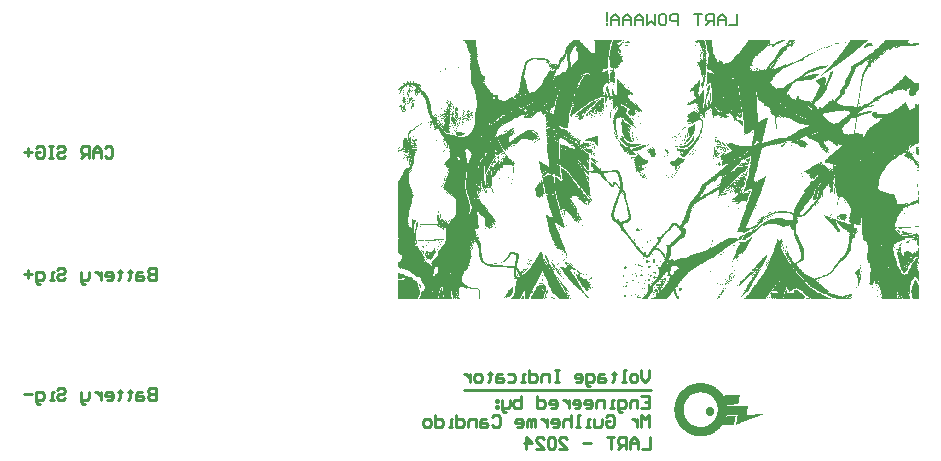
<source format=gbo>
G04*
G04 #@! TF.GenerationSoftware,Altium Limited,Altium Designer,23.8.1 (32)*
G04*
G04 Layer_Color=32896*
%FSLAX25Y25*%
%MOIN*%
G70*
G04*
G04 #@! TF.SameCoordinates,BB991CD9-E61E-4A70-A8D9-3A71C13EE87A*
G04*
G04*
G04 #@! TF.FilePolarity,Positive*
G04*
G01*
G75*
%ADD10C,0.00787*%
%ADD13C,0.01000*%
G36*
X226978Y174401D02*
X226364D01*
Y174555D01*
X226978D01*
Y174401D01*
D02*
G37*
G36*
X240176D02*
X240022D01*
Y174094D01*
X239869D01*
Y174248D01*
Y174555D01*
X240176D01*
Y174401D01*
D02*
G37*
G36*
X297878Y173941D02*
X297724D01*
Y174094D01*
X297878D01*
Y173941D01*
D02*
G37*
G36*
X275779Y173788D02*
X275165D01*
Y173941D01*
X275779D01*
Y173788D01*
D02*
G37*
G36*
X202884Y173941D02*
Y173788D01*
X203038D01*
Y173481D01*
X202117D01*
Y173788D01*
X202424D01*
Y173634D01*
X202577D01*
Y173788D01*
X202731D01*
Y174094D01*
X202884D01*
Y173941D01*
D02*
G37*
G36*
X277007Y173481D02*
X276700D01*
Y173788D01*
X277007D01*
Y173481D01*
D02*
G37*
G36*
X276547D02*
X276240D01*
Y173634D01*
X276547D01*
Y173481D01*
D02*
G37*
G36*
X275626D02*
X275472D01*
Y173634D01*
X275626D01*
Y173481D01*
D02*
G37*
G36*
X204572Y173788D02*
X204726D01*
Y173481D01*
X203344D01*
Y173634D01*
X203191D01*
Y173788D01*
X203805D01*
Y173941D01*
X203958D01*
Y174094D01*
X204572D01*
Y173788D01*
D02*
G37*
G36*
X274858Y173327D02*
X274552D01*
Y173174D01*
X273784D01*
Y173020D01*
X273170D01*
Y173174D01*
X273324D01*
Y173327D01*
X273938D01*
Y173481D01*
X274858D01*
Y173327D01*
D02*
G37*
G36*
X272556Y173020D02*
X271943D01*
Y173174D01*
X272556D01*
Y173020D01*
D02*
G37*
G36*
X226978D02*
X226824D01*
Y173327D01*
X226978D01*
Y173020D01*
D02*
G37*
G36*
X272863Y172713D02*
X272403D01*
Y172867D01*
X272863D01*
Y172713D01*
D02*
G37*
G36*
X226978Y172560D02*
X226671D01*
Y172713D01*
X226824D01*
Y172867D01*
X226978D01*
Y172560D01*
D02*
G37*
G36*
X272096Y172406D02*
X271482D01*
Y172560D01*
X271789D01*
Y172713D01*
X272096D01*
Y172406D01*
D02*
G37*
G36*
X203958Y172713D02*
X204112D01*
Y172560D01*
X203958D01*
Y172406D01*
X203191D01*
Y172713D01*
X203651D01*
Y172867D01*
X203958D01*
Y172713D01*
D02*
G37*
G36*
X202577Y172406D02*
X202424D01*
Y172560D01*
Y172713D01*
X202577D01*
Y172406D01*
D02*
G37*
G36*
X297724Y174248D02*
X297571D01*
Y174094D01*
X297417D01*
Y173634D01*
X297264D01*
Y173481D01*
X296497D01*
Y173327D01*
X298338D01*
Y173174D01*
X299106D01*
Y173327D01*
X300794D01*
Y173481D01*
X301101D01*
Y172713D01*
X300333D01*
Y172560D01*
X299873D01*
Y172406D01*
X296804D01*
Y172560D01*
X294195D01*
Y172406D01*
X294962D01*
Y172253D01*
X294502D01*
Y172099D01*
X294348D01*
Y171946D01*
X294041D01*
Y171793D01*
X293888D01*
Y171639D01*
X293734D01*
Y171793D01*
X293427D01*
Y171946D01*
X293274D01*
Y172099D01*
X292660D01*
Y171946D01*
X293274D01*
Y171793D01*
X292814D01*
Y171639D01*
X292507D01*
Y171793D01*
X291739D01*
Y171639D01*
X292353D01*
Y171486D01*
X292046D01*
Y171332D01*
X291893D01*
Y171179D01*
X291279D01*
Y171025D01*
X291125D01*
Y171332D01*
X290972D01*
Y171179D01*
X290819D01*
Y171025D01*
X290358D01*
Y170718D01*
X290205D01*
Y170411D01*
X289898D01*
Y170258D01*
X289591D01*
Y170411D01*
X289284D01*
Y170258D01*
D01*
D01*
X289591D01*
Y170105D01*
X289437D01*
Y169951D01*
X289130D01*
Y169798D01*
X289284D01*
Y169491D01*
X288670D01*
Y169644D01*
X288517D01*
Y169798D01*
X288363D01*
Y169644D01*
X288517D01*
Y169491D01*
X288670D01*
Y169337D01*
X288517D01*
Y169491D01*
X288210D01*
Y169184D01*
X288363D01*
Y169030D01*
X288210D01*
Y169184D01*
X288056D01*
Y169030D01*
X287903D01*
Y169184D01*
X287596D01*
Y169030D01*
X287903D01*
Y168877D01*
X288056D01*
Y168723D01*
X288210D01*
Y168570D01*
X287903D01*
Y168416D01*
X287442D01*
Y168570D01*
X286982D01*
Y168416D01*
X287442D01*
Y168263D01*
X286675D01*
Y168110D01*
X286522D01*
Y167649D01*
X286368D01*
Y167803D01*
X286215D01*
Y167649D01*
X286368D01*
Y167496D01*
X285908D01*
Y167342D01*
X286061D01*
Y167189D01*
X285754D01*
Y167035D01*
X285601D01*
Y166728D01*
X285294D01*
Y166575D01*
X285140D01*
Y166268D01*
X285294D01*
Y165961D01*
X285140D01*
Y165807D01*
X284987D01*
Y165654D01*
X285140D01*
Y165347D01*
X284987D01*
Y165501D01*
X284680D01*
Y165807D01*
X284527D01*
Y165501D01*
X284680D01*
Y165347D01*
X284527D01*
Y165501D01*
X284373D01*
Y165347D01*
X284220D01*
Y165040D01*
X284066D01*
Y164733D01*
X283759D01*
Y164273D01*
X283452D01*
Y163812D01*
X283299D01*
Y163659D01*
X283145D01*
Y163045D01*
X282992D01*
Y162585D01*
X282839D01*
Y162278D01*
X282685D01*
Y161511D01*
X282532D01*
Y161357D01*
X282378D01*
Y160743D01*
X282225D01*
Y160436D01*
X282071D01*
Y159209D01*
X281918D01*
Y159055D01*
X281764D01*
Y161204D01*
X281918D01*
Y161357D01*
X282071D01*
Y162738D01*
X282225D01*
Y163045D01*
X282378D01*
Y163506D01*
X282532D01*
Y163966D01*
X282839D01*
Y164580D01*
X283145D01*
Y165040D01*
X283452D01*
Y165501D01*
X283606D01*
Y165807D01*
X283759D01*
Y165961D01*
X283913D01*
Y166114D01*
X284220D01*
Y166728D01*
X284373D01*
Y166882D01*
X284220D01*
Y167035D01*
X284066D01*
Y167189D01*
X283759D01*
Y167342D01*
X283913D01*
Y167496D01*
X284680D01*
Y167649D01*
X285294D01*
Y167803D01*
X285140D01*
Y167956D01*
X284680D01*
Y167803D01*
X283913D01*
Y167649D01*
X283759D01*
Y167496D01*
X283452D01*
Y167342D01*
X283299D01*
Y167189D01*
X282839D01*
Y166882D01*
X282378D01*
Y166575D01*
X282071D01*
Y166268D01*
X281611D01*
Y166114D01*
X281304D01*
Y165961D01*
X281150D01*
Y165654D01*
X280843D01*
Y165501D01*
X280537D01*
Y165347D01*
X280230D01*
Y165194D01*
X280076D01*
Y164887D01*
X279923D01*
Y163966D01*
X279769D01*
Y163812D01*
X279616D01*
Y163506D01*
X279462D01*
Y163045D01*
X279309D01*
Y162892D01*
X279155D01*
Y162431D01*
X279002D01*
Y162278D01*
X278849D01*
Y161818D01*
X278695D01*
Y161664D01*
X278541D01*
Y161357D01*
X278388D01*
Y160897D01*
X278235D01*
Y160743D01*
X278081D01*
Y159669D01*
X277774D01*
Y159209D01*
X277621D01*
Y159055D01*
X277467D01*
Y158748D01*
X277314D01*
Y158595D01*
X277160D01*
Y158288D01*
X277007D01*
Y158134D01*
X276853D01*
Y157981D01*
X276700D01*
Y156907D01*
X276547D01*
Y156753D01*
X276393D01*
Y156600D01*
X276240D01*
Y156446D01*
X276086D01*
Y156293D01*
X275933D01*
Y156139D01*
X275779D01*
Y155986D01*
X275626D01*
Y155679D01*
X275472D01*
Y155526D01*
X275319D01*
Y155372D01*
X275165D01*
Y155065D01*
X274858D01*
Y154758D01*
X274552D01*
Y154451D01*
X274244D01*
Y154298D01*
X274091D01*
Y153991D01*
X273784D01*
Y153530D01*
X274091D01*
Y153377D01*
X274244D01*
Y153224D01*
X274705D01*
Y153070D01*
X274858D01*
Y152917D01*
X275319D01*
Y152763D01*
X275933D01*
Y152610D01*
X276700D01*
Y152456D01*
X279462D01*
Y152303D01*
X279769D01*
Y152149D01*
X280076D01*
Y152303D01*
X280230D01*
Y152149D01*
X280690D01*
Y153070D01*
X280843D01*
Y153224D01*
X280997D01*
Y154912D01*
X281150D01*
Y155219D01*
X281304D01*
Y153377D01*
X281611D01*
Y153224D01*
Y153070D01*
X281457D01*
Y153224D01*
X281304D01*
Y153377D01*
X281150D01*
Y153070D01*
X280997D01*
Y152149D01*
X282071D01*
Y152456D01*
X282378D01*
Y152610D01*
X282532D01*
Y152763D01*
X282685D01*
Y152917D01*
X282992D01*
Y153070D01*
X283145D01*
Y153224D01*
X284066D01*
Y153377D01*
X284373D01*
Y153530D01*
X284834D01*
Y153684D01*
X284987D01*
Y153837D01*
X285294D01*
Y153991D01*
X285447D01*
Y154144D01*
X285601D01*
Y154298D01*
X285754D01*
Y154605D01*
X285908D01*
Y154758D01*
X286061D01*
Y154912D01*
X286215D01*
Y155065D01*
X286368D01*
Y155219D01*
X286522D01*
Y155372D01*
X287136D01*
Y155679D01*
X287749D01*
Y155832D01*
X288210D01*
Y155986D01*
X288363D01*
Y156139D01*
X288824D01*
Y156446D01*
X289284D01*
Y156753D01*
X289591D01*
Y156907D01*
X289898D01*
Y157060D01*
X290051D01*
Y157214D01*
X290358D01*
Y157367D01*
X290665D01*
Y157520D01*
X290972D01*
Y157674D01*
X291125D01*
Y157827D01*
X291432D01*
Y157981D01*
X291739D01*
Y158134D01*
X291893D01*
Y158288D01*
X292200D01*
Y158441D01*
X292353D01*
Y158595D01*
X292507D01*
Y159055D01*
X292814D01*
Y159209D01*
X293121D01*
Y159362D01*
X293427D01*
Y159669D01*
X293734D01*
Y159822D01*
X293888D01*
Y159976D01*
X294195D01*
Y160129D01*
X294348D01*
Y160283D01*
X294502D01*
Y160436D01*
X294655D01*
Y160743D01*
X294962D01*
Y161050D01*
X295269D01*
Y161204D01*
X295423D01*
Y161357D01*
X295576D01*
Y161511D01*
X296036D01*
Y162278D01*
X296343D01*
Y162431D01*
X296650D01*
Y162738D01*
X296957D01*
Y162585D01*
X297111D01*
Y162431D01*
X297264D01*
Y162278D01*
X297417D01*
Y162124D01*
X297571D01*
Y161971D01*
X297724D01*
Y161818D01*
X298031D01*
Y161511D01*
X298185D01*
Y161357D01*
X298492D01*
Y161204D01*
X298645D01*
Y161050D01*
X298799D01*
Y160743D01*
X299106D01*
Y160436D01*
X299566D01*
Y160283D01*
X299873D01*
Y160129D01*
X300640D01*
Y159976D01*
X301101D01*
Y157674D01*
X300947D01*
Y157520D01*
X300640D01*
Y157214D01*
X300487D01*
Y157060D01*
X300180D01*
Y156293D01*
X300026D01*
Y156139D01*
X299566D01*
Y155832D01*
X298338D01*
Y156139D01*
X297878D01*
Y156600D01*
X298031D01*
Y156753D01*
X298185D01*
Y156907D01*
X298031D01*
Y157060D01*
X297878D01*
Y157674D01*
X298185D01*
Y158595D01*
X298031D01*
Y158288D01*
X297417D01*
Y158134D01*
X297264D01*
Y157827D01*
X297111D01*
Y157520D01*
X296650D01*
Y157674D01*
X296497D01*
Y157827D01*
X296343D01*
Y157674D01*
X296036D01*
Y157827D01*
X295883D01*
Y157981D01*
X295576D01*
Y157827D01*
X294962D01*
Y157674D01*
X293888D01*
Y157520D01*
X293427D01*
Y157367D01*
X292967D01*
Y157214D01*
X292660D01*
Y156600D01*
X292353D01*
Y156446D01*
X292046D01*
Y156600D01*
X291739D01*
Y156907D01*
X291586D01*
Y156753D01*
X291279D01*
Y156600D01*
X290972D01*
Y156446D01*
X290819D01*
Y156293D01*
X290051D01*
Y156139D01*
X289591D01*
Y155986D01*
X289437D01*
Y155832D01*
X289130D01*
Y155679D01*
X288977D01*
Y155526D01*
X288824D01*
Y155372D01*
X288670D01*
Y155219D01*
X288363D01*
Y155065D01*
X288210D01*
Y154912D01*
X288056D01*
Y154758D01*
X287596D01*
Y154605D01*
X287749D01*
Y154144D01*
X287442D01*
Y153991D01*
X287136D01*
Y154298D01*
X286982D01*
Y154144D01*
X286675D01*
Y153991D01*
X286522D01*
Y153837D01*
X286368D01*
Y153684D01*
X285908D01*
Y153377D01*
X285447D01*
Y153224D01*
X285294D01*
Y153070D01*
X284987D01*
Y152917D01*
X284680D01*
Y152763D01*
X284527D01*
Y152610D01*
D01*
D01*
X285140D01*
Y152763D01*
X285294D01*
Y152917D01*
X286368D01*
Y152610D01*
X285601D01*
Y152456D01*
X285447D01*
Y152303D01*
X284680D01*
Y152149D01*
X284066D01*
Y151996D01*
X283759D01*
Y151842D01*
X283145D01*
Y151689D01*
X282839D01*
Y151535D01*
X282532D01*
Y151382D01*
X282378D01*
Y151228D01*
X282071D01*
Y150922D01*
X281764D01*
Y150768D01*
X281611D01*
Y150615D01*
X281457D01*
Y150461D01*
X281150D01*
Y150154D01*
X280843D01*
Y149847D01*
X280690D01*
Y149694D01*
X280997D01*
Y149847D01*
X281150D01*
Y150001D01*
X281918D01*
Y150154D01*
X282378D01*
Y150308D01*
X282839D01*
Y150461D01*
X283606D01*
Y150615D01*
X283913D01*
Y150768D01*
X285601D01*
Y150461D01*
X285447D01*
Y150308D01*
X285294D01*
Y150154D01*
X284834D01*
Y150001D01*
X284066D01*
Y149847D01*
X283606D01*
Y149694D01*
X282839D01*
Y149540D01*
X282685D01*
Y149387D01*
X281918D01*
Y149233D01*
X281764D01*
Y149080D01*
X281150D01*
Y148926D01*
X280997D01*
Y148773D01*
X280537D01*
Y147699D01*
X280383D01*
Y147085D01*
X280230D01*
Y145243D01*
X280076D01*
Y144937D01*
X279923D01*
Y144476D01*
X280076D01*
Y144323D01*
X279923D01*
Y143555D01*
X280997D01*
Y143402D01*
X281150D01*
Y143248D01*
X282532D01*
Y142328D01*
X282685D01*
Y142174D01*
X282839D01*
Y142328D01*
X282992D01*
Y142481D01*
X283145D01*
Y142941D01*
X283299D01*
Y143095D01*
X283452D01*
Y143402D01*
X283606D01*
Y143709D01*
X283759D01*
Y143862D01*
X283913D01*
Y144323D01*
X284220D01*
Y144630D01*
X284527D01*
Y145090D01*
X284987D01*
Y145397D01*
X285294D01*
Y145550D01*
X285447D01*
Y145704D01*
X285601D01*
Y145857D01*
X285754D01*
Y146011D01*
X286061D01*
Y146164D01*
X286215D01*
Y146318D01*
X286368D01*
Y146471D01*
X286675D01*
Y146625D01*
X286828D01*
Y146778D01*
X286982D01*
Y146932D01*
X287442D01*
Y147085D01*
X287596D01*
Y147238D01*
X287749D01*
Y147545D01*
X288056D01*
Y147852D01*
X288363D01*
Y148006D01*
X288517D01*
Y148159D01*
X288824D01*
Y148313D01*
X288977D01*
Y148620D01*
X288670D01*
Y148466D01*
X288517D01*
Y148620D01*
X288056D01*
Y148466D01*
X287596D01*
Y148313D01*
X287442D01*
Y148466D01*
X287289D01*
Y148159D01*
X286828D01*
Y148466D01*
X286675D01*
Y148620D01*
X286061D01*
Y148926D01*
X285908D01*
Y149080D01*
X285601D01*
Y150001D01*
X285754D01*
Y150154D01*
X285908D01*
Y150308D01*
X286061D01*
Y150154D01*
X286215D01*
Y150308D01*
X286368D01*
Y150461D01*
X287289D01*
Y149694D01*
X290665D01*
Y149847D01*
X290819D01*
Y150001D01*
X291739D01*
Y150308D01*
X292200D01*
Y150461D01*
X292507D01*
Y150768D01*
X292814D01*
Y150922D01*
X292967D01*
Y151075D01*
X293121D01*
Y151382D01*
X293734D01*
Y151535D01*
X294195D01*
Y151689D01*
X294348D01*
Y151842D01*
X294502D01*
Y151996D01*
X294655D01*
Y152149D01*
X294962D01*
Y152456D01*
X295269D01*
Y152610D01*
X295576D01*
Y153224D01*
X296343D01*
Y153530D01*
X296650D01*
Y153684D01*
X296804D01*
Y153224D01*
X297111D01*
Y152456D01*
X297417D01*
Y152149D01*
X297571D01*
Y151842D01*
X297724D01*
Y151535D01*
X297417D01*
Y151382D01*
X297724D01*
Y151075D01*
X298492D01*
Y151228D01*
X298645D01*
Y151382D01*
X298952D01*
Y151535D01*
X299106D01*
Y151689D01*
X299259D01*
Y151842D01*
X299720D01*
Y152149D01*
X300026D01*
Y152303D01*
X299873D01*
Y152917D01*
X300026D01*
Y153070D01*
X300180D01*
Y153224D01*
X300487D01*
Y153070D01*
X300640D01*
Y152917D01*
X300794D01*
Y153070D01*
X300947D01*
Y153224D01*
X301101D01*
Y140179D01*
X300947D01*
Y140026D01*
X300794D01*
Y139872D01*
X300333D01*
Y139719D01*
X299873D01*
Y139412D01*
X299412D01*
Y139258D01*
X299259D01*
Y139105D01*
X298799D01*
Y138951D01*
X298645D01*
Y138798D01*
X298492D01*
Y138645D01*
X298645D01*
Y138491D01*
X298338D01*
Y138645D01*
X298031D01*
Y138338D01*
X297724D01*
Y138184D01*
X297571D01*
Y138031D01*
X297878D01*
Y137877D01*
X297417D01*
Y137570D01*
X297571D01*
Y137263D01*
X297724D01*
Y137110D01*
X297878D01*
Y137263D01*
X298031D01*
Y137417D01*
X298185D01*
Y136803D01*
X298645D01*
Y136650D01*
X298799D01*
Y136189D01*
X298952D01*
Y136343D01*
X299106D01*
Y136036D01*
X298952D01*
Y135882D01*
X298799D01*
Y135729D01*
X299106D01*
Y135422D01*
X299412D01*
Y135115D01*
X299566D01*
Y134961D01*
X299720D01*
Y134808D01*
X299873D01*
Y134654D01*
X300026D01*
Y134347D01*
X300180D01*
Y134194D01*
X300487D01*
Y133887D01*
X300640D01*
Y133580D01*
X300947D01*
Y133887D01*
X301101D01*
Y133427D01*
X300947D01*
Y133273D01*
X301101D01*
Y131739D01*
X300640D01*
Y132046D01*
X300487D01*
Y132199D01*
X300947D01*
Y132352D01*
X300794D01*
Y132506D01*
X300640D01*
Y132659D01*
X300487D01*
Y132813D01*
X300333D01*
Y132966D01*
X300026D01*
Y133273D01*
X299873D01*
Y133427D01*
X299720D01*
Y133580D01*
X299566D01*
Y133734D01*
X299412D01*
Y134041D01*
X299106D01*
Y134347D01*
X298799D01*
Y134501D01*
X298645D01*
Y134654D01*
X298492D01*
Y134961D01*
X298338D01*
Y135115D01*
X298185D01*
Y135268D01*
X298031D01*
Y135422D01*
X297878D01*
Y135575D01*
X297724D01*
Y135422D01*
X297878D01*
Y135115D01*
X298031D01*
Y134808D01*
X297878D01*
Y134961D01*
X297571D01*
Y135115D01*
X297417D01*
Y135268D01*
X297264D01*
Y135422D01*
X296957D01*
Y135575D01*
X296650D01*
Y135729D01*
X296497D01*
Y135882D01*
X296343D01*
Y136189D01*
X296650D01*
Y136343D01*
X296804D01*
Y136650D01*
X296497D01*
Y136803D01*
X296650D01*
Y136956D01*
X296343D01*
Y136803D01*
X296036D01*
Y136650D01*
X295729D01*
Y136496D01*
X295576D01*
Y136650D01*
X295423D01*
Y136496D01*
X295576D01*
Y136189D01*
X295269D01*
Y136496D01*
X295116D01*
Y136189D01*
X294809D01*
Y136036D01*
X294655D01*
Y135882D01*
X294195D01*
Y135575D01*
X294041D01*
Y135422D01*
X293734D01*
Y135115D01*
X293427D01*
Y134961D01*
X293274D01*
Y134808D01*
X292967D01*
Y134501D01*
X292660D01*
Y134347D01*
X292353D01*
Y134194D01*
X292200D01*
Y134041D01*
X291893D01*
Y133734D01*
X291586D01*
Y133580D01*
X291432D01*
Y133427D01*
X291279D01*
Y133273D01*
X290972D01*
Y132966D01*
X290665D01*
Y132659D01*
X290512D01*
Y132506D01*
X290358D01*
Y132352D01*
X290205D01*
Y132046D01*
X290051D01*
Y131892D01*
X289898D01*
Y131585D01*
X289744D01*
Y131278D01*
X289591D01*
Y131125D01*
X289437D01*
Y130818D01*
X289284D01*
Y130664D01*
X289130D01*
Y130511D01*
X288977D01*
Y130204D01*
X288824D01*
Y129897D01*
X288670D01*
Y129437D01*
X288517D01*
Y129130D01*
X288363D01*
Y128823D01*
X288210D01*
Y128669D01*
X288056D01*
Y128209D01*
X287749D01*
Y127595D01*
X287903D01*
Y127288D01*
X287749D01*
Y125754D01*
X287596D01*
Y124679D01*
X287749D01*
Y124372D01*
X288056D01*
Y124219D01*
X288210D01*
Y124065D01*
X288670D01*
Y124219D01*
X288977D01*
Y124065D01*
X289284D01*
Y123912D01*
X289898D01*
Y123759D01*
X290358D01*
Y123605D01*
X291125D01*
Y123452D01*
X291279D01*
Y123298D01*
X292353D01*
Y123145D01*
X292507D01*
Y122991D01*
X292814D01*
Y122838D01*
X292967D01*
Y122684D01*
X293121D01*
Y122224D01*
X293274D01*
Y121917D01*
X293427D01*
Y121303D01*
X293581D01*
Y121150D01*
X293734D01*
Y120843D01*
X293581D01*
Y120689D01*
X293734D01*
Y120075D01*
X294041D01*
Y119922D01*
X296650D01*
Y120075D01*
X297571D01*
Y119922D01*
X298185D01*
Y120075D01*
X298492D01*
Y120229D01*
X298645D01*
Y120382D01*
X299259D01*
Y120689D01*
X299873D01*
Y120843D01*
X300333D01*
Y120996D01*
X300487D01*
Y121150D01*
X300333D01*
Y121303D01*
X300487D01*
Y121610D01*
X300640D01*
Y121150D01*
X300794D01*
Y121303D01*
X300947D01*
Y122224D01*
X301101D01*
Y119769D01*
X300794D01*
Y120075D01*
X300947D01*
Y120229D01*
X300640D01*
Y120075D01*
X300180D01*
Y119922D01*
X299720D01*
Y119769D01*
X299566D01*
Y119615D01*
X298952D01*
Y119462D01*
X298645D01*
Y119308D01*
X298185D01*
Y119155D01*
X298031D01*
Y119001D01*
X297417D01*
Y118848D01*
X297724D01*
Y118694D01*
X297571D01*
Y118541D01*
X297111D01*
Y118848D01*
X296804D01*
Y118694D01*
X296650D01*
Y118541D01*
X296190D01*
Y118387D01*
X295883D01*
Y118234D01*
X296036D01*
Y118080D01*
X295883D01*
Y117927D01*
X295729D01*
Y117620D01*
X295576D01*
Y117313D01*
X295269D01*
Y117006D01*
X295116D01*
Y116853D01*
X294962D01*
Y116699D01*
X294809D01*
Y116392D01*
X294655D01*
Y116239D01*
X294502D01*
Y115932D01*
X294348D01*
Y115779D01*
X294195D01*
Y115471D01*
X294041D01*
Y115011D01*
X293734D01*
Y114244D01*
X293427D01*
Y113323D01*
X293274D01*
Y112095D01*
X293427D01*
Y111635D01*
X293734D01*
Y111788D01*
X293581D01*
Y112095D01*
X293734D01*
Y111788D01*
X293888D01*
Y111635D01*
X294041D01*
Y111021D01*
X294502D01*
Y110714D01*
X294809D01*
Y110254D01*
X294655D01*
Y109793D01*
X294809D01*
Y109486D01*
X295269D01*
Y109333D01*
X295423D01*
Y109179D01*
X297571D01*
Y109486D01*
X297417D01*
Y109333D01*
X295576D01*
Y109486D01*
X295269D01*
Y109640D01*
X295116D01*
Y109793D01*
X295423D01*
Y109947D01*
X295729D01*
Y110100D01*
X295576D01*
Y110407D01*
X295423D01*
Y110561D01*
X295576D01*
Y110868D01*
X295883D01*
Y110714D01*
X296190D01*
Y110561D01*
X296650D01*
Y110407D01*
X297111D01*
Y110254D01*
X297417D01*
Y110100D01*
X297724D01*
Y110254D01*
X298031D01*
Y110100D01*
X298799D01*
Y109947D01*
X300333D01*
Y110100D01*
X300026D01*
Y110254D01*
X300333D01*
Y110100D01*
X300487D01*
Y109793D01*
X301101D01*
Y109640D01*
X300794D01*
Y109486D01*
X301101D01*
Y108566D01*
X300947D01*
Y108412D01*
X301101D01*
Y105803D01*
X300794D01*
Y106110D01*
X300640D01*
Y107185D01*
X300487D01*
Y107645D01*
X300640D01*
Y107952D01*
X300333D01*
Y108105D01*
X300180D01*
Y107952D01*
X299566D01*
Y108412D01*
X300026D01*
Y108719D01*
X299873D01*
Y108566D01*
X299259D01*
Y108719D01*
X299106D01*
Y108566D01*
X298952D01*
Y108412D01*
X297571D01*
Y108566D01*
X296343D01*
Y108412D01*
X296497D01*
Y108259D01*
X296650D01*
Y107952D01*
X296343D01*
Y107798D01*
X295729D01*
Y107645D01*
X295576D01*
Y107492D01*
X295116D01*
Y107338D01*
X294809D01*
Y107185D01*
X294655D01*
Y107031D01*
X294041D01*
Y106878D01*
X293888D01*
Y106724D01*
X293427D01*
Y106571D01*
X293274D01*
Y106417D01*
X293121D01*
Y106571D01*
X292967D01*
Y106110D01*
X292814D01*
Y105650D01*
X292967D01*
Y105496D01*
X293121D01*
Y105036D01*
X292967D01*
Y104729D01*
X292814D01*
Y105496D01*
X292660D01*
Y104115D01*
X292814D01*
Y103655D01*
X292967D01*
Y103501D01*
X292814D01*
Y103194D01*
X292967D01*
Y102581D01*
X293121D01*
Y101967D01*
X293427D01*
Y101046D01*
X293581D01*
Y100892D01*
X293734D01*
Y99818D01*
X293888D01*
Y99511D01*
X294041D01*
Y99204D01*
X294195D01*
Y98897D01*
X294348D01*
Y98744D01*
X294502D01*
Y98437D01*
X294655D01*
Y98284D01*
X294809D01*
Y97977D01*
X294962D01*
Y97823D01*
X295116D01*
Y97363D01*
X295269D01*
Y96903D01*
X295423D01*
Y96749D01*
X295576D01*
Y96596D01*
X295883D01*
Y96442D01*
X296190D01*
Y96289D01*
X296343D01*
Y96135D01*
X296497D01*
Y96289D01*
X296650D01*
Y96442D01*
X297111D01*
Y96596D01*
X297417D01*
Y96903D01*
X297571D01*
Y97363D01*
X297724D01*
Y97670D01*
X297878D01*
Y97977D01*
X298031D01*
Y98130D01*
X298185D01*
Y98437D01*
X298338D01*
Y98591D01*
X298492D01*
Y99204D01*
X298645D01*
Y99511D01*
X298799D01*
Y99665D01*
X298952D01*
Y99972D01*
X299106D01*
Y100279D01*
X299259D01*
Y100586D01*
X298799D01*
Y100279D01*
X298492D01*
Y99972D01*
X298338D01*
Y99665D01*
X298185D01*
Y99358D01*
X298031D01*
Y99051D01*
X297878D01*
Y98897D01*
X297724D01*
Y99051D01*
X297571D01*
Y99204D01*
X297417D01*
Y98897D01*
X297724D01*
Y98744D01*
X297571D01*
Y98591D01*
X297724D01*
Y98437D01*
X297571D01*
Y98284D01*
X297417D01*
Y97823D01*
X297111D01*
Y97363D01*
X296804D01*
Y97516D01*
X296650D01*
Y97363D01*
X296804D01*
Y97056D01*
X296650D01*
Y96903D01*
X296497D01*
Y96749D01*
X296343D01*
Y96596D01*
X296190D01*
Y96749D01*
X296036D01*
Y97056D01*
X295883D01*
Y97209D01*
X295729D01*
Y97363D01*
X295576D01*
Y97823D01*
X295269D01*
Y98591D01*
X295116D01*
Y98897D01*
X294962D01*
Y99204D01*
X294809D01*
Y99972D01*
X294655D01*
Y100739D01*
X294502D01*
Y101353D01*
X294348D01*
Y101660D01*
X294195D01*
Y102888D01*
X294041D01*
Y103194D01*
X293734D01*
Y104422D01*
X293427D01*
Y104883D01*
X293734D01*
Y104422D01*
X293888D01*
Y103962D01*
X294195D01*
Y104576D01*
X294041D01*
Y104729D01*
X294195D01*
Y104883D01*
X294502D01*
Y105496D01*
X294962D01*
Y105343D01*
X295116D01*
Y104115D01*
X295269D01*
Y103348D01*
X295423D01*
Y102734D01*
X295729D01*
Y102581D01*
X296343D01*
Y103655D01*
X296497D01*
Y103808D01*
X296650D01*
Y103962D01*
X296804D01*
Y104115D01*
X296957D01*
Y104269D01*
X297111D01*
Y103962D01*
X297264D01*
Y104115D01*
X297724D01*
Y103655D01*
X298492D01*
Y103501D01*
X298645D01*
Y103348D01*
X298799D01*
Y103194D01*
X299106D01*
Y103348D01*
X299259D01*
Y103501D01*
X299566D01*
Y103655D01*
X299720D01*
Y103808D01*
X299873D01*
Y103655D01*
X300026D01*
Y103501D01*
X299873D01*
Y103348D01*
X300180D01*
Y103501D01*
X300333D01*
Y104269D01*
X300487D01*
Y104422D01*
X300640D01*
Y104115D01*
X300794D01*
Y104269D01*
X300947D01*
Y105190D01*
X301101D01*
Y101353D01*
X300947D01*
Y100892D01*
X300794D01*
Y100432D01*
X300947D01*
Y100586D01*
X301101D01*
Y99665D01*
X300947D01*
Y99511D01*
X300794D01*
Y100279D01*
X300640D01*
Y99358D01*
X300794D01*
Y99204D01*
X300947D01*
Y99051D01*
X300794D01*
Y99204D01*
X300640D01*
Y99358D01*
X300487D01*
Y99051D01*
X300640D01*
Y98897D01*
X300794D01*
Y98591D01*
X300640D01*
Y97977D01*
X300794D01*
Y97670D01*
X300947D01*
Y97363D01*
X301101D01*
Y94294D01*
X300947D01*
Y94600D01*
X300794D01*
Y94754D01*
X300640D01*
Y95061D01*
X300333D01*
Y95214D01*
X300180D01*
Y95368D01*
X300026D01*
Y95521D01*
X299566D01*
Y95368D01*
X299412D01*
Y94754D01*
X299106D01*
Y94447D01*
X298952D01*
Y94294D01*
X298645D01*
Y94140D01*
X298492D01*
Y92912D01*
X298338D01*
Y91838D01*
X298185D01*
Y91531D01*
X298338D01*
Y89536D01*
X298185D01*
Y89690D01*
X298031D01*
Y89229D01*
X298185D01*
Y88769D01*
X298338D01*
Y88155D01*
X295729D01*
Y88462D01*
X295576D01*
Y88616D01*
X295423D01*
Y88309D01*
X295576D01*
Y88155D01*
X293888D01*
Y88309D01*
X294041D01*
Y88462D01*
X294195D01*
Y89076D01*
X294502D01*
Y88769D01*
X294655D01*
Y88616D01*
X294809D01*
Y88309D01*
X294962D01*
Y88616D01*
X294809D01*
Y88769D01*
X294655D01*
Y89076D01*
X294502D01*
Y89383D01*
X294348D01*
Y89690D01*
X294195D01*
Y90457D01*
X294041D01*
Y90764D01*
X293888D01*
Y91224D01*
X293734D01*
Y90764D01*
X293888D01*
Y90304D01*
X294041D01*
Y90150D01*
X293888D01*
Y89997D01*
X294041D01*
Y89690D01*
X294195D01*
Y89383D01*
X294041D01*
Y88922D01*
X293888D01*
Y88462D01*
X293734D01*
Y88155D01*
X292353D01*
Y88309D01*
X292046D01*
Y88155D01*
X288824D01*
Y88309D01*
X288670D01*
Y88462D01*
X288517D01*
Y88616D01*
X288670D01*
Y88922D01*
X288824D01*
Y89690D01*
X288517D01*
Y89383D01*
X288363D01*
Y89843D01*
X288517D01*
Y91071D01*
X288363D01*
Y90917D01*
X288210D01*
Y90610D01*
X288056D01*
Y91071D01*
X288210D01*
Y91531D01*
X288363D01*
Y92299D01*
X288056D01*
Y91992D01*
X287903D01*
Y91838D01*
X287596D01*
Y92299D01*
X287749D01*
Y92912D01*
X287442D01*
Y93066D01*
X286982D01*
Y93219D01*
X286675D01*
Y93987D01*
X286828D01*
Y94140D01*
X286522D01*
Y94294D01*
X286215D01*
Y93680D01*
X286061D01*
Y93526D01*
X285908D01*
Y92912D01*
X285754D01*
Y92759D01*
X285447D01*
Y92912D01*
X284987D01*
Y93987D01*
X284834D01*
Y94140D01*
X284987D01*
Y94907D01*
X284834D01*
Y95368D01*
X284680D01*
Y95521D01*
X284834D01*
Y97056D01*
X284987D01*
Y97209D01*
X285140D01*
Y97363D01*
X284987D01*
Y97516D01*
X285140D01*
Y97977D01*
X285294D01*
Y98284D01*
X285140D01*
Y98437D01*
X284987D01*
Y98744D01*
X284834D01*
Y99665D01*
X284987D01*
Y99972D01*
X284834D01*
Y100125D01*
X284527D01*
Y99972D01*
X284373D01*
Y100125D01*
X284220D01*
Y100279D01*
X284066D01*
Y100586D01*
X284220D01*
Y100892D01*
X284066D01*
Y101046D01*
X283913D01*
Y103348D01*
X284066D01*
Y104729D01*
X284220D01*
Y105496D01*
X284066D01*
Y105957D01*
X284220D01*
Y106110D01*
X284066D01*
Y106264D01*
X283913D01*
Y106724D01*
X283759D01*
Y107185D01*
X283606D01*
Y107338D01*
X282992D01*
Y107492D01*
X282839D01*
Y107798D01*
X282685D01*
Y108412D01*
X282378D01*
Y109333D01*
X282225D01*
Y109947D01*
X282071D01*
Y110254D01*
X282225D01*
Y110561D01*
X282071D01*
Y115165D01*
X281918D01*
Y114704D01*
X281764D01*
Y113630D01*
X281611D01*
Y113016D01*
X281764D01*
Y112709D01*
X280537D01*
Y112863D01*
X280076D01*
Y113016D01*
X279462D01*
Y112095D01*
X279616D01*
Y111942D01*
X279769D01*
Y111788D01*
X280230D01*
Y111942D01*
X280383D01*
Y111635D01*
X280690D01*
Y110868D01*
X280843D01*
Y110407D01*
X280690D01*
Y110561D01*
Y110714D01*
Y110868D01*
X280537D01*
Y110254D01*
X280383D01*
Y110100D01*
X280076D01*
Y109947D01*
X279923D01*
Y108719D01*
X279769D01*
Y108566D01*
X279616D01*
Y108412D01*
X279309D01*
Y109947D01*
X279462D01*
Y110100D01*
X279155D01*
Y108259D01*
X279002D01*
Y107798D01*
X278849D01*
Y106724D01*
X278695D01*
Y105650D01*
X278541D01*
Y105343D01*
X278388D01*
Y104269D01*
X278081D01*
Y103655D01*
X277928D01*
Y103501D01*
X277774D01*
Y103041D01*
X277621D01*
Y102888D01*
X277467D01*
Y102734D01*
X277314D01*
Y102427D01*
X277160D01*
Y102274D01*
X277007D01*
Y101967D01*
X276700D01*
Y101660D01*
X276393D01*
Y101353D01*
X276086D01*
Y101046D01*
X275779D01*
Y100892D01*
X275626D01*
Y100739D01*
X275319D01*
Y100586D01*
X275165D01*
Y100432D01*
X275012D01*
Y100279D01*
X274858D01*
Y99972D01*
X274552D01*
Y99818D01*
X274398D01*
Y99665D01*
X274244D01*
Y99511D01*
X274091D01*
Y99204D01*
X273938D01*
Y99051D01*
X273784D01*
Y98744D01*
X273631D01*
Y98591D01*
X273477D01*
Y98437D01*
X273324D01*
Y98284D01*
X273170D01*
Y97977D01*
X273017D01*
Y97670D01*
X272863D01*
Y97516D01*
X272710D01*
Y97363D01*
X272403D01*
Y97056D01*
X272096D01*
Y96749D01*
X271943D01*
Y96596D01*
X271789D01*
Y96442D01*
X271329D01*
Y96289D01*
X271175D01*
Y96135D01*
X270868D01*
Y95982D01*
X270715D01*
Y95828D01*
X269948D01*
Y95521D01*
X269334D01*
Y95368D01*
X269027D01*
Y95214D01*
X268720D01*
Y95061D01*
X268106D01*
Y94907D01*
X267953D01*
Y94754D01*
X267339D01*
Y94600D01*
X267185D01*
Y94447D01*
X266725D01*
Y94294D01*
X267032D01*
Y94140D01*
X267185D01*
Y93987D01*
X267339D01*
Y93833D01*
X267646D01*
Y93680D01*
X267799D01*
Y93526D01*
X267953D01*
Y93219D01*
X268106D01*
Y93066D01*
X268260D01*
Y93219D01*
X268413D01*
Y93066D01*
X268566D01*
Y92759D01*
X268873D01*
Y92452D01*
X269180D01*
Y92299D01*
X269334D01*
Y92145D01*
X269487D01*
Y91838D01*
X269641D01*
Y91685D01*
X269948D01*
Y91378D01*
X270408D01*
Y91071D01*
X270715D01*
Y90917D01*
X270868D01*
Y90304D01*
X271175D01*
Y90150D01*
X271329D01*
Y89997D01*
X271789D01*
Y89843D01*
X271943D01*
Y89690D01*
X273170D01*
Y89536D01*
X273324D01*
Y89383D01*
X274244D01*
Y89229D01*
X274398D01*
Y89076D01*
X275472D01*
Y88769D01*
X275779D01*
Y88922D01*
X275933D01*
Y89076D01*
X276240D01*
Y89229D01*
X276393D01*
Y89383D01*
X277467D01*
Y89536D01*
X277774D01*
Y89690D01*
X278081D01*
Y89536D01*
X278235D01*
Y89690D01*
X278388D01*
Y89536D01*
X278541D01*
Y89843D01*
X279002D01*
Y89690D01*
X278849D01*
Y89076D01*
X278695D01*
Y88922D01*
X278849D01*
Y88616D01*
X278695D01*
Y88922D01*
X278235D01*
Y88309D01*
X278541D01*
Y88155D01*
X278235D01*
Y88309D01*
X278081D01*
Y88155D01*
X275319D01*
Y88309D01*
X275165D01*
Y88155D01*
X273477D01*
Y88309D01*
X272863D01*
Y88462D01*
X272710D01*
Y88616D01*
X272096D01*
Y88769D01*
X271943D01*
Y88922D01*
X271636D01*
Y89076D01*
X271329D01*
Y89229D01*
X271022D01*
Y89383D01*
X270561D01*
Y89536D01*
X270408D01*
Y89690D01*
X269641D01*
Y89843D01*
X269334D01*
Y89997D01*
X269180D01*
Y90150D01*
X268720D01*
Y90304D01*
X268566D01*
Y90457D01*
X268106D01*
Y90610D01*
X267953D01*
Y90764D01*
X267339D01*
Y90917D01*
X267185D01*
Y91071D01*
X267032D01*
Y91224D01*
X266725D01*
Y91378D01*
X266571D01*
Y91531D01*
X266265D01*
Y91685D01*
X266111D01*
Y91838D01*
X265651D01*
Y91992D01*
X265497D01*
Y92145D01*
X265344D01*
Y92299D01*
X265037D01*
Y92452D01*
X264883D01*
Y92606D01*
X264730D01*
Y92759D01*
X264576D01*
Y92912D01*
X264269D01*
Y93219D01*
X264116D01*
Y93373D01*
X263963D01*
Y93526D01*
X263809D01*
Y93680D01*
X263656D01*
Y93526D01*
X263502D01*
Y93680D01*
X263349D01*
Y93526D01*
X263502D01*
Y93219D01*
X263809D01*
Y92912D01*
X264116D01*
Y92606D01*
X264423D01*
Y92452D01*
X264576D01*
Y92145D01*
X264883D01*
Y91838D01*
X265344D01*
Y91685D01*
X265497D01*
Y91531D01*
X265651D01*
Y91378D01*
X265957D01*
Y91224D01*
X266111D01*
Y91071D01*
X266418D01*
Y90917D01*
X266571D01*
Y90764D01*
X266878D01*
Y90610D01*
X267032D01*
Y90457D01*
X267339D01*
Y90304D01*
X267646D01*
Y90150D01*
X267953D01*
Y89997D01*
X268413D01*
Y89843D01*
X268566D01*
Y89690D01*
X269027D01*
Y89536D01*
X269180D01*
Y89383D01*
X269487D01*
Y89229D01*
X269948D01*
Y89076D01*
X270254D01*
Y88922D01*
X270715D01*
Y88769D01*
X270868D01*
Y88616D01*
X271175D01*
Y88462D01*
X271329D01*
Y88309D01*
X271789D01*
Y88155D01*
X265344D01*
Y88309D01*
X264883D01*
Y88616D01*
X264576D01*
Y88769D01*
X264116D01*
Y89076D01*
X263963D01*
Y89229D01*
X263656D01*
Y89383D01*
X263195D01*
Y89690D01*
X263042D01*
Y89843D01*
X262735D01*
Y90150D01*
X262581D01*
Y90457D01*
X262428D01*
Y90764D01*
X262121D01*
Y90917D01*
X261967D01*
Y91071D01*
X261661D01*
Y91224D01*
X261200D01*
Y91378D01*
X261047D01*
Y91531D01*
X260433D01*
Y91685D01*
X260126D01*
Y91531D01*
X259359D01*
Y91378D01*
X259205D01*
Y91224D01*
X258898D01*
Y91071D01*
X258745D01*
Y90917D01*
X258438D01*
Y90764D01*
X258131D01*
Y90610D01*
X257977D01*
Y90764D01*
X257824D01*
Y91071D01*
X257670D01*
Y91224D01*
X257517D01*
Y91531D01*
X257364D01*
Y91992D01*
X256903D01*
Y92299D01*
X256596D01*
Y91992D01*
X256750D01*
Y91838D01*
X256903D01*
Y91531D01*
X256750D01*
Y91378D01*
X256903D01*
Y91224D01*
X257364D01*
Y90304D01*
X257517D01*
Y90150D01*
X258438D01*
Y90304D01*
X259052D01*
Y90150D01*
X259359D01*
Y90304D01*
X259665D01*
Y90457D01*
X259205D01*
Y90764D01*
X259359D01*
Y90610D01*
X259512D01*
Y90917D01*
X259665D01*
Y91071D01*
X259973D01*
Y91224D01*
X260433D01*
Y91071D01*
X260893D01*
Y90917D01*
X261354D01*
Y90610D01*
X261661D01*
Y90304D01*
X261814D01*
Y90150D01*
X261967D01*
Y89997D01*
X262121D01*
Y89843D01*
X262274D01*
Y89690D01*
X262581D01*
Y89383D01*
X262735D01*
Y89229D01*
X262888D01*
Y89076D01*
X263349D01*
Y88616D01*
X263042D01*
Y88462D01*
X262888D01*
Y88309D01*
X262735D01*
Y88155D01*
X253987D01*
Y88309D01*
X253834D01*
Y88155D01*
X253527D01*
Y88309D01*
X253220D01*
Y88155D01*
X252913D01*
Y88309D01*
X252606D01*
Y88155D01*
X252299D01*
Y88462D01*
X251992D01*
Y89229D01*
X251839D01*
Y89383D01*
X251992D01*
Y89690D01*
X251839D01*
Y89843D01*
X251685D01*
Y90150D01*
X251225D01*
Y89843D01*
X251378D01*
Y89690D01*
X251225D01*
Y89843D01*
X251072D01*
Y89536D01*
X251225D01*
Y89383D01*
X250918D01*
Y89076D01*
X250765D01*
Y89229D01*
X250611D01*
Y88922D01*
X250458D01*
Y88769D01*
X250304D01*
Y88462D01*
X250151D01*
Y88155D01*
X243245D01*
Y88309D01*
X243552D01*
Y88616D01*
X243705D01*
Y89076D01*
X244012D01*
Y89383D01*
X244319D01*
Y89536D01*
X244473D01*
Y89690D01*
X244626D01*
Y89997D01*
X244933D01*
Y90610D01*
X245087D01*
Y90764D01*
X245240D01*
Y91071D01*
X245393D01*
Y91378D01*
X245547D01*
Y91531D01*
X245700D01*
Y91838D01*
X245854D01*
Y92145D01*
X246007D01*
Y92299D01*
X246161D01*
Y92452D01*
X246314D01*
Y92759D01*
X246775D01*
Y93066D01*
X246928D01*
Y93219D01*
X247081D01*
Y93526D01*
X247235D01*
Y93680D01*
X247389D01*
Y93987D01*
X247542D01*
Y94294D01*
X247695D01*
Y94447D01*
X247849D01*
Y94754D01*
X248156D01*
Y95061D01*
X248463D01*
Y95368D01*
X248616D01*
Y95828D01*
X248923D01*
Y96135D01*
X249077D01*
Y96289D01*
X249230D01*
Y96596D01*
X249537D01*
Y96903D01*
X249690D01*
Y97209D01*
X249844D01*
Y97363D01*
X249997D01*
Y97823D01*
X250304D01*
Y98284D01*
X250458D01*
Y98591D01*
X250611D01*
Y99051D01*
X250765D01*
Y99511D01*
X250918D01*
Y99665D01*
X250611D01*
Y99511D01*
X250458D01*
Y99204D01*
X250304D01*
Y99358D01*
X250151D01*
Y99511D01*
X250304D01*
Y99665D01*
X249997D01*
Y99818D01*
X250151D01*
Y100125D01*
X250304D01*
Y99818D01*
X250611D01*
Y100125D01*
X250765D01*
Y100279D01*
X250918D01*
Y100586D01*
X251072D01*
Y100892D01*
X250918D01*
Y101046D01*
X251072D01*
Y100892D01*
X251378D01*
Y101506D01*
X251685D01*
Y101967D01*
X251839D01*
Y102274D01*
X251992D01*
Y102427D01*
X252146D01*
Y103041D01*
X252453D01*
Y103808D01*
X252606D01*
Y103962D01*
X252760D01*
Y104422D01*
X252913D01*
Y105036D01*
X253067D01*
Y105190D01*
X253220D01*
Y106110D01*
X253374D01*
Y106264D01*
X253527D01*
Y106724D01*
X253680D01*
Y106878D01*
X253834D01*
Y108105D01*
X253987D01*
Y108259D01*
X254294D01*
Y107952D01*
X254448D01*
Y107492D01*
X254601D01*
Y107338D01*
X254755D01*
Y107185D01*
X254908D01*
Y107952D01*
X255062D01*
Y108105D01*
X255522D01*
Y106878D01*
X255676D01*
Y106417D01*
X255829D01*
Y105957D01*
X255676D01*
Y106110D01*
X255522D01*
Y106571D01*
X255369D01*
Y106724D01*
X255522D01*
Y106878D01*
X255215D01*
Y105343D01*
X255369D01*
Y104883D01*
X255522D01*
Y104576D01*
X255676D01*
Y104269D01*
X255829D01*
Y103962D01*
X255982D01*
Y103501D01*
X256136D01*
Y103348D01*
X256289D01*
Y102888D01*
X256443D01*
Y102734D01*
X256596D01*
Y102427D01*
X256750D01*
Y102274D01*
X256903D01*
Y101967D01*
X257210D01*
Y102120D01*
X257057D01*
Y102427D01*
X257210D01*
Y103808D01*
X257057D01*
Y103655D01*
X256750D01*
Y103808D01*
X256596D01*
Y103962D01*
X256443D01*
Y104422D01*
X256750D01*
Y104115D01*
X256903D01*
Y103962D01*
X257057D01*
Y105036D01*
X256903D01*
Y105650D01*
X256596D01*
Y105957D01*
X257057D01*
Y105496D01*
X257210D01*
Y105190D01*
X257364D01*
Y104115D01*
X257670D01*
Y103501D01*
X257824D01*
Y103194D01*
X257977D01*
Y102427D01*
X258131D01*
Y102120D01*
X258438D01*
Y101967D01*
X258284D01*
Y101813D01*
X258131D01*
Y101660D01*
X258745D01*
Y101506D01*
X258898D01*
Y101353D01*
X258745D01*
Y101046D01*
X258898D01*
Y100739D01*
X259205D01*
Y100586D01*
X259665D01*
Y100279D01*
X260279D01*
Y100586D01*
X260740D01*
Y100739D01*
X260893D01*
Y100892D01*
X261200D01*
Y101046D01*
X261354D01*
Y101199D01*
X261507D01*
Y101353D01*
X261814D01*
Y101813D01*
X261967D01*
Y102120D01*
X261814D01*
Y102274D01*
X261967D01*
Y102734D01*
X261814D01*
Y103962D01*
X261661D01*
Y104729D01*
X261507D01*
Y104883D01*
X261354D01*
Y105496D01*
X261200D01*
Y105803D01*
X261047D01*
Y106264D01*
X260893D01*
Y106417D01*
X260740D01*
Y106878D01*
X260586D01*
Y107185D01*
X260433D01*
Y107492D01*
X260279D01*
Y108105D01*
X260126D01*
Y108259D01*
X259973D01*
Y108873D01*
X259819D01*
Y109026D01*
X259665D01*
Y109640D01*
X259512D01*
Y110714D01*
X259359D01*
Y110868D01*
X259512D01*
Y111175D01*
X259359D01*
Y111328D01*
X259205D01*
Y111175D01*
X258898D01*
Y111328D01*
X258745D01*
Y111481D01*
X258591D01*
Y111635D01*
X258438D01*
Y112095D01*
X258284D01*
Y112402D01*
X258438D01*
Y112556D01*
X258284D01*
Y112709D01*
X257977D01*
Y112556D01*
X257670D01*
Y112402D01*
X256596D01*
Y112249D01*
X255676D01*
Y112402D01*
X255062D01*
Y112556D01*
X254908D01*
Y112709D01*
X254294D01*
Y112863D01*
X253834D01*
Y113016D01*
X253374D01*
Y113170D01*
X250918D01*
Y113016D01*
X250611D01*
Y112863D01*
X250304D01*
Y112709D01*
X249844D01*
Y112556D01*
X249690D01*
Y112402D01*
X249383D01*
Y112556D01*
X249230D01*
Y112709D01*
X248923D01*
Y112556D01*
X248770D01*
Y112402D01*
X248463D01*
Y112095D01*
X248156D01*
Y111788D01*
X248002D01*
Y111635D01*
X247695D01*
Y111328D01*
X247389D01*
Y111175D01*
X247235D01*
Y111021D01*
X247081D01*
Y110714D01*
X246775D01*
Y110561D01*
X246621D01*
Y110407D01*
X246468D01*
Y110254D01*
X246314D01*
Y110100D01*
X246007D01*
Y109947D01*
X245854D01*
Y109640D01*
X245547D01*
Y109486D01*
X245240D01*
Y109333D01*
X245087D01*
Y109179D01*
X244780D01*
Y108873D01*
X244473D01*
Y108719D01*
X244319D01*
Y108566D01*
X243859D01*
Y108412D01*
X243705D01*
Y108259D01*
X243552D01*
Y108105D01*
X243398D01*
Y107952D01*
X243245D01*
Y107798D01*
X242631D01*
Y107645D01*
X242171D01*
Y108105D01*
X242017D01*
Y107798D01*
X241710D01*
Y108105D01*
X241557D01*
Y107952D01*
X241403D01*
Y107798D01*
X241096D01*
Y107645D01*
X240943D01*
Y107492D01*
X240483D01*
Y107338D01*
X240176D01*
Y107185D01*
X240022D01*
Y107031D01*
X239715D01*
Y106878D01*
X239408D01*
Y106724D01*
X239102D01*
Y106571D01*
X238948D01*
Y106417D01*
X238641D01*
Y106264D01*
X238488D01*
Y106110D01*
X238181D01*
Y105957D01*
X237874D01*
Y105803D01*
X237720D01*
Y105650D01*
X237413D01*
Y105343D01*
X237106D01*
Y105190D01*
X236953D01*
Y105036D01*
X236646D01*
Y104883D01*
X236339D01*
Y104576D01*
X236032D01*
Y104269D01*
X235725D01*
Y104115D01*
X235418D01*
Y103962D01*
X235265D01*
Y103808D01*
X235111D01*
Y103655D01*
X234958D01*
Y103501D01*
X234498D01*
Y103194D01*
X234191D01*
Y103041D01*
X234037D01*
Y102888D01*
X233730D01*
Y102734D01*
X233577D01*
Y102581D01*
X233423D01*
Y102427D01*
X233270D01*
Y102274D01*
X232963D01*
Y102120D01*
X232809D01*
Y101813D01*
X232196D01*
Y101660D01*
X231735D01*
Y101353D01*
X231275D01*
Y101199D01*
X231121D01*
Y101046D01*
X230661D01*
Y100739D01*
X230201D01*
Y100586D01*
X229740D01*
Y100432D01*
X229587D01*
Y100279D01*
X229433D01*
Y100125D01*
X229280D01*
Y99972D01*
X229126D01*
Y99818D01*
X228973D01*
Y99665D01*
X228359D01*
Y99511D01*
X228052D01*
Y99358D01*
X227899D01*
Y99204D01*
X227438D01*
Y99051D01*
X227285D01*
Y98897D01*
X226978D01*
Y98744D01*
X226824D01*
Y98591D01*
X226671D01*
Y98437D01*
X226364D01*
Y98284D01*
X226210D01*
Y98130D01*
X226057D01*
Y97977D01*
X225904D01*
Y97823D01*
X225597D01*
Y97670D01*
X225290D01*
Y97516D01*
X225136D01*
Y97363D01*
X224829D01*
Y97209D01*
X224676D01*
Y97056D01*
X224369D01*
Y96903D01*
X224216D01*
Y96749D01*
X224062D01*
Y96596D01*
X223909D01*
Y96442D01*
X223755D01*
Y96289D01*
X223602D01*
Y96135D01*
X223448D01*
Y95828D01*
X223141D01*
Y95521D01*
X222834D01*
Y95214D01*
X222681D01*
Y95061D01*
X222527D01*
Y94907D01*
X222374D01*
Y94600D01*
X222220D01*
Y94447D01*
X222067D01*
Y94294D01*
X221914D01*
Y94140D01*
X221760D01*
Y93987D01*
X221607D01*
Y93680D01*
X221453D01*
Y93526D01*
X221300D01*
Y93219D01*
X221146D01*
Y93066D01*
X220993D01*
Y92299D01*
X220379D01*
Y92145D01*
X220226D01*
Y91838D01*
X219918D01*
Y91531D01*
X220072D01*
Y90917D01*
X220226D01*
Y89997D01*
X220379D01*
Y89690D01*
X220532D01*
Y89383D01*
X220686D01*
Y89229D01*
X220839D01*
Y89076D01*
X221300D01*
Y88155D01*
X220379D01*
Y88616D01*
X220226D01*
Y88922D01*
X220072D01*
Y89076D01*
X219918D01*
Y89690D01*
X219765D01*
Y89843D01*
X219612D01*
Y90457D01*
X219458D01*
Y90764D01*
X219151D01*
Y90457D01*
X218844D01*
Y89997D01*
X218691D01*
Y89843D01*
X218537D01*
Y89690D01*
X218384D01*
Y89383D01*
X218077D01*
Y89076D01*
X217770D01*
Y88922D01*
X217617D01*
Y88769D01*
X217463D01*
Y88462D01*
X217310D01*
Y88155D01*
X211785D01*
Y88309D01*
X212399D01*
Y88462D01*
X212552D01*
Y88616D01*
X213013D01*
Y88769D01*
X213166D01*
Y88922D01*
X213473D01*
Y89076D01*
X213627D01*
Y89383D01*
X213473D01*
Y90150D01*
X213627D01*
Y90304D01*
X213780D01*
Y90457D01*
X213166D01*
Y90764D01*
X213013D01*
Y91224D01*
X213166D01*
Y91378D01*
X213320D01*
Y91531D01*
X213780D01*
Y91378D01*
X213933D01*
Y91071D01*
X214087D01*
Y90917D01*
X214240D01*
Y90304D01*
X214394D01*
Y90150D01*
X214701D01*
Y90457D01*
X214547D01*
Y91224D01*
X214240D01*
Y91378D01*
X214087D01*
Y91531D01*
X214240D01*
Y91685D01*
X214087D01*
Y91838D01*
X213933D01*
Y91992D01*
X214240D01*
Y92145D01*
X214394D01*
Y92452D01*
X214547D01*
Y92606D01*
X213627D01*
Y93066D01*
X213780D01*
Y93219D01*
X214240D01*
Y93066D01*
X214394D01*
Y93219D01*
X215315D01*
Y93680D01*
X215008D01*
Y94140D01*
X215161D01*
Y94294D01*
X215315D01*
Y93987D01*
X216542D01*
Y93526D01*
X216389D01*
Y93373D01*
X216235D01*
Y93066D01*
X216082D01*
Y92912D01*
X215929D01*
Y92606D01*
X215622D01*
Y92145D01*
X215775D01*
Y91992D01*
X215929D01*
Y91838D01*
X215468D01*
Y91685D01*
X215315D01*
Y91531D01*
X215622D01*
Y91378D01*
X215775D01*
Y91531D01*
X215929D01*
Y91685D01*
X216082D01*
Y91992D01*
X216235D01*
Y92145D01*
X216389D01*
Y92299D01*
X216542D01*
Y92452D01*
X216696D01*
Y92759D01*
X216849D01*
Y92912D01*
X217003D01*
Y93219D01*
X217156D01*
Y93373D01*
X217310D01*
Y93526D01*
X217463D01*
Y93680D01*
X217156D01*
Y93987D01*
X217463D01*
Y94140D01*
X217770D01*
Y94294D01*
X217923D01*
Y94600D01*
X217770D01*
Y95061D01*
X217923D01*
Y95214D01*
X218077D01*
Y95368D01*
X218230D01*
Y95521D01*
X218077D01*
Y95828D01*
X217156D01*
Y96289D01*
X217463D01*
Y97209D01*
X217310D01*
Y97363D01*
X217156D01*
Y97209D01*
X217003D01*
Y96903D01*
X216849D01*
Y96749D01*
X216696D01*
Y96442D01*
X216389D01*
Y96289D01*
X216235D01*
Y96135D01*
X215929D01*
Y95521D01*
X215775D01*
Y95368D01*
X215622D01*
Y95214D01*
X215161D01*
Y94754D01*
X216082D01*
Y94907D01*
X216235D01*
Y95061D01*
X217003D01*
Y94294D01*
X216849D01*
Y94140D01*
X217003D01*
Y93987D01*
X216696D01*
Y94140D01*
X216542D01*
Y94294D01*
X216389D01*
Y94447D01*
X216082D01*
Y94600D01*
X215929D01*
Y94294D01*
X215775D01*
Y94140D01*
X215622D01*
Y94447D01*
X215468D01*
Y94600D01*
X215315D01*
Y94447D01*
X215008D01*
Y94754D01*
X214854D01*
Y94447D01*
X214547D01*
Y94294D01*
X214394D01*
Y94140D01*
X214240D01*
Y93987D01*
X214547D01*
Y93680D01*
X214240D01*
Y93833D01*
Y93987D01*
X214087D01*
Y93680D01*
X213780D01*
Y93373D01*
X213627D01*
Y93219D01*
X213473D01*
Y93066D01*
X213320D01*
Y92912D01*
X213166D01*
Y92759D01*
X213013D01*
Y92606D01*
X212859D01*
Y92452D01*
X212706D01*
Y91071D01*
X212552D01*
Y90917D01*
X212399D01*
Y90457D01*
X212092D01*
Y89997D01*
X211939D01*
Y89843D01*
X211785D01*
Y89690D01*
X211631D01*
Y89383D01*
X211478D01*
Y89229D01*
X211325D01*
Y88769D01*
X211018D01*
Y88309D01*
X210711D01*
Y88155D01*
X209636D01*
Y88616D01*
X209330D01*
Y88922D01*
X209483D01*
Y89076D01*
X209943D01*
Y89383D01*
X209636D01*
Y89690D01*
X209943D01*
Y89383D01*
X210250D01*
Y89843D01*
X210404D01*
Y90150D01*
X210557D01*
Y90457D01*
X210711D01*
Y90917D01*
X210864D01*
Y91071D01*
X211018D01*
Y91531D01*
X210864D01*
Y91685D01*
X210711D01*
Y91992D01*
X210864D01*
Y92299D01*
X210711D01*
Y92759D01*
X210557D01*
Y92912D01*
X210711D01*
Y93066D01*
X210864D01*
Y93219D01*
X211325D01*
Y93066D01*
X211478D01*
Y92912D01*
X211631D01*
Y92606D01*
X211785D01*
Y92912D01*
X212092D01*
Y93066D01*
X211939D01*
Y93219D01*
X211785D01*
Y93373D01*
X211939D01*
Y93526D01*
X212552D01*
Y93680D01*
X212706D01*
Y93833D01*
X212859D01*
Y94140D01*
X213166D01*
Y94447D01*
X213320D01*
Y94600D01*
X213473D01*
Y94754D01*
X213627D01*
Y94907D01*
X213780D01*
Y95061D01*
X213627D01*
Y95368D01*
X213933D01*
Y95521D01*
X214087D01*
Y95828D01*
X214240D01*
Y96135D01*
X214547D01*
Y96289D01*
X214394D01*
Y96596D01*
X214547D01*
Y97516D01*
X214701D01*
Y97823D01*
X214547D01*
Y97977D01*
X214240D01*
Y98130D01*
X214087D01*
Y98591D01*
X214240D01*
Y98897D01*
X215161D01*
Y99051D01*
X215315D01*
Y99511D01*
X215622D01*
Y99972D01*
X215775D01*
Y100279D01*
X215929D01*
Y100586D01*
X216082D01*
Y100739D01*
X216235D01*
Y100892D01*
X216389D01*
Y101199D01*
X216235D01*
Y101353D01*
X216389D01*
Y101660D01*
X216235D01*
Y101813D01*
X216082D01*
Y102274D01*
X215929D01*
Y102427D01*
X215775D01*
Y102734D01*
X215622D01*
Y103194D01*
X215315D01*
Y103655D01*
X215161D01*
Y103808D01*
X215008D01*
Y103962D01*
X214854D01*
Y104115D01*
X214547D01*
Y104269D01*
X214087D01*
Y104422D01*
X213933D01*
Y104576D01*
X213013D01*
Y104269D01*
X212859D01*
Y104115D01*
X212552D01*
Y103962D01*
X212399D01*
Y103655D01*
X212245D01*
Y103501D01*
X212092D01*
Y103194D01*
X212706D01*
Y103041D01*
X212399D01*
Y102888D01*
X212245D01*
Y103041D01*
X212092D01*
Y103194D01*
X211939D01*
Y102888D01*
X211785D01*
Y102734D01*
X211631D01*
Y102427D01*
X211478D01*
Y102120D01*
X211018D01*
Y101967D01*
X210250D01*
Y102120D01*
X209636D01*
Y102274D01*
X209330D01*
Y102581D01*
X209176D01*
Y102734D01*
X209023D01*
Y102888D01*
X208869D01*
Y103041D01*
X208562D01*
Y103348D01*
X208255D01*
Y103501D01*
X208102D01*
Y103808D01*
X207795D01*
Y104115D01*
X207488D01*
Y104422D01*
X207334D01*
Y104576D01*
X207181D01*
Y104729D01*
X207028D01*
Y105036D01*
X206874D01*
Y105190D01*
X206721D01*
Y105496D01*
X206567D01*
Y105650D01*
X206414D01*
Y105957D01*
X206107D01*
Y106417D01*
X205953D01*
Y106724D01*
X205646D01*
Y107031D01*
X205493D01*
Y107185D01*
X205340D01*
Y107492D01*
X205186D01*
Y107645D01*
X205033D01*
Y107798D01*
X204879D01*
Y108105D01*
X204726D01*
Y108259D01*
X204572D01*
Y108566D01*
X204265D01*
Y108873D01*
X204112D01*
Y109026D01*
X203958D01*
Y109179D01*
X203805D01*
Y109486D01*
X203651D01*
Y109640D01*
X203498D01*
Y109947D01*
X203191D01*
Y110254D01*
X202731D01*
Y110407D01*
X202577D01*
Y110561D01*
X202424D01*
Y110714D01*
X201963D01*
Y110868D01*
X201810D01*
Y111942D01*
X201656D01*
Y112095D01*
X201503D01*
Y112402D01*
X201349D01*
Y112556D01*
X201196D01*
Y112709D01*
X201043D01*
Y112863D01*
X200889D01*
Y113016D01*
X200736D01*
Y113170D01*
X200429D01*
Y113477D01*
X200275D01*
Y113630D01*
X200122D01*
Y113783D01*
X199968D01*
Y113937D01*
X199661D01*
Y114090D01*
X199508D01*
Y114244D01*
X199354D01*
Y114397D01*
X199201D01*
Y114551D01*
X198894D01*
Y115011D01*
X198741D01*
Y115318D01*
X198587D01*
Y116699D01*
X198741D01*
Y117006D01*
X198894D01*
Y117927D01*
X199048D01*
Y118080D01*
X199201D01*
Y118694D01*
X199354D01*
Y119155D01*
X199508D01*
Y119615D01*
X199661D01*
Y120229D01*
X199815D01*
Y120382D01*
X199968D01*
Y120843D01*
X200122D01*
Y121150D01*
X200275D01*
Y121764D01*
X200429D01*
Y121917D01*
X200582D01*
Y122377D01*
X200736D01*
Y122991D01*
X201043D01*
Y123605D01*
X201196D01*
Y123912D01*
X201349D01*
Y124372D01*
X201503D01*
Y124833D01*
X201196D01*
Y125140D01*
X201043D01*
Y125447D01*
X200736D01*
Y125754D01*
X200429D01*
Y126060D01*
X200275D01*
Y126367D01*
X200122D01*
Y126521D01*
X199968D01*
Y126367D01*
X199815D01*
Y126060D01*
X199661D01*
Y125907D01*
X199508D01*
Y125447D01*
X199201D01*
Y125293D01*
X199048D01*
Y125447D01*
X198587D01*
Y125754D01*
X198434D01*
Y125907D01*
X198280D01*
Y126060D01*
X198127D01*
Y126214D01*
X197973D01*
Y126521D01*
X197820D01*
Y126674D01*
X197666D01*
Y126828D01*
X197513D01*
Y126981D01*
X197359D01*
Y127135D01*
X197206D01*
Y127288D01*
X197053D01*
Y127442D01*
X196899D01*
Y127595D01*
X196592D01*
Y127749D01*
X196439D01*
Y127902D01*
X196285D01*
Y128056D01*
X196132D01*
Y128209D01*
X195978D01*
Y128363D01*
X195825D01*
Y128516D01*
X195671D01*
Y128669D01*
X195364D01*
Y129130D01*
X195211D01*
Y129283D01*
X195057D01*
Y129437D01*
X194904D01*
Y129590D01*
X194750D01*
Y129744D01*
X194290D01*
Y129897D01*
X194137D01*
Y130051D01*
X193983D01*
Y130204D01*
X191835D01*
Y130358D01*
X191681D01*
Y130511D01*
X190914D01*
Y130358D01*
X191221D01*
Y129897D01*
X191067D01*
Y129437D01*
X190914D01*
Y129744D01*
X190761D01*
Y129897D01*
X190607D01*
Y130051D01*
X190300D01*
Y130358D01*
X189993D01*
Y130664D01*
X189686D01*
Y130818D01*
X189533D01*
Y130511D01*
X189840D01*
Y129897D01*
X190147D01*
Y129590D01*
X190300D01*
Y129283D01*
X190607D01*
Y128976D01*
X190761D01*
Y128823D01*
X190914D01*
Y128669D01*
X191067D01*
Y127442D01*
X190914D01*
Y127595D01*
X190761D01*
Y128056D01*
X190454D01*
Y127749D01*
X190607D01*
Y127442D01*
X190761D01*
Y127288D01*
X190914D01*
Y127135D01*
X191067D01*
Y126828D01*
X191221D01*
Y126367D01*
X191374D01*
Y125600D01*
X191528D01*
Y124219D01*
X191681D01*
Y122684D01*
X191835D01*
Y122531D01*
X191067D01*
Y122838D01*
X190914D01*
Y122991D01*
X190761D01*
Y122838D01*
X190914D01*
Y122531D01*
X191067D01*
Y122224D01*
X190914D01*
Y122531D01*
X190607D01*
Y122838D01*
X190300D01*
Y123145D01*
X190147D01*
Y123452D01*
X189993D01*
Y123605D01*
X189840D01*
Y123759D01*
X189686D01*
Y123912D01*
X189533D01*
Y124065D01*
X189379D01*
Y124219D01*
X189226D01*
Y124372D01*
X189072D01*
Y124679D01*
X188919D01*
Y124833D01*
X188766D01*
Y124986D01*
X188612D01*
Y125140D01*
X188459D01*
Y125293D01*
X188305D01*
Y125447D01*
X188152D01*
Y125754D01*
X187845D01*
Y126060D01*
X187691D01*
Y126214D01*
X187384D01*
Y126521D01*
X187231D01*
Y126674D01*
X187077D01*
Y126981D01*
X186924D01*
Y127135D01*
X186770D01*
Y127442D01*
X186617D01*
Y127595D01*
X186463D01*
Y127749D01*
X186310D01*
Y128056D01*
X186157D01*
Y128209D01*
X186003D01*
Y128363D01*
X185850D01*
Y128516D01*
X185696D01*
Y128669D01*
X185543D01*
Y128976D01*
X185389D01*
Y129130D01*
X185236D01*
Y129437D01*
X185082D01*
Y129590D01*
X184929D01*
Y129744D01*
X184775D01*
Y130051D01*
X184468D01*
Y130358D01*
X184315D01*
Y130511D01*
X184162D01*
Y130664D01*
X184008D01*
Y130818D01*
X183855D01*
Y131125D01*
X183548D01*
Y131278D01*
X183394D01*
Y131432D01*
X183087D01*
Y131585D01*
X182780D01*
Y131892D01*
X182627D01*
Y132046D01*
X182474D01*
Y132199D01*
X182013D01*
Y132659D01*
X181860D01*
Y132813D01*
X181706D01*
Y134961D01*
X181553D01*
Y135115D01*
X181399D01*
Y139872D01*
X181706D01*
Y139719D01*
X182013D01*
Y139565D01*
X182627D01*
Y139412D01*
X183087D01*
Y139258D01*
X183241D01*
Y139105D01*
X183855D01*
Y139258D01*
X184008D01*
Y139105D01*
X184162D01*
Y138951D01*
X184315D01*
Y138645D01*
X184622D01*
Y138491D01*
X185236D01*
Y138338D01*
X186003D01*
Y138184D01*
X186463D01*
Y138951D01*
X186157D01*
Y139105D01*
X186003D01*
Y139258D01*
X185696D01*
Y139412D01*
D01*
D01*
X185543D01*
Y139258D01*
X185082D01*
Y139412D01*
X185389D01*
Y139872D01*
X185082D01*
Y139719D01*
X184929D01*
Y139872D01*
X184622D01*
Y140026D01*
X184468D01*
Y140179D01*
X184162D01*
Y140333D01*
X184008D01*
Y140793D01*
X183548D01*
Y140946D01*
X183701D01*
Y141100D01*
X183855D01*
Y141253D01*
X183701D01*
Y141407D01*
X183548D01*
Y141253D01*
X183394D01*
Y141100D01*
X183241D01*
Y140946D01*
X183087D01*
Y141253D01*
X182934D01*
Y141714D01*
X183087D01*
Y141867D01*
X182780D01*
Y141407D01*
X182474D01*
Y141560D01*
X182320D01*
Y141714D01*
X181860D01*
Y141867D01*
X181706D01*
Y142634D01*
X181553D01*
Y142481D01*
X181399D01*
Y141560D01*
X181246D01*
Y140486D01*
X180939D01*
Y140333D01*
X181092D01*
Y140179D01*
X181246D01*
Y134808D01*
X181399D01*
Y132813D01*
X181246D01*
Y132966D01*
X180939D01*
Y133273D01*
X180632D01*
Y132966D01*
X180785D01*
Y132813D01*
X180939D01*
Y132659D01*
X181092D01*
Y132506D01*
X181399D01*
Y132352D01*
X181553D01*
Y131585D01*
X181706D01*
Y129590D01*
X181860D01*
Y129437D01*
X182013D01*
Y129283D01*
X181860D01*
Y128976D01*
X182013D01*
Y128209D01*
X181706D01*
Y128363D01*
X181553D01*
Y128516D01*
X181399D01*
Y128669D01*
X180939D01*
Y128976D01*
X180632D01*
Y129130D01*
X180479D01*
Y129283D01*
X180018D01*
Y129437D01*
X179865D01*
Y129590D01*
X179711D01*
Y129744D01*
X179251D01*
Y129437D01*
X178790D01*
Y129283D01*
X179251D01*
Y128823D01*
X179404D01*
Y128669D01*
X179558D01*
Y126674D01*
X179865D01*
Y126981D01*
X179711D01*
Y127288D01*
X179865D01*
Y128976D01*
X180018D01*
Y128823D01*
X180172D01*
Y128669D01*
X180632D01*
Y128516D01*
X180785D01*
Y128363D01*
X180939D01*
Y128056D01*
X181092D01*
Y127902D01*
X181553D01*
Y127749D01*
X181706D01*
Y127595D01*
X182320D01*
Y127749D01*
X182474D01*
Y128209D01*
X182320D01*
Y129283D01*
X182167D01*
Y130051D01*
X182013D01*
Y131892D01*
X182320D01*
Y131585D01*
X182627D01*
Y131432D01*
X182934D01*
Y131278D01*
X183087D01*
Y131125D01*
X183241D01*
Y130971D01*
X183394D01*
Y130818D01*
X183548D01*
Y130664D01*
X183855D01*
Y130358D01*
X184008D01*
Y130204D01*
X184162D01*
Y130051D01*
X184468D01*
Y129744D01*
X184622D01*
Y129590D01*
X184775D01*
Y129437D01*
X184929D01*
Y129130D01*
X185082D01*
Y128976D01*
X185236D01*
Y128669D01*
X185389D01*
Y128363D01*
X185696D01*
Y128056D01*
X185850D01*
Y127902D01*
X186003D01*
Y127595D01*
X186157D01*
Y127288D01*
X186463D01*
Y126981D01*
X186617D01*
Y126828D01*
X186770D01*
Y126521D01*
X186924D01*
Y126367D01*
X187077D01*
Y126214D01*
X187231D01*
Y125907D01*
X187538D01*
Y125754D01*
X187691D01*
Y125293D01*
X187845D01*
Y125447D01*
X187998D01*
Y125293D01*
X188152D01*
Y124986D01*
X188459D01*
Y124372D01*
X188766D01*
Y124219D01*
X188919D01*
Y124065D01*
X189072D01*
Y123605D01*
X189226D01*
Y123298D01*
X189379D01*
Y123452D01*
X189533D01*
Y123145D01*
X189686D01*
Y122991D01*
X189840D01*
Y122838D01*
X189993D01*
Y122684D01*
X190147D01*
Y122531D01*
X190300D01*
Y122377D01*
X190454D01*
Y122224D01*
X190607D01*
Y121917D01*
X190761D01*
Y121610D01*
X191067D01*
Y121457D01*
X191681D01*
Y121610D01*
X191528D01*
Y121917D01*
X191221D01*
Y122224D01*
X191374D01*
Y122071D01*
X191681D01*
Y121917D01*
X191835D01*
Y121764D01*
X191988D01*
Y121610D01*
X192142D01*
Y120843D01*
X192295D01*
Y120536D01*
X192449D01*
Y120382D01*
X192295D01*
Y120536D01*
X192142D01*
Y120689D01*
X191835D01*
Y120536D01*
X191681D01*
Y120229D01*
X191528D01*
Y120075D01*
X191374D01*
Y120382D01*
X191067D01*
Y119308D01*
X190914D01*
Y120843D01*
X190607D01*
Y120689D01*
X190300D01*
Y120229D01*
X190454D01*
Y119922D01*
X190607D01*
Y119615D01*
X190454D01*
Y119462D01*
X190300D01*
Y119769D01*
X189993D01*
Y119922D01*
X189379D01*
Y120075D01*
X189226D01*
Y120229D01*
X189072D01*
Y120382D01*
X188919D01*
Y120536D01*
X188766D01*
Y120689D01*
X188459D01*
Y120843D01*
X188612D01*
Y120996D01*
X188459D01*
Y121150D01*
X187998D01*
Y121303D01*
X187845D01*
Y121610D01*
X187691D01*
Y121917D01*
X187845D01*
Y122071D01*
X187231D01*
Y122224D01*
X187077D01*
Y122531D01*
X186463D01*
Y122377D01*
X185696D01*
Y122224D01*
X185543D01*
Y121917D01*
X185236D01*
Y121764D01*
X185082D01*
Y121917D01*
X184929D01*
Y121610D01*
X185082D01*
Y121457D01*
X185236D01*
Y120996D01*
X185389D01*
Y120843D01*
X185543D01*
Y120689D01*
X185696D01*
Y120382D01*
X185850D01*
Y120229D01*
X186003D01*
Y120075D01*
X186157D01*
Y119922D01*
X186310D01*
Y119615D01*
X186463D01*
Y119462D01*
X186617D01*
Y119001D01*
X186770D01*
Y118387D01*
X187077D01*
Y117773D01*
X187231D01*
Y117313D01*
X187077D01*
Y116853D01*
X187231D01*
Y116699D01*
X187384D01*
Y117006D01*
X187538D01*
Y116853D01*
X187691D01*
Y116699D01*
X187845D01*
Y116085D01*
X187998D01*
Y115779D01*
X188152D01*
Y115471D01*
X188305D01*
Y115318D01*
X188459D01*
Y115165D01*
X188612D01*
Y114858D01*
X188766D01*
Y114551D01*
X188305D01*
Y114858D01*
X188152D01*
Y115165D01*
X187998D01*
Y115318D01*
X187845D01*
Y114858D01*
X188152D01*
Y114244D01*
X187845D01*
Y114551D01*
X187691D01*
Y114397D01*
X187538D01*
Y113937D01*
X187691D01*
Y114090D01*
X187845D01*
Y113630D01*
X187691D01*
Y113783D01*
X187538D01*
Y113937D01*
X187384D01*
Y114090D01*
X187231D01*
Y113937D01*
X187077D01*
Y113783D01*
X186924D01*
Y113937D01*
X186770D01*
Y114090D01*
X186463D01*
Y114244D01*
X186310D01*
Y114397D01*
X186157D01*
Y114704D01*
X185850D01*
Y115011D01*
X185543D01*
Y115779D01*
X185236D01*
Y115932D01*
X185082D01*
Y116239D01*
X184929D01*
Y116392D01*
X184775D01*
Y116546D01*
X184622D01*
Y116699D01*
X184468D01*
Y116853D01*
X184162D01*
Y117160D01*
X184008D01*
Y117313D01*
X183855D01*
Y117467D01*
X183701D01*
Y117620D01*
X182474D01*
Y117773D01*
X183087D01*
Y118080D01*
X182934D01*
Y118234D01*
X182627D01*
Y118080D01*
X182167D01*
Y117927D01*
X181706D01*
Y118387D01*
X181399D01*
Y119155D01*
X181246D01*
Y120075D01*
X181092D01*
Y120382D01*
X180939D01*
Y120996D01*
X180785D01*
Y121303D01*
X180632D01*
Y122531D01*
X180479D01*
Y122838D01*
X180325D01*
Y124065D01*
X180172D01*
Y124219D01*
X180018D01*
Y123298D01*
X180172D01*
Y122684D01*
X180325D01*
Y121457D01*
X180479D01*
Y121303D01*
X180632D01*
Y120382D01*
X180785D01*
Y120075D01*
X180939D01*
Y119155D01*
X181092D01*
Y118541D01*
X181246D01*
Y118234D01*
X181399D01*
Y117620D01*
X181553D01*
Y117313D01*
X181706D01*
Y116546D01*
X181860D01*
Y116239D01*
X182013D01*
Y115625D01*
X182167D01*
Y115011D01*
X182320D01*
Y114704D01*
X182474D01*
Y113783D01*
X182627D01*
Y113477D01*
X182780D01*
Y112863D01*
X182934D01*
Y112402D01*
X183241D01*
Y112249D01*
X183394D01*
Y112095D01*
X182780D01*
Y111942D01*
X182627D01*
Y112095D01*
X182013D01*
Y112249D01*
X181860D01*
Y112402D01*
X181399D01*
Y112709D01*
X180939D01*
Y112863D01*
X180785D01*
Y113016D01*
X180632D01*
Y113170D01*
X180479D01*
Y113323D01*
X180018D01*
Y112709D01*
X180172D01*
Y112556D01*
X180325D01*
Y111942D01*
X180479D01*
Y111635D01*
X180632D01*
Y111175D01*
X180785D01*
Y110868D01*
X180939D01*
Y110561D01*
X181092D01*
Y110254D01*
X181246D01*
Y109947D01*
X181399D01*
Y109333D01*
X181553D01*
Y109179D01*
X181706D01*
Y108566D01*
X181860D01*
Y107952D01*
X182013D01*
Y107645D01*
X182167D01*
Y107185D01*
X182320D01*
Y106878D01*
X182474D01*
Y106264D01*
X182627D01*
Y106110D01*
X182780D01*
Y105496D01*
X182934D01*
Y105343D01*
X183087D01*
Y104576D01*
X183241D01*
Y104115D01*
X183548D01*
Y103501D01*
X183855D01*
Y103348D01*
Y103194D01*
Y102427D01*
X183701D01*
Y102734D01*
X183548D01*
Y103501D01*
X183394D01*
Y103348D01*
X183087D01*
Y103501D01*
X182780D01*
Y103655D01*
X182934D01*
Y103808D01*
X182780D01*
Y104115D01*
X183087D01*
Y104269D01*
X182474D01*
Y104422D01*
X182320D01*
Y104576D01*
X181399D01*
Y104883D01*
X180632D01*
Y105190D01*
X180325D01*
Y105496D01*
X180172D01*
Y105650D01*
X180018D01*
Y105803D01*
X179865D01*
Y106264D01*
X179558D01*
Y106571D01*
X179711D01*
Y106724D01*
X179558D01*
Y107031D01*
X179404D01*
Y107492D01*
X179251D01*
Y107645D01*
X179097D01*
Y107952D01*
X178944D01*
Y108412D01*
X178790D01*
Y108873D01*
X178483D01*
Y109640D01*
X178330D01*
Y109793D01*
X178176D01*
Y110561D01*
X178023D01*
Y111021D01*
X177870D01*
Y111481D01*
X177716D01*
Y112095D01*
X177563D01*
Y112249D01*
X177409D01*
Y113937D01*
X177256D01*
Y114244D01*
X177102D01*
Y115011D01*
X176949D01*
Y115471D01*
X176795D01*
Y116239D01*
X177102D01*
Y116085D01*
X177409D01*
Y115932D01*
X177716D01*
Y115779D01*
X177870D01*
Y115625D01*
X178483D01*
Y115471D01*
X178637D01*
Y115318D01*
X179097D01*
Y115779D01*
X178944D01*
Y116392D01*
X178790D01*
Y116699D01*
X178637D01*
Y117006D01*
X178483D01*
Y117773D01*
X178176D01*
Y118541D01*
X178023D01*
Y118694D01*
X177870D01*
Y119462D01*
X177716D01*
Y120229D01*
X177563D01*
Y120536D01*
X177409D01*
Y120996D01*
X177256D01*
Y121150D01*
X177102D01*
Y122377D01*
X176949D01*
Y122684D01*
X177256D01*
Y122838D01*
X177409D01*
Y123145D01*
X176949D01*
Y123298D01*
X176795D01*
Y123452D01*
X176642D01*
Y124526D01*
X176488D01*
Y125447D01*
X176335D01*
Y126214D01*
X176181D01*
Y126521D01*
X176028D01*
Y127288D01*
X175875D01*
Y127442D01*
X175721D01*
Y128516D01*
X175568D01*
Y129590D01*
X175721D01*
Y129744D01*
X175875D01*
Y129897D01*
X176028D01*
Y130051D01*
X176181D01*
Y130204D01*
X176335D01*
Y130358D01*
X176028D01*
Y130204D01*
X175875D01*
Y130051D01*
X175721D01*
Y129897D01*
X175414D01*
Y130051D01*
X175261D01*
Y131125D01*
X175107D01*
Y131278D01*
X174954D01*
Y132352D01*
X174800D01*
Y133120D01*
X174647D01*
Y133580D01*
X174493D01*
Y133734D01*
X174647D01*
Y134041D01*
X174954D01*
Y133734D01*
X175414D01*
Y133580D01*
X175721D01*
Y133427D01*
X176028D01*
Y133273D01*
X176335D01*
Y133120D01*
X176642D01*
Y132966D01*
X176795D01*
Y132813D01*
X176949D01*
Y132659D01*
X177102D01*
Y132506D01*
X177409D01*
Y132199D01*
X177870D01*
Y132352D01*
X178023D01*
Y132813D01*
X177870D01*
Y133887D01*
X177716D01*
Y134961D01*
X177563D01*
Y135575D01*
X177409D01*
Y136956D01*
X177256D01*
Y137877D01*
X177102D01*
Y139565D01*
X177256D01*
Y139719D01*
X177409D01*
Y140026D01*
D01*
D01*
X177102D01*
Y140639D01*
X176949D01*
Y140946D01*
X177102D01*
Y142481D01*
X177256D01*
Y142941D01*
X177102D01*
Y143248D01*
X176949D01*
Y143555D01*
X177102D01*
Y143709D01*
X176949D01*
Y144016D01*
X176795D01*
Y144783D01*
X177256D01*
Y144937D01*
X177409D01*
Y145090D01*
X177870D01*
Y145243D01*
X177716D01*
Y145397D01*
X177256D01*
Y145243D01*
X177102D01*
Y145090D01*
X176795D01*
Y145857D01*
X177102D01*
Y146164D01*
X176949D01*
Y146318D01*
X176795D01*
Y146471D01*
X176949D01*
Y146932D01*
X177102D01*
Y147085D01*
X177409D01*
Y147392D01*
X177256D01*
Y147238D01*
X176949D01*
Y148159D01*
X176795D01*
Y148313D01*
X176949D01*
Y148466D01*
X176795D01*
Y148926D01*
X176488D01*
Y149233D01*
X176642D01*
Y149540D01*
X176488D01*
Y149694D01*
X176335D01*
Y149540D01*
X176028D01*
Y149694D01*
X175875D01*
Y149847D01*
X175568D01*
Y150308D01*
X175414D01*
Y150615D01*
X175261D01*
Y150768D01*
X175107D01*
Y150922D01*
X174954D01*
Y150768D01*
X174800D01*
Y150615D01*
X174647D01*
Y150461D01*
X174340D01*
Y150615D01*
X174187D01*
Y150308D01*
X173880D01*
Y150001D01*
X173573D01*
Y149847D01*
X173419D01*
Y149694D01*
X173266D01*
Y149540D01*
X173112D01*
Y149387D01*
X172959D01*
Y149233D01*
X172805D01*
Y149080D01*
X172498D01*
Y148926D01*
X172192D01*
Y149080D01*
X172038D01*
Y148926D01*
X172192D01*
Y148620D01*
X172038D01*
Y148773D01*
X171731D01*
Y148620D01*
X171578D01*
Y148466D01*
X171424D01*
Y148313D01*
X170657D01*
Y148466D01*
X170196D01*
Y148313D01*
X169889D01*
Y148466D01*
X169736D01*
Y148620D01*
X169583D01*
Y148773D01*
X169429D01*
Y149080D01*
X169736D01*
Y149233D01*
X169889D01*
Y149387D01*
X169276D01*
Y149233D01*
X169122D01*
Y149387D01*
X168508D01*
Y149233D01*
X168355D01*
Y149080D01*
X167894D01*
Y148773D01*
X167588D01*
Y148620D01*
X167281D01*
Y148466D01*
X167127D01*
Y148313D01*
X166360D01*
Y148159D01*
X166206D01*
Y148006D01*
X165900D01*
Y147852D01*
X165593D01*
Y147545D01*
X165132D01*
Y147392D01*
X164979D01*
Y147238D01*
X164672D01*
Y147085D01*
X164365D01*
Y146932D01*
X163904D01*
Y146778D01*
X163444D01*
Y146471D01*
X163137D01*
Y146318D01*
X162984D01*
Y146164D01*
X162830D01*
Y146011D01*
X162523D01*
Y145704D01*
X162370D01*
Y145550D01*
X162216D01*
Y145857D01*
X162370D01*
Y146164D01*
X162216D01*
Y146011D01*
X162063D01*
Y145857D01*
X161909D01*
Y145704D01*
X161756D01*
Y145550D01*
X161602D01*
Y145243D01*
X161449D01*
Y145090D01*
X161296D01*
Y144783D01*
X160989D01*
Y144476D01*
X160835D01*
Y144169D01*
X160682D01*
Y143709D01*
X160528D01*
Y143248D01*
X160375D01*
Y143095D01*
X160221D01*
Y142941D01*
X160068D01*
Y142634D01*
X159914D01*
Y142328D01*
X159761D01*
Y142174D01*
X160221D01*
Y142328D01*
X160375D01*
Y142481D01*
X160528D01*
Y142328D01*
X160682D01*
Y142021D01*
X160835D01*
Y142328D01*
X160989D01*
Y142634D01*
X161296D01*
Y142788D01*
X161449D01*
Y142941D01*
X161756D01*
Y142788D01*
X162063D01*
Y142941D01*
X161756D01*
Y143248D01*
X162216D01*
Y142941D01*
X162523D01*
Y143095D01*
X162677D01*
Y143248D01*
X163137D01*
Y143555D01*
X163751D01*
Y143709D01*
X163904D01*
Y144169D01*
X163598D01*
Y144016D01*
X163444D01*
Y144323D01*
X163751D01*
Y144476D01*
X163904D01*
Y144169D01*
X164211D01*
Y144016D01*
X164365D01*
Y144169D01*
X164518D01*
Y144630D01*
X164672D01*
Y144323D01*
X165286D01*
Y144630D01*
X164979D01*
Y144783D01*
X165593D01*
Y145090D01*
X166206D01*
Y144937D01*
X166360D01*
Y144630D01*
X166513D01*
Y144476D01*
X166667D01*
Y144323D01*
X166360D01*
Y144016D01*
X166053D01*
Y143555D01*
X166360D01*
Y143402D01*
X166513D01*
Y143248D01*
X166053D01*
Y143402D01*
X165900D01*
Y143095D01*
X165746D01*
Y142941D01*
X165439D01*
Y142634D01*
X165132D01*
Y142481D01*
X164979D01*
Y142328D01*
X164825D01*
Y142021D01*
X164672D01*
Y141867D01*
X164518D01*
Y141407D01*
X164672D01*
Y140793D01*
X164518D01*
Y140639D01*
X164672D01*
Y140486D01*
X165132D01*
Y140639D01*
X165286D01*
Y140793D01*
X165593D01*
Y141100D01*
X165900D01*
Y141253D01*
X166053D01*
Y141407D01*
X166360D01*
Y141714D01*
X166513D01*
Y141867D01*
X166820D01*
Y142021D01*
X166974D01*
Y142174D01*
X167127D01*
Y142328D01*
X167281D01*
Y142481D01*
X167588D01*
Y142634D01*
X167894D01*
Y142788D01*
X168048D01*
Y142941D01*
X168355D01*
Y143248D01*
X168815D01*
Y143402D01*
X169122D01*
Y143555D01*
X169429D01*
Y143709D01*
X169583D01*
Y143862D01*
X169736D01*
Y144016D01*
X170503D01*
Y144169D01*
X170657D01*
Y144323D01*
X171731D01*
Y144169D01*
X171885D01*
Y144016D01*
X172038D01*
Y144323D01*
X172192D01*
Y144169D01*
X172345D01*
Y143862D01*
X172498D01*
Y143709D01*
X172652D01*
Y143555D01*
X172959D01*
Y143402D01*
X173112D01*
Y143248D01*
X173573D01*
Y142941D01*
X173880D01*
Y142634D01*
X174033D01*
Y142481D01*
X174187D01*
Y142174D01*
X173880D01*
Y142328D01*
X173726D01*
Y142174D01*
X173880D01*
Y141867D01*
X174340D01*
Y141560D01*
X173573D01*
Y141407D01*
X173419D01*
Y141253D01*
X173112D01*
Y141407D01*
X172959D01*
Y141253D01*
X172805D01*
Y141100D01*
X172652D01*
Y140946D01*
X172345D01*
Y141100D01*
X172038D01*
Y141253D01*
X170964D01*
Y141407D01*
X170657D01*
Y141560D01*
X170350D01*
Y141407D01*
X168662D01*
Y141253D01*
X168355D01*
Y141100D01*
X168201D01*
Y140793D01*
X167894D01*
Y140639D01*
X167741D01*
Y140486D01*
X167588D01*
Y140333D01*
X167434D01*
Y140179D01*
X167281D01*
Y140026D01*
X167127D01*
Y139872D01*
X166820D01*
Y139719D01*
X165593D01*
Y139565D01*
X165439D01*
Y139412D01*
X165132D01*
Y139258D01*
X164979D01*
Y139105D01*
X164825D01*
Y138951D01*
X164518D01*
Y138798D01*
X164211D01*
Y138645D01*
X164058D01*
Y138338D01*
X164211D01*
Y138184D01*
X164365D01*
Y137877D01*
X163904D01*
Y138031D01*
X163598D01*
Y137877D01*
X163444D01*
Y137570D01*
X163137D01*
Y137877D01*
X162830D01*
Y138031D01*
X162677D01*
Y138184D01*
X162523D01*
Y138338D01*
X162370D01*
Y138645D01*
X162216D01*
Y138798D01*
X162063D01*
Y138338D01*
X162370D01*
Y138031D01*
X162523D01*
Y137877D01*
X162677D01*
Y137570D01*
X162830D01*
Y137263D01*
X162984D01*
Y137110D01*
X163137D01*
Y136650D01*
X163291D01*
Y136496D01*
X163137D01*
Y136343D01*
X162370D01*
Y136189D01*
X161756D01*
Y136496D01*
X162063D01*
Y136803D01*
X162370D01*
Y136956D01*
X162523D01*
Y136650D01*
X162830D01*
Y136803D01*
X162984D01*
Y136956D01*
X162830D01*
Y137110D01*
X162523D01*
Y137263D01*
X162370D01*
Y137110D01*
X162216D01*
Y136956D01*
X161756D01*
Y136803D01*
X161602D01*
Y136650D01*
X161449D01*
Y136496D01*
X161296D01*
Y136343D01*
X161142D01*
Y136189D01*
X160835D01*
Y136036D01*
X160682D01*
Y135882D01*
X160528D01*
Y136036D01*
X160375D01*
Y136189D01*
X160221D01*
Y136343D01*
X159914D01*
Y135729D01*
X160068D01*
Y135422D01*
X159914D01*
Y135115D01*
X160221D01*
Y134654D01*
X160375D01*
Y134501D01*
X160221D01*
Y134194D01*
X160375D01*
Y134041D01*
X160068D01*
Y134347D01*
X159914D01*
Y134194D01*
X159608D01*
Y134041D01*
X160068D01*
Y133734D01*
X160221D01*
Y133887D01*
X160528D01*
Y133734D01*
X160375D01*
Y133580D01*
X160068D01*
Y133427D01*
X159761D01*
Y133580D01*
X159300D01*
Y133734D01*
X159147D01*
Y134041D01*
X159454D01*
Y134347D01*
X159608D01*
Y134654D01*
X159761D01*
Y134808D01*
X159914D01*
Y135115D01*
X159608D01*
Y134808D01*
X159454D01*
Y134654D01*
X159300D01*
Y134347D01*
X159147D01*
Y134194D01*
X158994D01*
Y134041D01*
X158840D01*
Y133734D01*
X159147D01*
Y133580D01*
X159300D01*
Y133273D01*
X159147D01*
Y132966D01*
X158994D01*
Y133120D01*
X158840D01*
Y132966D01*
X158687D01*
Y132506D01*
X158840D01*
Y132199D01*
X158994D01*
Y132046D01*
X159147D01*
Y132199D01*
X159454D01*
Y132506D01*
X159608D01*
Y132966D01*
X159761D01*
Y133273D01*
X160221D01*
Y133120D01*
X160068D01*
Y132813D01*
X160221D01*
Y132966D01*
X160375D01*
Y133120D01*
X160528D01*
Y133273D01*
X160221D01*
Y133427D01*
X160528D01*
Y133273D01*
X160682D01*
Y133120D01*
X160989D01*
Y133273D01*
X160682D01*
Y133427D01*
X160528D01*
Y133580D01*
X160682D01*
Y133887D01*
X160528D01*
Y134194D01*
Y134347D01*
X160682D01*
Y134194D01*
X160835D01*
Y134041D01*
X160682D01*
Y133887D01*
X160989D01*
Y134041D01*
X161296D01*
Y134194D01*
X161909D01*
Y134041D01*
X162370D01*
Y133887D01*
X162523D01*
Y134654D01*
X162370D01*
Y134347D01*
X162216D01*
Y134654D01*
X162063D01*
Y134347D01*
X161909D01*
Y134961D01*
X162063D01*
Y135268D01*
X162216D01*
Y134808D01*
X162370D01*
Y135115D01*
X162523D01*
Y135268D01*
X162677D01*
Y135115D01*
X163137D01*
Y135268D01*
X163291D01*
Y135575D01*
X163137D01*
Y135729D01*
X162984D01*
Y135422D01*
X162677D01*
Y135575D01*
X162523D01*
Y135729D01*
X162830D01*
Y135882D01*
X163444D01*
Y135422D01*
X163751D01*
Y135575D01*
X163598D01*
Y136036D01*
X163751D01*
Y135882D01*
X163904D01*
Y135729D01*
X164058D01*
Y135575D01*
X164211D01*
Y135422D01*
X164365D01*
Y135268D01*
X164518D01*
Y135115D01*
X164672D01*
Y134961D01*
X164825D01*
Y134808D01*
X164979D01*
Y134654D01*
X165132D01*
Y134501D01*
X165439D01*
Y134347D01*
X165593D01*
Y134194D01*
X165746D01*
Y134041D01*
X166053D01*
Y133734D01*
X166360D01*
Y133580D01*
X166513D01*
Y133120D01*
X166360D01*
Y132046D01*
X166053D01*
Y130204D01*
X165900D01*
Y132199D01*
X166053D01*
Y132506D01*
X165746D01*
Y132352D01*
X165593D01*
Y132659D01*
X165439D01*
Y132813D01*
X165286D01*
Y132966D01*
X164672D01*
Y133120D01*
X164518D01*
Y132659D01*
X164058D01*
Y132966D01*
X163751D01*
Y132813D01*
X162830D01*
Y132659D01*
X162677D01*
Y132506D01*
X162523D01*
Y131739D01*
X161602D01*
Y131278D01*
X161449D01*
Y130971D01*
X161142D01*
Y131125D01*
X160989D01*
Y130971D01*
X160835D01*
Y130818D01*
X160682D01*
Y130511D01*
X160835D01*
Y130358D01*
X160682D01*
Y130511D01*
X160528D01*
Y130051D01*
X160221D01*
Y129897D01*
X160068D01*
Y129590D01*
X159914D01*
Y129130D01*
X159761D01*
Y128976D01*
X159454D01*
Y128669D01*
X158994D01*
Y126060D01*
X158840D01*
Y125754D01*
X158380D01*
Y125293D01*
X158533D01*
Y125140D01*
X158840D01*
Y124986D01*
X158994D01*
Y124833D01*
X159147D01*
Y124679D01*
X159300D01*
Y123912D01*
X159761D01*
Y123759D01*
X159608D01*
Y123605D01*
X159300D01*
Y123759D01*
X158994D01*
Y124065D01*
X159147D01*
Y124219D01*
X158994D01*
Y124526D01*
X158840D01*
Y124679D01*
X158687D01*
Y124833D01*
X158380D01*
Y124986D01*
X157919D01*
Y125140D01*
X157612D01*
Y125293D01*
X157459D01*
Y125140D01*
X156845D01*
Y124679D01*
X156692D01*
Y124372D01*
X156385D01*
Y124219D01*
X156999D01*
Y124372D01*
X157152D01*
Y123605D01*
X156692D01*
Y123759D01*
X156538D01*
Y124065D01*
X156385D01*
Y124219D01*
X156231D01*
Y124679D01*
X155924D01*
Y124986D01*
X155771D01*
Y125600D01*
X155617D01*
Y125907D01*
X155464D01*
Y126060D01*
X155617D01*
Y126521D01*
X155464D01*
Y126674D01*
X155310D01*
Y127288D01*
X155464D01*
Y127595D01*
X155310D01*
Y127442D01*
X155157D01*
Y126060D01*
X155310D01*
Y125140D01*
X155157D01*
Y124986D01*
X155464D01*
Y124679D01*
X155310D01*
Y123759D01*
X155004D01*
Y124219D01*
X154850D01*
Y124065D01*
X154697D01*
Y123912D01*
X154850D01*
Y123759D01*
X155004D01*
Y123605D01*
X155157D01*
Y123452D01*
X154697D01*
Y122838D01*
X154850D01*
Y122531D01*
X155004D01*
Y122224D01*
X154850D01*
Y122377D01*
X154697D01*
Y122531D01*
X154543D01*
Y122991D01*
X154390D01*
Y123145D01*
X154236D01*
Y123912D01*
X154083D01*
Y124065D01*
X153929D01*
Y124986D01*
X153776D01*
Y124065D01*
X153929D01*
Y123298D01*
X154083D01*
Y123145D01*
X154236D01*
Y122531D01*
X154543D01*
Y121917D01*
X153622D01*
Y121764D01*
X153929D01*
Y121610D01*
X154697D01*
Y121457D01*
X154850D01*
Y121303D01*
X155004D01*
Y120843D01*
X155157D01*
Y120689D01*
X155310D01*
Y120229D01*
X155464D01*
Y119922D01*
X155617D01*
Y119769D01*
X155771D01*
Y119615D01*
X155924D01*
Y119462D01*
X156078D01*
Y119308D01*
X156385D01*
Y118848D01*
X156845D01*
Y118541D01*
X156999D01*
Y118387D01*
X157152D01*
Y118234D01*
X156999D01*
Y117927D01*
X157306D01*
Y118080D01*
X157459D01*
Y117006D01*
X157919D01*
Y116853D01*
X158073D01*
Y116699D01*
X158226D01*
Y116546D01*
X158380D01*
Y116392D01*
X158687D01*
Y116239D01*
X158994D01*
Y115779D01*
X159147D01*
Y115471D01*
X159300D01*
Y115165D01*
X159454D01*
Y115011D01*
X159608D01*
Y114704D01*
X159761D01*
Y114244D01*
X159914D01*
Y114090D01*
X160068D01*
Y113783D01*
X159608D01*
Y113630D01*
X159761D01*
Y112863D01*
X159608D01*
Y113016D01*
X159300D01*
Y112863D01*
X159147D01*
Y112709D01*
X158840D01*
Y112556D01*
X159147D01*
Y112249D01*
X159300D01*
Y112095D01*
X158840D01*
Y112249D01*
X158533D01*
Y112402D01*
X158226D01*
Y112249D01*
X158073D01*
Y111942D01*
X158226D01*
Y112095D01*
X158840D01*
Y111942D01*
X158380D01*
Y111788D01*
X158073D01*
Y111635D01*
X157919D01*
Y111788D01*
X157306D01*
Y111942D01*
X157612D01*
Y112095D01*
X156999D01*
Y112402D01*
X156845D01*
Y112556D01*
X156692D01*
Y113016D01*
X156538D01*
Y113323D01*
X156692D01*
Y113630D01*
X156538D01*
Y114551D01*
X156692D01*
Y114397D01*
X156999D01*
Y114551D01*
X156692D01*
Y114704D01*
X156538D01*
Y115011D01*
X156385D01*
Y115165D01*
X156231D01*
Y115318D01*
X156078D01*
Y115471D01*
X155924D01*
Y115779D01*
X155617D01*
Y115932D01*
X155157D01*
Y116085D01*
X155004D01*
Y116392D01*
X154697D01*
Y116699D01*
X154390D01*
Y117006D01*
X154236D01*
Y117160D01*
X153929D01*
Y117006D01*
X153776D01*
Y116546D01*
X153929D01*
Y116239D01*
X154083D01*
Y115625D01*
X153929D01*
Y115318D01*
X154083D01*
Y115011D01*
X154236D01*
Y112863D01*
X154390D01*
Y112556D01*
X154543D01*
Y112249D01*
X154390D01*
Y111942D01*
X154236D01*
Y111481D01*
X153622D01*
Y112863D01*
X153469D01*
Y111328D01*
X153162D01*
Y111021D01*
X153315D01*
Y110868D01*
X153469D01*
Y110254D01*
X153622D01*
Y109486D01*
X153776D01*
Y109179D01*
X153469D01*
Y108873D01*
X153776D01*
Y108412D01*
X153929D01*
Y108873D01*
X154543D01*
Y108719D01*
X154390D01*
Y108566D01*
X154236D01*
Y108412D01*
X154543D01*
Y108259D01*
X154236D01*
Y108412D01*
X154083D01*
Y108105D01*
X154236D01*
Y107798D01*
X154543D01*
Y108105D01*
X154697D01*
Y107798D01*
X154850D01*
Y107645D01*
X154543D01*
Y107338D01*
X154850D01*
Y106878D01*
X155004D01*
Y106724D01*
X155157D01*
Y105036D01*
X155310D01*
Y103501D01*
X155617D01*
Y101660D01*
X155771D01*
Y101506D01*
X155924D01*
Y100892D01*
X156078D01*
Y100586D01*
X156385D01*
Y100279D01*
X156692D01*
Y100125D01*
X156999D01*
Y99972D01*
X157306D01*
Y99818D01*
X159454D01*
Y99665D01*
X159300D01*
Y99511D01*
X161296D01*
Y99358D01*
X162677D01*
Y99204D01*
X165746D01*
Y99051D01*
X166053D01*
Y99204D01*
X166206D01*
Y99051D01*
X166513D01*
Y99972D01*
X166667D01*
Y100739D01*
X166820D01*
Y102888D01*
X166360D01*
Y103041D01*
X166206D01*
Y103194D01*
X165439D01*
Y103041D01*
X165286D01*
Y102734D01*
X164979D01*
Y102427D01*
X164825D01*
Y102274D01*
X164672D01*
Y102120D01*
X164518D01*
Y101967D01*
X164365D01*
Y101813D01*
X164211D01*
Y101660D01*
X164058D01*
Y101506D01*
X163904D01*
Y101353D01*
X163751D01*
Y101199D01*
X163598D01*
Y101046D01*
X163444D01*
Y100892D01*
X163291D01*
Y100739D01*
X163137D01*
Y100586D01*
X162677D01*
Y100432D01*
X162370D01*
Y100279D01*
X161756D01*
Y100432D01*
X161909D01*
Y100586D01*
X162523D01*
Y100892D01*
X162830D01*
Y101046D01*
X163137D01*
Y101353D01*
X163444D01*
Y101506D01*
X163598D01*
Y101967D01*
X163904D01*
Y102274D01*
X164211D01*
Y102581D01*
X164365D01*
Y102888D01*
X164518D01*
Y103041D01*
X164672D01*
Y103501D01*
X164979D01*
Y103808D01*
X166513D01*
Y103655D01*
X166667D01*
Y103501D01*
X167127D01*
Y103348D01*
X167434D01*
Y103194D01*
X167588D01*
Y103041D01*
X167741D01*
Y101353D01*
X167588D01*
Y100892D01*
X167434D01*
Y99972D01*
X167281D01*
Y99818D01*
X167127D01*
Y98591D01*
X167281D01*
Y98437D01*
X167434D01*
Y97977D01*
X167741D01*
Y97670D01*
X167894D01*
Y97516D01*
X168201D01*
Y97056D01*
X168508D01*
Y97363D01*
X168969D01*
Y97516D01*
X169122D01*
Y97823D01*
X169276D01*
Y97977D01*
X169583D01*
Y98130D01*
X169889D01*
Y97823D01*
X170043D01*
Y97977D01*
X170350D01*
Y98130D01*
X170657D01*
Y97823D01*
X170350D01*
Y97670D01*
X170196D01*
Y97516D01*
X170043D01*
Y97363D01*
X169889D01*
Y97056D01*
X169583D01*
Y97363D01*
X169736D01*
Y97516D01*
X169889D01*
Y97823D01*
X169583D01*
Y97516D01*
X169429D01*
Y97363D01*
X169276D01*
Y97056D01*
X169583D01*
Y96903D01*
X169429D01*
Y96749D01*
X169276D01*
Y97056D01*
X169122D01*
Y96749D01*
X169276D01*
Y96596D01*
X169122D01*
Y96749D01*
X168815D01*
Y96596D01*
X168969D01*
Y96442D01*
X168815D01*
Y95982D01*
X168969D01*
Y96135D01*
X169276D01*
Y96442D01*
X169583D01*
Y96596D01*
X169889D01*
Y96749D01*
X170043D01*
Y96903D01*
X170196D01*
Y97056D01*
X170350D01*
Y97209D01*
X170503D01*
Y97363D01*
X170810D01*
Y97670D01*
X170964D01*
Y97823D01*
X171117D01*
Y98130D01*
X171271D01*
Y98284D01*
X171424D01*
Y98437D01*
X171578D01*
Y98591D01*
X171731D01*
Y98897D01*
X171885D01*
Y99051D01*
X172038D01*
Y99204D01*
X172192D01*
Y99665D01*
X172498D01*
Y99972D01*
X172652D01*
Y100125D01*
X172805D01*
Y100432D01*
X172959D01*
Y100586D01*
X173112D01*
Y100892D01*
X173266D01*
Y101199D01*
X173419D01*
Y101353D01*
X173573D01*
Y101660D01*
X173726D01*
Y101813D01*
X173880D01*
Y101967D01*
X174033D01*
Y102120D01*
X174187D01*
Y102581D01*
X174340D01*
Y102734D01*
X174493D01*
Y102888D01*
X174647D01*
Y103348D01*
X174954D01*
Y103962D01*
X175261D01*
Y103655D01*
X175414D01*
Y103501D01*
X175568D01*
Y103041D01*
X175721D01*
Y102888D01*
X175875D01*
Y102427D01*
X176028D01*
Y101506D01*
X176181D01*
Y101353D01*
X176335D01*
Y101506D01*
X176488D01*
Y101353D01*
X176642D01*
Y101199D01*
X176949D01*
Y101353D01*
X176795D01*
Y101967D01*
X176642D01*
Y102427D01*
X176488D01*
Y102734D01*
X176642D01*
Y102888D01*
X176795D01*
Y102734D01*
X176949D01*
Y102581D01*
X177102D01*
Y101967D01*
X177256D01*
Y101813D01*
X177409D01*
Y101199D01*
X177563D01*
Y101046D01*
X177716D01*
Y100432D01*
X177870D01*
Y100279D01*
X178023D01*
Y99818D01*
X178176D01*
Y99511D01*
X178330D01*
Y99358D01*
X178483D01*
Y98744D01*
X178790D01*
Y98130D01*
X179097D01*
Y97670D01*
X179251D01*
Y97363D01*
X179404D01*
Y97056D01*
X179558D01*
Y96596D01*
X179865D01*
Y96442D01*
X180018D01*
Y96135D01*
X180172D01*
Y95675D01*
X180325D01*
Y95521D01*
X180479D01*
Y95675D01*
X180632D01*
Y95368D01*
X180785D01*
Y95214D01*
X180939D01*
Y95061D01*
X181092D01*
Y94600D01*
X181399D01*
Y94447D01*
X181553D01*
Y94294D01*
X181706D01*
Y93987D01*
X181860D01*
Y93833D01*
X182013D01*
Y93680D01*
X182320D01*
Y93219D01*
X182474D01*
Y92912D01*
X182780D01*
Y92606D01*
X183087D01*
Y92299D01*
X183241D01*
Y92145D01*
X183394D01*
Y91992D01*
X183548D01*
Y91685D01*
X183701D01*
Y91838D01*
X183855D01*
Y91531D01*
X184008D01*
Y91378D01*
X183855D01*
Y91531D01*
X183701D01*
Y91378D01*
X183855D01*
Y91071D01*
X184008D01*
Y91224D01*
X184162D01*
Y91071D01*
X184315D01*
Y90917D01*
X184162D01*
Y90764D01*
X184622D01*
Y90150D01*
X184468D01*
Y90304D01*
Y90457D01*
X184162D01*
Y90764D01*
X183855D01*
Y90917D01*
X183701D01*
Y91071D01*
X183548D01*
Y91224D01*
X183241D01*
Y91071D01*
X183394D01*
Y90917D01*
X183548D01*
Y90457D01*
X183855D01*
Y90150D01*
X184162D01*
Y89843D01*
X183855D01*
Y89690D01*
X184008D01*
Y89536D01*
X184162D01*
Y89229D01*
X184315D01*
Y89383D01*
X184929D01*
Y89229D01*
X184468D01*
Y88922D01*
X184622D01*
Y88616D01*
X184929D01*
Y88309D01*
X185082D01*
Y88155D01*
X184775D01*
Y88309D01*
X184622D01*
Y88462D01*
X184468D01*
Y88155D01*
X181092D01*
Y88309D01*
X180939D01*
Y88462D01*
X180785D01*
Y88769D01*
X180632D01*
Y89076D01*
X180479D01*
Y89229D01*
X180325D01*
Y89383D01*
X180172D01*
Y89536D01*
X179865D01*
Y89690D01*
X179404D01*
Y89843D01*
X179251D01*
Y90150D01*
X179097D01*
Y90304D01*
X178944D01*
Y90610D01*
X178790D01*
Y90764D01*
X178637D01*
Y91071D01*
X178483D01*
Y91685D01*
X178330D01*
Y91838D01*
X178176D01*
Y92145D01*
X177870D01*
Y92912D01*
X177563D01*
Y93526D01*
X177409D01*
Y94140D01*
X177256D01*
Y94294D01*
X177102D01*
Y94754D01*
X176949D01*
Y94907D01*
X176795D01*
Y95521D01*
X176642D01*
Y95675D01*
X176488D01*
Y95828D01*
X176335D01*
Y96442D01*
X176181D01*
Y96903D01*
X176028D01*
Y97209D01*
X175875D01*
Y97363D01*
X175568D01*
Y97209D01*
X175414D01*
Y96749D01*
X175261D01*
Y96289D01*
X174954D01*
Y95675D01*
X174800D01*
Y95521D01*
X174647D01*
Y95214D01*
X174493D01*
Y94754D01*
X174340D01*
Y94600D01*
X174187D01*
Y93987D01*
X173880D01*
Y93526D01*
X173726D01*
Y93373D01*
X173573D01*
Y93066D01*
X173419D01*
Y92759D01*
X173112D01*
Y92452D01*
X172959D01*
Y92145D01*
X172805D01*
Y91838D01*
X172652D01*
Y91531D01*
X172498D01*
Y91224D01*
X172345D01*
Y90917D01*
X172498D01*
Y90610D01*
X172652D01*
Y90304D01*
X172805D01*
Y90610D01*
X172959D01*
Y90764D01*
X173112D01*
Y90917D01*
X173266D01*
Y91224D01*
X173419D01*
Y91531D01*
X173573D01*
Y91992D01*
X173726D01*
Y92145D01*
X173880D01*
Y92299D01*
X174033D01*
Y92452D01*
X174340D01*
Y92606D01*
X174493D01*
Y92759D01*
X175107D01*
Y92912D01*
X175875D01*
Y93066D01*
X175107D01*
Y93219D01*
X174954D01*
Y93373D01*
X175107D01*
Y93526D01*
X175261D01*
Y93373D01*
X175568D01*
Y93526D01*
X175875D01*
Y93373D01*
X176028D01*
Y93219D01*
X176181D01*
Y92912D01*
X176488D01*
Y92759D01*
X176642D01*
Y92452D01*
X176795D01*
Y91838D01*
X176949D01*
Y91531D01*
X176642D01*
Y91378D01*
X176795D01*
Y91224D01*
X176949D01*
Y91071D01*
X176795D01*
Y90610D01*
X176949D01*
Y90764D01*
X177102D01*
Y91071D01*
X177409D01*
Y89997D01*
X177102D01*
Y89690D01*
X176949D01*
Y89229D01*
X176795D01*
Y88922D01*
X177102D01*
Y88769D01*
X177256D01*
Y88616D01*
X176795D01*
Y88462D01*
X176642D01*
Y88309D01*
X176488D01*
Y88155D01*
X176335D01*
Y88462D01*
X176028D01*
Y88155D01*
X171885D01*
Y88462D01*
X172038D01*
Y89229D01*
X172192D01*
Y89383D01*
X172345D01*
Y89536D01*
X172498D01*
Y89690D01*
X172959D01*
Y89843D01*
X172652D01*
Y89997D01*
X172498D01*
Y90150D01*
X172345D01*
Y89997D01*
X172038D01*
Y90150D01*
X171731D01*
Y89843D01*
X171578D01*
Y89536D01*
X171424D01*
Y89383D01*
X171578D01*
Y89076D01*
X171424D01*
Y88922D01*
X171271D01*
Y88155D01*
X169889D01*
Y90610D01*
X169736D01*
Y90764D01*
X169429D01*
Y90610D01*
X169276D01*
Y90304D01*
X169122D01*
Y89843D01*
X168969D01*
Y89690D01*
X168815D01*
Y89229D01*
X168662D01*
Y89076D01*
X168508D01*
Y88462D01*
X168815D01*
Y89076D01*
X168969D01*
Y89229D01*
X169122D01*
Y89383D01*
X169276D01*
Y89076D01*
X169429D01*
Y88155D01*
X168508D01*
Y88462D01*
X168201D01*
Y88155D01*
X165286D01*
Y88462D01*
X165439D01*
Y88616D01*
X165593D01*
Y88769D01*
X165746D01*
Y89076D01*
X165900D01*
Y89229D01*
X166053D01*
Y89536D01*
X166206D01*
Y89690D01*
X166360D01*
Y89997D01*
X166513D01*
Y90610D01*
X166667D01*
Y91531D01*
X166513D01*
Y91838D01*
X166667D01*
Y92452D01*
X166820D01*
Y93373D01*
X166974D01*
Y94294D01*
X167281D01*
Y94447D01*
X167127D01*
Y94754D01*
X166820D01*
Y94907D01*
X166513D01*
Y94754D01*
X166360D01*
Y95214D01*
X166513D01*
Y95521D01*
X166360D01*
Y98591D01*
X166053D01*
Y98437D01*
X165746D01*
Y98591D01*
X163904D01*
Y98744D01*
X162216D01*
Y98897D01*
X158073D01*
Y99051D01*
X157919D01*
Y99204D01*
X157152D01*
Y99358D01*
X156999D01*
Y99511D01*
X156385D01*
Y99665D01*
X156078D01*
Y99972D01*
X155771D01*
Y100125D01*
X155617D01*
Y100279D01*
X155464D01*
Y100586D01*
X155310D01*
Y100892D01*
X155157D01*
Y101046D01*
X155004D01*
Y101660D01*
X154850D01*
Y102120D01*
X154697D01*
Y103808D01*
X154543D01*
Y104576D01*
X154390D01*
Y105190D01*
X154236D01*
Y106110D01*
X153929D01*
Y105650D01*
X153776D01*
Y106264D01*
X153929D01*
Y106571D01*
X153776D01*
Y106724D01*
X153622D01*
Y106878D01*
X153469D01*
Y107031D01*
X153315D01*
Y107338D01*
X153162D01*
Y107645D01*
X152855D01*
Y107338D01*
X153162D01*
Y107031D01*
X153008D01*
Y106724D01*
X152855D01*
Y106571D01*
X152548D01*
Y106878D01*
X152395D01*
Y106724D01*
X152088D01*
Y106110D01*
X152395D01*
Y106417D01*
X152548D01*
Y105957D01*
X152241D01*
Y105496D01*
X152088D01*
Y105343D01*
X152395D01*
Y105190D01*
X152548D01*
Y104729D01*
X152395D01*
Y104883D01*
X152241D01*
Y105036D01*
X152088D01*
Y105343D01*
X151781D01*
Y104729D01*
X152088D01*
Y104576D01*
X151934D01*
Y104115D01*
X151781D01*
Y103501D01*
X151934D01*
Y102581D01*
X151781D01*
Y102427D01*
X152088D01*
Y102274D01*
X151934D01*
Y101199D01*
X151781D01*
Y101353D01*
X151627D01*
Y100892D01*
X151474D01*
Y99972D01*
X151320D01*
Y99511D01*
X151474D01*
Y99665D01*
X151627D01*
Y99051D01*
X151320D01*
Y99358D01*
X151167D01*
Y99204D01*
X151014D01*
Y98897D01*
X150860D01*
Y98284D01*
X150707D01*
Y97670D01*
X150246D01*
Y97516D01*
X150093D01*
Y97363D01*
X149939D01*
Y97516D01*
X149786D01*
Y97363D01*
X149479D01*
Y96596D01*
X149325D01*
Y96442D01*
X149172D01*
Y95675D01*
X149019D01*
Y95368D01*
X148865D01*
Y95214D01*
X148712D01*
Y94907D01*
X148865D01*
Y93987D01*
X149019D01*
Y93680D01*
X149172D01*
Y93526D01*
X149325D01*
Y93373D01*
X149632D01*
Y93219D01*
X149786D01*
Y93066D01*
X149939D01*
Y92912D01*
X150400D01*
Y92606D01*
X149479D01*
Y92452D01*
X150860D01*
Y92299D01*
X151014D01*
Y92145D01*
X151627D01*
Y91992D01*
X151781D01*
Y91838D01*
X154236D01*
Y91531D01*
X154543D01*
Y91224D01*
X154850D01*
Y90764D01*
X155004D01*
Y88155D01*
X154543D01*
Y88922D01*
X154697D01*
Y90610D01*
X154543D01*
Y91071D01*
X154236D01*
Y91224D01*
X154083D01*
Y91378D01*
X153929D01*
Y91531D01*
X151474D01*
Y91685D01*
X151014D01*
Y91838D01*
X150553D01*
Y91685D01*
X150400D01*
Y91531D01*
X150246D01*
Y91685D01*
X149632D01*
Y91838D01*
X149479D01*
Y91992D01*
X148865D01*
Y91838D01*
X148712D01*
Y91992D01*
X148098D01*
Y91838D01*
X147791D01*
Y90457D01*
X147944D01*
Y89076D01*
X147637D01*
Y88922D01*
X147791D01*
Y88309D01*
X148098D01*
Y88155D01*
X147637D01*
Y88309D01*
X147484D01*
Y88616D01*
X147330D01*
Y88309D01*
X147484D01*
Y88155D01*
X147177D01*
Y88309D01*
X147023D01*
Y88155D01*
X146410D01*
Y88309D01*
X146256D01*
Y88155D01*
X145949D01*
Y89229D01*
X145796D01*
Y89536D01*
X145642D01*
Y90150D01*
X145489D01*
Y90764D01*
X145335D01*
Y91685D01*
X145182D01*
Y90150D01*
X145335D01*
Y88922D01*
X145489D01*
Y88616D01*
X145642D01*
Y88155D01*
X142880D01*
Y89076D01*
X142727D01*
Y89536D01*
X142573D01*
Y89997D01*
X142727D01*
Y90150D01*
X142573D01*
Y90764D01*
X142420D01*
Y91992D01*
X142266D01*
Y92145D01*
X142113D01*
Y91992D01*
X141959D01*
Y91838D01*
X142113D01*
Y90917D01*
X142266D01*
Y90764D01*
X142420D01*
Y89229D01*
X142573D01*
Y88769D01*
X142727D01*
Y88155D01*
X141038D01*
Y88309D01*
X140885D01*
Y88155D01*
X134593D01*
Y88462D01*
X134746D01*
Y88769D01*
X134900D01*
Y89076D01*
X135053D01*
Y89383D01*
X135207D01*
Y89536D01*
X135360D01*
Y89690D01*
X135207D01*
Y89843D01*
X135360D01*
Y90457D01*
X135667D01*
Y90764D01*
X135974D01*
Y90917D01*
X136128D01*
Y91224D01*
X136281D01*
Y91531D01*
X136434D01*
Y91685D01*
X136588D01*
Y91838D01*
X136434D01*
Y92452D01*
X136281D01*
Y92606D01*
X136128D01*
Y93066D01*
X135974D01*
Y93219D01*
X135821D01*
Y93526D01*
X135667D01*
Y93987D01*
X135360D01*
Y94447D01*
X135207D01*
Y94600D01*
X135053D01*
Y95061D01*
X134900D01*
Y95214D01*
X134746D01*
Y95368D01*
X134286D01*
Y95521D01*
X133672D01*
Y95675D01*
X133519D01*
Y95828D01*
X133212D01*
Y96135D01*
X132905D01*
Y96289D01*
X132751D01*
Y96442D01*
X132291D01*
Y96596D01*
X132138D01*
Y96749D01*
X131831D01*
Y97056D01*
X131524D01*
Y97363D01*
X131217D01*
Y97516D01*
X130910D01*
Y97670D01*
X130603D01*
Y97823D01*
X129989D01*
Y98130D01*
X129375D01*
Y98284D01*
X128915D01*
Y98437D01*
X128454D01*
Y98591D01*
X127841D01*
Y98897D01*
X127534D01*
Y99204D01*
X127380D01*
Y100125D01*
X127534D01*
Y100279D01*
X127380D01*
Y100432D01*
X128147D01*
Y100125D01*
X128301D01*
Y99972D01*
X128454D01*
Y99818D01*
X128608D01*
Y100125D01*
X128454D01*
Y100279D01*
X128301D01*
Y100432D01*
X128147D01*
Y100892D01*
X128454D01*
Y101046D01*
X128608D01*
Y101506D01*
X128761D01*
Y101967D01*
X128915D01*
Y102581D01*
X128761D01*
Y102734D01*
X128454D01*
Y102888D01*
X128147D01*
Y103194D01*
X127841D01*
Y103348D01*
X127534D01*
Y103501D01*
X127380D01*
Y127288D01*
X127534D01*
Y127442D01*
X127841D01*
Y127749D01*
X127994D01*
Y127902D01*
X128147D01*
Y128209D01*
X128301D01*
Y128363D01*
X128454D01*
Y128669D01*
X128608D01*
Y128976D01*
X128761D01*
Y129130D01*
X128915D01*
Y129590D01*
X129068D01*
Y129744D01*
X129222D01*
Y130051D01*
X129375D01*
Y130511D01*
X129682D01*
Y131125D01*
X129989D01*
Y131432D01*
X130142D01*
Y131585D01*
X130296D01*
Y131739D01*
X130142D01*
Y131892D01*
X130449D01*
Y132046D01*
X130603D01*
Y131892D01*
X131217D01*
Y131739D01*
X131370D01*
Y132199D01*
X131524D01*
Y132659D01*
X131370D01*
Y132352D01*
X131217D01*
Y132813D01*
X131370D01*
Y134041D01*
X131217D01*
Y134194D01*
X131370D01*
Y134347D01*
X131677D01*
Y134501D01*
X131370D01*
Y134961D01*
X131524D01*
Y135115D01*
X131370D01*
Y135422D01*
X131063D01*
Y135115D01*
X130910D01*
Y134961D01*
X131063D01*
Y134654D01*
X130910D01*
Y134961D01*
X130756D01*
Y134808D01*
X130603D01*
Y135422D01*
X130756D01*
Y135575D01*
X130603D01*
Y135882D01*
X130756D01*
Y135729D01*
X131063D01*
Y136036D01*
X130910D01*
Y136343D01*
X130756D01*
Y136650D01*
X130603D01*
Y136803D01*
X130449D01*
Y136956D01*
X130296D01*
Y136650D01*
X129989D01*
Y137110D01*
X129836D01*
Y137263D01*
X129375D01*
Y137570D01*
X129989D01*
Y137417D01*
X130142D01*
Y137570D01*
X129989D01*
Y137877D01*
X129682D01*
Y137724D01*
X129222D01*
Y137877D01*
X128915D01*
Y137570D01*
X128301D01*
Y137417D01*
X127994D01*
Y137263D01*
X127380D01*
Y137724D01*
X127534D01*
Y137877D01*
X128454D01*
Y138031D01*
X128915D01*
Y138338D01*
X129222D01*
Y138491D01*
X129375D01*
Y138645D01*
X129222D01*
Y139719D01*
X129529D01*
Y139872D01*
X129375D01*
Y140026D01*
X129222D01*
Y140179D01*
X129375D01*
Y140486D01*
X129222D01*
Y140333D01*
X129068D01*
Y140793D01*
X129375D01*
Y141100D01*
X129222D01*
Y141253D01*
X129529D01*
Y141714D01*
X129682D01*
Y141867D01*
X129836D01*
Y142021D01*
X129989D01*
Y141867D01*
X130296D01*
Y141714D01*
X130603D01*
Y141253D01*
X130756D01*
Y143248D01*
X130910D01*
Y143402D01*
X131063D01*
Y143709D01*
X131370D01*
Y144016D01*
X131524D01*
Y144323D01*
X131984D01*
Y144476D01*
X132138D01*
Y144630D01*
X132445D01*
Y144937D01*
X132598D01*
Y144783D01*
X132751D01*
Y144937D01*
X132905D01*
Y145090D01*
X133212D01*
Y145397D01*
X133365D01*
Y145550D01*
X133672D01*
Y145704D01*
X133979D01*
Y145857D01*
X134133D01*
Y146011D01*
X134286D01*
Y146164D01*
X134746D01*
Y146011D01*
X134593D01*
Y145857D01*
X134286D01*
Y145550D01*
X133979D01*
Y145397D01*
X133672D01*
Y145243D01*
X133519D01*
Y145090D01*
X133365D01*
Y144937D01*
X133212D01*
Y144783D01*
X133058D01*
Y144630D01*
X132905D01*
Y144476D01*
X132598D01*
Y144323D01*
X132445D01*
Y144169D01*
X132138D01*
Y144016D01*
X131984D01*
Y143709D01*
X131831D01*
Y143555D01*
X131677D01*
Y143402D01*
X131524D01*
Y143095D01*
X131370D01*
Y142634D01*
X131217D01*
Y142174D01*
X131370D01*
Y141714D01*
X131524D01*
Y141560D01*
X131677D01*
Y142021D01*
X131524D01*
Y142634D01*
X131677D01*
Y142174D01*
X131831D01*
Y141714D01*
X131984D01*
Y141560D01*
X131831D01*
Y141407D01*
X131984D01*
Y140946D01*
X132138D01*
Y141253D01*
X132291D01*
Y141407D01*
X132445D01*
Y141253D01*
X132598D01*
Y141100D01*
X132905D01*
Y141253D01*
X133058D01*
Y141407D01*
X133519D01*
Y141560D01*
X133979D01*
Y141407D01*
X133826D01*
Y141253D01*
X133519D01*
Y140793D01*
X133365D01*
Y140179D01*
X133519D01*
Y140026D01*
X133672D01*
Y139872D01*
X133826D01*
Y139719D01*
X133672D01*
Y139872D01*
X133519D01*
Y139412D01*
X133826D01*
Y139105D01*
X133979D01*
Y138798D01*
X133826D01*
Y138951D01*
Y139105D01*
X133212D01*
Y138951D01*
X133365D01*
Y138645D01*
X133979D01*
Y138491D01*
X133672D01*
Y138338D01*
X133519D01*
Y138491D01*
X133212D01*
Y138338D01*
X132291D01*
Y138031D01*
X132445D01*
Y138184D01*
X132598D01*
Y138031D01*
X132751D01*
Y138184D01*
X132905D01*
Y138031D01*
X133519D01*
Y138184D01*
X133672D01*
Y138031D01*
X133826D01*
Y137570D01*
X133519D01*
Y137417D01*
X133212D01*
Y137263D01*
X133672D01*
Y136956D01*
X133519D01*
Y136650D01*
X133365D01*
Y136803D01*
X133212D01*
Y136650D01*
X133365D01*
Y136189D01*
X133212D01*
Y136343D01*
X133058D01*
Y135882D01*
X132905D01*
Y135729D01*
X132751D01*
Y133120D01*
X132598D01*
Y132966D01*
X132445D01*
Y132506D01*
X132291D01*
Y131892D01*
X132138D01*
Y131585D01*
X132291D01*
Y131278D01*
X132138D01*
Y131585D01*
X131984D01*
Y131278D01*
X131677D01*
Y130818D01*
X131831D01*
Y130511D01*
X131524D01*
Y130664D01*
X131370D01*
Y130358D01*
X131524D01*
Y130051D01*
X131370D01*
Y130204D01*
X131217D01*
Y129744D01*
X131063D01*
Y127288D01*
X131217D01*
Y126981D01*
X131370D01*
Y126521D01*
X131524D01*
Y126367D01*
X131677D01*
Y125600D01*
X131831D01*
Y125293D01*
X131984D01*
Y124833D01*
X132138D01*
Y124065D01*
X132291D01*
Y123759D01*
X132445D01*
Y123605D01*
X132291D01*
Y123298D01*
X132445D01*
Y122838D01*
X132598D01*
Y122684D01*
X132751D01*
Y122531D01*
X132598D01*
Y122377D01*
X132445D01*
Y121917D01*
X132138D01*
Y121303D01*
X132291D01*
Y120996D01*
X132138D01*
Y119769D01*
X131984D01*
Y119615D01*
X132138D01*
Y119462D01*
X131984D01*
Y118848D01*
X131831D01*
Y118694D01*
X131677D01*
Y118080D01*
X131524D01*
Y117927D01*
X131370D01*
Y117006D01*
X131217D01*
Y116546D01*
X131063D01*
Y115625D01*
X130910D01*
Y113323D01*
X131063D01*
Y113170D01*
X130910D01*
Y112863D01*
X131063D01*
Y112556D01*
X131217D01*
Y112402D01*
X131370D01*
Y112095D01*
X131831D01*
Y111942D01*
X132138D01*
Y114858D01*
X132445D01*
Y114704D01*
X132598D01*
Y114551D01*
X132905D01*
Y114397D01*
X133519D01*
Y113937D01*
X133212D01*
Y113477D01*
X133058D01*
Y113170D01*
X132905D01*
Y112863D01*
X132751D01*
Y112709D01*
X132905D01*
Y112249D01*
X133058D01*
Y112095D01*
X132751D01*
Y110254D01*
X132905D01*
Y110100D01*
X133058D01*
Y109947D01*
X133212D01*
Y111175D01*
X133365D01*
Y111635D01*
X133519D01*
Y112863D01*
X133672D01*
Y113323D01*
X133826D01*
Y113783D01*
X134133D01*
Y113477D01*
X134286D01*
Y113170D01*
X140425D01*
Y113016D01*
X141192D01*
Y113170D01*
X140885D01*
Y113477D01*
X140732D01*
Y114244D01*
X140578D01*
Y113937D01*
X140425D01*
Y114858D01*
X140578D01*
Y116085D01*
X140732D01*
Y115625D01*
X140885D01*
Y115318D01*
X140732D01*
Y115165D01*
X140885D01*
Y113783D01*
X141038D01*
Y115779D01*
X140885D01*
Y116085D01*
X140732D01*
Y117313D01*
X140578D01*
Y117620D01*
X140732D01*
Y117467D01*
X140885D01*
Y117313D01*
X141038D01*
Y117620D01*
X141192D01*
Y116853D01*
X141345D01*
Y116699D01*
X141192D01*
Y116853D01*
X141038D01*
Y116239D01*
X141345D01*
Y115165D01*
X141652D01*
Y114397D01*
X141806D01*
Y114858D01*
X142420D01*
Y114704D01*
X142573D01*
Y114397D01*
X142727D01*
Y114244D01*
X142880D01*
Y114090D01*
X143187D01*
Y114397D01*
X143494D01*
Y114090D01*
X143340D01*
Y113937D01*
X143494D01*
Y113630D01*
X143647D01*
Y113477D01*
X143954D01*
Y113323D01*
X144108D01*
Y113016D01*
X144261D01*
Y113170D01*
X144415D01*
Y113323D01*
X144568D01*
Y113477D01*
X144721D01*
Y113783D01*
X145028D01*
Y114090D01*
X145182D01*
Y114244D01*
X145335D01*
Y114704D01*
X145642D01*
Y114858D01*
X145796D01*
Y115011D01*
X145949D01*
Y115165D01*
X146103D01*
Y115318D01*
X146410D01*
Y115779D01*
X146563D01*
Y116085D01*
X146716D01*
Y116853D01*
X146870D01*
Y117620D01*
X146716D01*
Y121610D01*
X146563D01*
Y121303D01*
X146410D01*
Y121917D01*
X146256D01*
Y122071D01*
X146103D01*
Y122224D01*
X145796D01*
Y122377D01*
X145489D01*
Y122531D01*
X145335D01*
Y122838D01*
D01*
D01*
X144875D01*
Y122991D01*
X144415D01*
Y123145D01*
X144261D01*
Y123298D01*
X143954D01*
Y123452D01*
X143801D01*
Y123605D01*
X143494D01*
Y123759D01*
X143187D01*
Y123912D01*
X143494D01*
Y124372D01*
X143187D01*
Y124526D01*
X143033D01*
Y124679D01*
X142880D01*
Y124833D01*
X142727D01*
Y125140D01*
X142573D01*
Y125600D01*
X142727D01*
Y125754D01*
X142880D01*
Y126367D01*
X143187D01*
Y127135D01*
X143494D01*
Y127595D01*
X143340D01*
Y127749D01*
X143494D01*
Y128056D01*
X143801D01*
Y128209D01*
X143647D01*
Y128363D01*
X143801D01*
Y128823D01*
X143954D01*
Y129283D01*
X143801D01*
Y129437D01*
X143954D01*
Y129283D01*
X144261D01*
Y130204D01*
X144415D01*
Y130664D01*
X144568D01*
Y130971D01*
X144261D01*
Y131585D01*
X144415D01*
Y131125D01*
X144568D01*
Y131739D01*
X144415D01*
Y131892D01*
X144261D01*
Y131739D01*
X144108D01*
Y131892D01*
X143954D01*
Y132199D01*
X143647D01*
Y132813D01*
X143494D01*
Y132659D01*
X143187D01*
Y132813D01*
X142880D01*
Y133120D01*
X143033D01*
Y133273D01*
X143187D01*
Y133580D01*
X143340D01*
Y133734D01*
X143494D01*
Y134041D01*
X143647D01*
Y134194D01*
X143801D01*
Y133734D01*
X143954D01*
Y134194D01*
X143801D01*
Y134347D01*
X144261D01*
Y134808D01*
X144568D01*
Y134654D01*
X144721D01*
Y134961D01*
X144568D01*
Y135115D01*
X144721D01*
Y135268D01*
X144875D01*
Y135575D01*
X145028D01*
Y136036D01*
X144875D01*
Y136496D01*
X144721D01*
Y136650D01*
X145028D01*
Y137263D01*
X144875D01*
Y137110D01*
X144568D01*
Y137417D01*
X144875D01*
Y137570D01*
X144721D01*
Y138184D01*
X144568D01*
Y139258D01*
X144415D01*
Y139412D01*
X144108D01*
Y139258D01*
X143954D01*
Y140026D01*
X143801D01*
Y140179D01*
X143647D01*
Y140333D01*
X143494D01*
Y140639D01*
X143340D01*
Y140793D01*
X143187D01*
Y140946D01*
X143033D01*
Y141253D01*
X142880D01*
Y141560D01*
X142727D01*
Y141867D01*
X142880D01*
Y142021D01*
X142573D01*
Y142328D01*
X142420D01*
Y142634D01*
X142266D01*
Y142788D01*
X142113D01*
Y142941D01*
X141959D01*
Y143095D01*
X141806D01*
Y143555D01*
X141652D01*
Y143862D01*
X141499D01*
Y144169D01*
X141345D01*
Y144783D01*
X141038D01*
Y144016D01*
X140732D01*
Y144783D01*
X140885D01*
Y144937D01*
X141038D01*
Y145090D01*
X140732D01*
Y144937D01*
X140578D01*
Y145090D01*
X140425D01*
Y144937D01*
X140271D01*
Y144476D01*
X139811D01*
Y144630D01*
X139504D01*
Y144783D01*
X139811D01*
Y145243D01*
X139657D01*
Y145397D01*
X139504D01*
Y145857D01*
X139657D01*
Y146164D01*
X139350D01*
Y146471D01*
X139657D01*
Y146625D01*
X139197D01*
Y146778D01*
X139043D01*
Y146932D01*
X138890D01*
Y146318D01*
X139043D01*
Y145704D01*
X138736D01*
Y146164D01*
X138583D01*
Y146318D01*
X138429D01*
Y146932D01*
X138276D01*
Y147392D01*
X138429D01*
Y147545D01*
X138736D01*
Y147852D01*
X138890D01*
Y148006D01*
X138583D01*
Y148466D01*
X138276D01*
Y148926D01*
X138123D01*
Y149387D01*
X137969D01*
Y149540D01*
X137816D01*
Y150154D01*
X137662D01*
Y150308D01*
X137509D01*
Y151535D01*
X137355D01*
Y151842D01*
X137202D01*
Y152610D01*
X137048D01*
Y153224D01*
X136895D01*
Y153837D01*
X136741D01*
Y154451D01*
X136588D01*
Y154605D01*
X136434D01*
Y155065D01*
X136128D01*
Y155526D01*
X135974D01*
Y155832D01*
X135821D01*
Y155986D01*
X135667D01*
Y156293D01*
X135360D01*
Y156753D01*
X135053D01*
Y157060D01*
X134900D01*
Y157214D01*
X134593D01*
Y157060D01*
X134746D01*
Y156907D01*
X134900D01*
Y156753D01*
X134440D01*
Y156907D01*
X133365D01*
Y156753D01*
X133519D01*
Y156600D01*
X133826D01*
Y156446D01*
X133979D01*
Y156600D01*
X133826D01*
Y156753D01*
X134286D01*
Y156446D01*
Y156293D01*
Y156139D01*
X133826D01*
Y156446D01*
X133519D01*
Y156293D01*
X133212D01*
Y156446D01*
X133058D01*
Y156600D01*
X133212D01*
Y156907D01*
X133058D01*
Y157060D01*
X133212D01*
Y157367D01*
X133058D01*
Y157520D01*
X132905D01*
Y157674D01*
X133058D01*
Y157827D01*
X133212D01*
Y158134D01*
X133519D01*
Y158288D01*
X133672D01*
Y158595D01*
X133519D01*
Y158748D01*
X133365D01*
Y158902D01*
X133212D01*
Y159055D01*
X132905D01*
Y159362D01*
X132751D01*
Y159209D01*
X132598D01*
Y159055D01*
X132445D01*
Y159516D01*
X132138D01*
Y159362D01*
X131831D01*
Y159055D01*
X132291D01*
Y158902D01*
X132445D01*
Y158748D01*
X132598D01*
Y158595D01*
X132138D01*
Y158902D01*
X131831D01*
Y158748D01*
X131370D01*
Y158902D01*
X131063D01*
Y159362D01*
X130603D01*
Y158902D01*
X130296D01*
Y159055D01*
X129989D01*
Y158748D01*
X129529D01*
Y158595D01*
X129068D01*
Y158288D01*
X128761D01*
Y158134D01*
X128608D01*
Y157981D01*
X128761D01*
Y157520D01*
X128608D01*
Y157060D01*
X128454D01*
Y156907D01*
X128147D01*
Y157827D01*
X127994D01*
Y157674D01*
X127687D01*
Y157367D01*
X127380D01*
Y158288D01*
X127841D01*
Y158595D01*
X128301D01*
Y158902D01*
X128608D01*
Y159055D01*
X128761D01*
Y159209D01*
X129222D01*
Y159669D01*
X129375D01*
Y159362D01*
X129682D01*
Y159669D01*
X129375D01*
Y159976D01*
X129529D01*
Y160283D01*
X129682D01*
Y160129D01*
X129836D01*
Y159976D01*
X129989D01*
Y159669D01*
X130142D01*
Y159822D01*
X130296D01*
Y159976D01*
X130756D01*
Y160283D01*
X130603D01*
Y160743D01*
X130449D01*
Y160897D01*
X130603D01*
Y160743D01*
X130910D01*
Y160590D01*
X130756D01*
Y160436D01*
X131217D01*
Y160590D01*
X131370D01*
Y160283D01*
X131524D01*
Y160436D01*
X131677D01*
Y160743D01*
X131831D01*
Y160283D01*
X132598D01*
Y160436D01*
X132445D01*
Y160743D01*
X132138D01*
Y160897D01*
X132905D01*
Y160743D01*
X132751D01*
Y160436D01*
X132905D01*
Y160129D01*
X133058D01*
Y159976D01*
X133519D01*
Y159669D01*
X133826D01*
Y159822D01*
X133672D01*
Y159976D01*
X133519D01*
Y160436D01*
X133672D01*
Y160129D01*
X133826D01*
Y159976D01*
X133979D01*
Y159822D01*
X134133D01*
Y160283D01*
X134286D01*
Y159669D01*
X134746D01*
Y159362D01*
X135053D01*
Y158902D01*
X134900D01*
Y159055D01*
X134440D01*
Y159209D01*
X134286D01*
Y159362D01*
X134133D01*
Y159209D01*
X134286D01*
Y159055D01*
X134440D01*
Y158902D01*
X134900D01*
Y158748D01*
X134746D01*
Y158595D01*
X135053D01*
Y158441D01*
X135207D01*
Y158288D01*
X135360D01*
Y157827D01*
X135667D01*
Y157520D01*
X135974D01*
Y157367D01*
X136128D01*
Y157214D01*
X136281D01*
Y157060D01*
X136434D01*
Y156907D01*
X136588D01*
Y156753D01*
X136741D01*
Y156446D01*
X136895D01*
Y156293D01*
X137048D01*
Y155986D01*
X137202D01*
Y155832D01*
X137355D01*
Y155679D01*
X137509D01*
Y155372D01*
X137662D01*
Y155065D01*
X137816D01*
Y154758D01*
X137969D01*
Y154298D01*
X138123D01*
Y153377D01*
X138276D01*
Y153224D01*
X138429D01*
Y151382D01*
X138583D01*
Y150922D01*
X138736D01*
Y150001D01*
X138890D01*
Y149540D01*
X139043D01*
Y149387D01*
X139197D01*
Y148926D01*
X139350D01*
Y149080D01*
X139504D01*
Y148926D01*
X139811D01*
Y148773D01*
X139964D01*
Y148926D01*
X140271D01*
Y148773D01*
X140578D01*
Y147852D01*
X140732D01*
Y147699D01*
X140885D01*
Y147852D01*
X140732D01*
Y148006D01*
X141038D01*
Y147699D01*
X141192D01*
Y147545D01*
X141038D01*
Y146932D01*
X141192D01*
Y146625D01*
X141499D01*
Y146471D01*
X142113D01*
Y146932D01*
X142420D01*
Y146471D01*
X142266D01*
Y146164D01*
X142573D01*
Y145857D01*
X142880D01*
Y146164D01*
X143033D01*
Y146318D01*
X142880D01*
Y146471D01*
X142727D01*
Y146625D01*
X143187D01*
Y147085D01*
X143033D01*
Y147392D01*
X142880D01*
Y147545D01*
X142727D01*
Y148006D01*
X142420D01*
Y148159D01*
X142266D01*
Y148313D01*
X142420D01*
Y148466D01*
X142573D01*
Y148620D01*
X142880D01*
Y148773D01*
X143033D01*
Y149080D01*
X142880D01*
Y148926D01*
X142573D01*
Y149080D01*
X142727D01*
Y149233D01*
X143187D01*
Y149080D01*
X143340D01*
Y149387D01*
X143494D01*
Y149540D01*
X143033D01*
Y149387D01*
X142880D01*
Y149540D01*
X142573D01*
Y149694D01*
X143187D01*
Y149847D01*
X142880D01*
Y150001D01*
X142573D01*
Y150154D01*
X142727D01*
Y150461D01*
X142880D01*
Y150154D01*
X143187D01*
Y150001D01*
X143494D01*
Y149694D01*
X143647D01*
Y150001D01*
X143801D01*
Y150154D01*
X143647D01*
Y150461D01*
X143494D01*
Y150308D01*
X143340D01*
Y150154D01*
X143187D01*
Y150461D01*
X142880D01*
Y150922D01*
X143033D01*
Y151075D01*
X143340D01*
Y150768D01*
X143494D01*
Y150615D01*
X143647D01*
Y150768D01*
X144108D01*
Y150922D01*
X143801D01*
Y151075D01*
X143647D01*
Y151382D01*
X142880D01*
Y151535D01*
X143801D01*
Y151689D01*
X143954D01*
Y152149D01*
X144261D01*
Y152303D01*
X144108D01*
Y152610D01*
X144261D01*
Y152917D01*
X144108D01*
Y153070D01*
X143954D01*
Y153224D01*
X143801D01*
Y153377D01*
X143647D01*
Y153224D01*
X143494D01*
Y153684D01*
X144261D01*
Y153377D01*
X144108D01*
Y153224D01*
X144415D01*
Y153070D01*
X144568D01*
Y153224D01*
X144721D01*
Y153377D01*
X144875D01*
Y153684D01*
X144721D01*
Y153837D01*
X144875D01*
Y153991D01*
X145182D01*
Y153684D01*
X145335D01*
Y153530D01*
X145489D01*
Y153224D01*
X145335D01*
Y153070D01*
X145182D01*
Y152917D01*
X145335D01*
Y152610D01*
X146103D01*
Y151382D01*
X145949D01*
Y151535D01*
X145796D01*
Y151689D01*
X145949D01*
Y152456D01*
X145642D01*
Y152303D01*
X145489D01*
Y151996D01*
X145028D01*
Y151842D01*
X145335D01*
Y151535D01*
X145642D01*
Y151382D01*
X145489D01*
Y151228D01*
X145335D01*
Y151535D01*
X145182D01*
Y151382D01*
X145028D01*
Y150922D01*
X145335D01*
Y150768D01*
X145182D01*
Y150615D01*
X145028D01*
Y150001D01*
X144875D01*
Y149694D01*
X145028D01*
Y149847D01*
X145335D01*
Y149694D01*
X145489D01*
Y149847D01*
X145642D01*
Y149694D01*
X145796D01*
Y149540D01*
X145949D01*
Y150001D01*
X146103D01*
Y149694D01*
X146256D01*
Y149387D01*
X145949D01*
Y148926D01*
X146103D01*
Y148773D01*
X146256D01*
Y148620D01*
X146410D01*
Y150308D01*
X146563D01*
Y150461D01*
X146410D01*
Y151075D01*
X146716D01*
Y151228D01*
X146563D01*
Y151689D01*
X146410D01*
Y151842D01*
X146716D01*
Y152149D01*
X147023D01*
Y152303D01*
X147177D01*
Y151996D01*
X147330D01*
Y151842D01*
X147484D01*
Y151535D01*
X146870D01*
Y151382D01*
X147484D01*
Y151075D01*
X147637D01*
Y150768D01*
X146870D01*
Y150615D01*
X147330D01*
Y150154D01*
X147484D01*
Y149080D01*
X147637D01*
Y148926D01*
X147484D01*
Y148620D01*
X147637D01*
Y148466D01*
X147791D01*
Y148159D01*
X147484D01*
Y148466D01*
X147330D01*
Y148313D01*
X147177D01*
Y148159D01*
X147330D01*
Y148006D01*
D01*
D01*
X147484D01*
Y147699D01*
X147330D01*
Y147545D01*
X147177D01*
Y147085D01*
X147023D01*
Y146932D01*
X146870D01*
Y146778D01*
X146716D01*
Y146625D01*
X146870D01*
Y146471D01*
X147023D01*
Y146164D01*
X147177D01*
Y146318D01*
X147484D01*
Y146164D01*
X147791D01*
Y145704D01*
X147637D01*
Y146011D01*
X147023D01*
Y145857D01*
X146870D01*
Y145704D01*
X146563D01*
Y146164D01*
X146410D01*
Y146318D01*
X145949D01*
Y146471D01*
X145796D01*
Y146625D01*
X145949D01*
Y146932D01*
X145796D01*
Y147238D01*
X145489D01*
Y147392D01*
X145335D01*
Y147699D01*
X145182D01*
Y147852D01*
X145335D01*
Y148159D01*
X145182D01*
Y148313D01*
X145335D01*
Y148926D01*
X145489D01*
Y149080D01*
X145642D01*
Y149387D01*
X145489D01*
Y149540D01*
X145335D01*
Y149387D01*
X144875D01*
Y149080D01*
X145028D01*
Y148926D01*
X144875D01*
Y148006D01*
X144721D01*
Y147699D01*
X144875D01*
Y147545D01*
X144721D01*
Y147238D01*
X144875D01*
Y147085D01*
X144721D01*
Y146932D01*
X144568D01*
Y146778D01*
X144721D01*
Y146471D01*
X144568D01*
Y145857D01*
X144875D01*
Y145550D01*
X145028D01*
Y145857D01*
X145335D01*
Y145397D01*
X145028D01*
Y145090D01*
X144875D01*
Y145243D01*
X144721D01*
Y145397D01*
X144415D01*
Y145090D01*
X144721D01*
Y144937D01*
X144568D01*
Y144783D01*
X144415D01*
Y144630D01*
X144568D01*
Y144016D01*
X144721D01*
Y143402D01*
X143954D01*
Y143248D01*
X145028D01*
Y142941D01*
X146256D01*
Y142788D01*
X146563D01*
Y142634D01*
X147023D01*
Y142481D01*
X147484D01*
Y142328D01*
X147637D01*
Y142174D01*
X149939D01*
Y142328D01*
X150093D01*
Y142481D01*
X150707D01*
Y142634D01*
X150860D01*
Y142788D01*
X151167D01*
Y142941D01*
X151320D01*
Y143095D01*
X151474D01*
Y143248D01*
X151627D01*
Y143402D01*
X151781D01*
Y143709D01*
X152088D01*
Y144169D01*
X152241D01*
Y144323D01*
X152395D01*
Y144630D01*
X152548D01*
Y144937D01*
X152702D01*
Y145243D01*
X152855D01*
Y145857D01*
X153008D01*
Y146011D01*
X153162D01*
Y150001D01*
X153315D01*
Y150461D01*
X153469D01*
Y151228D01*
X153622D01*
Y151842D01*
X153776D01*
Y152456D01*
X153929D01*
Y153377D01*
X153776D01*
Y154605D01*
X153622D01*
Y155679D01*
X153469D01*
Y156600D01*
X153315D01*
Y156907D01*
X153162D01*
Y157674D01*
X153008D01*
Y157827D01*
X152855D01*
Y158441D01*
X152548D01*
Y158748D01*
X152395D01*
Y159209D01*
X152241D01*
Y159362D01*
X152088D01*
Y159669D01*
X151934D01*
Y159976D01*
X151781D01*
Y164580D01*
X151627D01*
Y165347D01*
X151474D01*
Y165807D01*
X151627D01*
Y166114D01*
X151474D01*
Y166268D01*
X151627D01*
Y166728D01*
X151781D01*
Y167189D01*
X151627D01*
Y167342D01*
X151781D01*
Y167803D01*
X151474D01*
Y168110D01*
X151627D01*
Y168416D01*
X151781D01*
Y168723D01*
X151474D01*
Y169491D01*
X151781D01*
Y169644D01*
X151474D01*
Y169951D01*
X151627D01*
Y170105D01*
X151781D01*
Y170258D01*
X151320D01*
Y170565D01*
X151167D01*
Y170872D01*
X151014D01*
Y171639D01*
X150860D01*
Y171793D01*
X150707D01*
Y172099D01*
X150553D01*
Y172253D01*
X150400D01*
Y172406D01*
X150707D01*
Y172713D01*
X150553D01*
Y172867D01*
X150400D01*
Y173174D01*
X150246D01*
Y173327D01*
X150093D01*
Y173634D01*
X149939D01*
Y173941D01*
X149786D01*
Y174094D01*
X149632D01*
Y174248D01*
X149325D01*
Y174555D01*
X153469D01*
Y172560D01*
X153622D01*
Y172253D01*
X153776D01*
Y171793D01*
X153929D01*
Y170565D01*
X153776D01*
Y170258D01*
X153929D01*
Y169644D01*
X154083D01*
Y169491D01*
X153929D01*
Y169030D01*
X154083D01*
Y168877D01*
X153929D01*
Y168570D01*
X153776D01*
Y168416D01*
X153929D01*
Y167956D01*
X154083D01*
Y167035D01*
X154236D01*
Y166421D01*
X154543D01*
Y165807D01*
X154697D01*
Y165347D01*
X154850D01*
Y164733D01*
X155004D01*
Y164273D01*
X155157D01*
Y163199D01*
X155310D01*
Y163045D01*
X155464D01*
Y162892D01*
X155617D01*
Y162738D01*
X155771D01*
Y162585D01*
X156385D01*
Y162431D01*
X156538D01*
Y162278D01*
X156692D01*
Y161971D01*
X156538D01*
Y161818D01*
X156385D01*
Y161204D01*
X156078D01*
Y160743D01*
X156385D01*
Y160436D01*
X155924D01*
Y160283D01*
X156385D01*
Y160129D01*
X156538D01*
Y159516D01*
X156692D01*
Y159362D01*
X156999D01*
Y159055D01*
X157152D01*
Y158595D01*
X157459D01*
Y158134D01*
X157612D01*
Y157981D01*
X157766D01*
Y157827D01*
X157919D01*
Y157674D01*
X158073D01*
Y157367D01*
X158226D01*
Y157214D01*
X158533D01*
Y157060D01*
X158687D01*
Y156907D01*
X158994D01*
Y156753D01*
X159300D01*
Y156293D01*
X159454D01*
Y156139D01*
X159608D01*
Y156293D01*
X160221D01*
Y156139D01*
X160989D01*
Y154912D01*
X161142D01*
Y154758D01*
X161296D01*
Y154605D01*
X161909D01*
Y154451D01*
X162216D01*
Y154298D01*
X163444D01*
Y154451D01*
X163598D01*
Y154605D01*
X164365D01*
Y154758D01*
X164672D01*
Y155065D01*
X165132D01*
Y155219D01*
X165286D01*
Y155372D01*
X165900D01*
Y155065D01*
X166053D01*
Y155372D01*
X166206D01*
Y155679D01*
X166360D01*
Y155832D01*
X166513D01*
Y155986D01*
X166667D01*
Y156139D01*
X166820D01*
Y155986D01*
X166974D01*
Y156139D01*
X166820D01*
Y156753D01*
X167281D01*
Y156600D01*
X167588D01*
Y156446D01*
X168048D01*
Y156600D01*
D01*
D01*
X167588D01*
Y156753D01*
X167434D01*
Y156907D01*
X167741D01*
Y157060D01*
X167588D01*
Y157367D01*
X167741D01*
Y158441D01*
X168201D01*
Y160436D01*
X168508D01*
Y159516D01*
X168662D01*
Y161818D01*
X168815D01*
Y161971D01*
X168662D01*
Y162124D01*
X168815D01*
Y162278D01*
X168662D01*
Y162431D01*
X168815D01*
Y162738D01*
X168969D01*
Y163659D01*
X169122D01*
Y163966D01*
X169276D01*
Y164887D01*
X169429D01*
Y165040D01*
X169583D01*
Y166114D01*
X169736D01*
Y166421D01*
X169889D01*
Y166728D01*
X170043D01*
Y167189D01*
X170350D01*
Y167496D01*
X170503D01*
Y167649D01*
X170810D01*
Y167803D01*
X170964D01*
Y167956D01*
X171271D01*
Y168110D01*
X171731D01*
Y168416D01*
X176488D01*
Y168263D01*
X176949D01*
Y168110D01*
X177409D01*
Y167803D01*
X177563D01*
Y167649D01*
X177716D01*
Y167496D01*
X177870D01*
Y167342D01*
X177716D01*
Y167189D01*
X178023D01*
Y166575D01*
X178176D01*
Y167189D01*
X178023D01*
Y167342D01*
X178176D01*
Y167189D01*
X178330D01*
Y166728D01*
X178483D01*
Y166575D01*
X180018D01*
Y166421D01*
X180172D01*
Y166114D01*
X180018D01*
Y165961D01*
X180325D01*
Y165807D01*
X180479D01*
Y165961D01*
X180325D01*
Y166421D01*
X180479D01*
Y166114D01*
X180785D01*
Y166421D01*
X180632D01*
Y166575D01*
X180785D01*
Y166421D01*
X180939D01*
Y166575D01*
X181092D01*
Y167803D01*
X181399D01*
Y168110D01*
X181706D01*
Y168416D01*
X181860D01*
Y168570D01*
X182013D01*
Y168723D01*
X182167D01*
Y168877D01*
X182474D01*
Y169337D01*
X182780D01*
Y169798D01*
X182934D01*
Y169951D01*
X183087D01*
Y170258D01*
X183241D01*
Y171025D01*
X183394D01*
Y171332D01*
X183548D01*
Y171639D01*
X183701D01*
Y172099D01*
X183855D01*
Y172406D01*
X184008D01*
Y172560D01*
X184162D01*
Y172713D01*
X184315D01*
Y172867D01*
X184468D01*
Y173020D01*
X184622D01*
Y173327D01*
X184929D01*
Y173481D01*
X185082D01*
Y173634D01*
X185236D01*
Y173788D01*
X185389D01*
Y173941D01*
X185543D01*
Y174094D01*
X185850D01*
Y174248D01*
X186003D01*
Y174401D01*
X186157D01*
Y174555D01*
X188305D01*
Y174401D01*
X188152D01*
Y174094D01*
X188305D01*
Y173941D01*
X188459D01*
Y173788D01*
X188612D01*
Y173634D01*
X188766D01*
Y173481D01*
X188919D01*
Y173327D01*
X189072D01*
Y173174D01*
X189226D01*
Y172867D01*
X189533D01*
Y172560D01*
X189686D01*
Y172406D01*
X189840D01*
Y172253D01*
X189993D01*
Y172099D01*
X190147D01*
Y171946D01*
X190300D01*
Y171793D01*
X190454D01*
Y171639D01*
X190761D01*
Y171332D01*
X190914D01*
Y171179D01*
X191067D01*
Y171025D01*
X191221D01*
Y170872D01*
X191374D01*
Y170718D01*
X191528D01*
Y170565D01*
X191835D01*
Y170258D01*
X192295D01*
Y170105D01*
X192909D01*
Y170258D01*
X193216D01*
Y173941D01*
X193062D01*
Y174094D01*
X192909D01*
Y174555D01*
X198894D01*
Y174248D01*
X198741D01*
Y173941D01*
X198587D01*
Y173788D01*
X198434D01*
Y173020D01*
X198280D01*
Y172560D01*
X198127D01*
Y171025D01*
X197973D01*
Y170872D01*
X197820D01*
Y168723D01*
X197666D01*
Y165347D01*
X197513D01*
Y165040D01*
X197359D01*
Y164733D01*
X196746D01*
Y164887D01*
X196132D01*
Y164733D01*
X195978D01*
Y164580D01*
X195825D01*
Y164273D01*
X195671D01*
Y163812D01*
X195825D01*
Y163966D01*
X196592D01*
Y164119D01*
X196746D01*
Y164273D01*
X197359D01*
Y164426D01*
X197513D01*
Y163966D01*
X197666D01*
Y163199D01*
X197820D01*
Y161664D01*
X197973D01*
Y161511D01*
X198127D01*
Y161204D01*
X198280D01*
Y161511D01*
X198127D01*
Y162124D01*
X198280D01*
Y162278D01*
X198127D01*
Y162585D01*
X198280D01*
Y163352D01*
X198434D01*
Y164273D01*
X198280D01*
Y164426D01*
X198434D01*
Y164580D01*
X198587D01*
Y164426D01*
X198894D01*
Y164580D01*
X199048D01*
Y165040D01*
X198894D01*
Y164733D01*
X198741D01*
Y165194D01*
X198434D01*
Y165347D01*
X198280D01*
Y165807D01*
X198434D01*
Y165961D01*
X198280D01*
Y166114D01*
X198127D01*
Y166268D01*
X198280D01*
Y166421D01*
X198127D01*
Y166575D01*
X198280D01*
Y167803D01*
X197973D01*
Y167649D01*
X197820D01*
Y168570D01*
X197973D01*
Y169030D01*
X198127D01*
Y169951D01*
X198280D01*
Y170258D01*
X198127D01*
Y170411D01*
X198280D01*
Y171025D01*
X198434D01*
Y171332D01*
X198587D01*
Y172406D01*
X198741D01*
Y172713D01*
X198894D01*
Y173634D01*
X198741D01*
Y173788D01*
X199048D01*
Y174094D01*
X199201D01*
Y174401D01*
X199354D01*
Y174555D01*
X203038D01*
Y174401D01*
X202731D01*
Y174248D01*
X202577D01*
Y174401D01*
X202270D01*
Y174248D01*
X202117D01*
Y174094D01*
X201963D01*
Y173941D01*
X201810D01*
Y173788D01*
X201349D01*
Y173634D01*
X201196D01*
Y173481D01*
X200582D01*
Y173174D01*
X200736D01*
Y173020D01*
X200889D01*
Y172560D01*
X201043D01*
Y172406D01*
X201349D01*
Y172560D01*
X201043D01*
Y172713D01*
X201196D01*
Y172867D01*
X201349D01*
Y172713D01*
X201656D01*
Y172867D01*
X201503D01*
Y173174D01*
X201810D01*
Y173327D01*
X202117D01*
Y173174D01*
X201963D01*
Y173020D01*
X202117D01*
Y172713D01*
X201810D01*
Y172560D01*
X201656D01*
Y172406D01*
X201503D01*
Y172253D01*
X201349D01*
Y171946D01*
X201503D01*
Y171793D01*
X201349D01*
Y171332D01*
X201503D01*
Y171179D01*
X201656D01*
Y171025D01*
X201810D01*
Y170718D01*
X201963D01*
Y170565D01*
X202117D01*
Y170411D01*
X201963D01*
Y170258D01*
X201810D01*
Y170105D01*
X201503D01*
Y170258D01*
X201349D01*
Y170565D01*
X201196D01*
Y170718D01*
X201043D01*
Y170258D01*
X201196D01*
Y170105D01*
X201349D01*
Y169798D01*
X201503D01*
Y169644D01*
X201810D01*
Y169337D01*
X201656D01*
Y169184D01*
X202577D01*
Y168877D01*
X202884D01*
Y168723D01*
X202270D01*
Y168570D01*
X202424D01*
Y168416D01*
X202117D01*
Y167803D01*
X202577D01*
Y167496D01*
X202424D01*
Y167189D01*
X201810D01*
Y167035D01*
X201963D01*
Y166728D01*
X201656D01*
Y166421D01*
X201503D01*
Y166114D01*
X201349D01*
Y165654D01*
X201196D01*
Y165501D01*
X201043D01*
Y165040D01*
X200122D01*
Y164887D01*
X199968D01*
Y165040D01*
X199661D01*
Y163966D01*
X199815D01*
Y163812D01*
X199968D01*
Y162892D01*
X199815D01*
Y162431D01*
X199968D01*
Y162124D01*
X199661D01*
Y161971D01*
X199201D01*
Y161818D01*
X199508D01*
Y161664D01*
X199661D01*
Y161818D01*
X199968D01*
Y160129D01*
X199661D01*
Y161357D01*
X199508D01*
Y160283D01*
X199201D01*
Y160436D01*
X198434D01*
Y160590D01*
X198280D01*
Y160897D01*
X198127D01*
Y161204D01*
X197973D01*
Y160897D01*
X198127D01*
Y160743D01*
X197973D01*
Y160436D01*
X198127D01*
Y160283D01*
X197973D01*
Y160129D01*
X197820D01*
Y159822D01*
X197973D01*
Y159669D01*
Y159516D01*
X197820D01*
Y159822D01*
X197666D01*
Y160129D01*
X196899D01*
Y159976D01*
X196746D01*
Y159669D01*
X196592D01*
Y159516D01*
X196439D01*
Y159362D01*
X196285D01*
Y159055D01*
X196132D01*
Y158748D01*
X195978D01*
Y157060D01*
X196132D01*
Y156446D01*
X195978D01*
Y156139D01*
X196285D01*
Y155986D01*
X196592D01*
Y156139D01*
X196439D01*
Y157060D01*
X196592D01*
Y157214D01*
X196746D01*
Y156600D01*
X196899D01*
Y156446D01*
X197053D01*
Y155986D01*
X197206D01*
Y155832D01*
X197513D01*
Y155986D01*
X197666D01*
Y156139D01*
X197513D01*
Y156753D01*
X197359D01*
Y157214D01*
X197206D01*
Y157367D01*
X197053D01*
Y157520D01*
X196899D01*
Y157827D01*
X196746D01*
Y158134D01*
X196899D01*
Y158441D01*
X196746D01*
Y158902D01*
X197053D01*
Y159362D01*
X197359D01*
Y159209D01*
X197513D01*
Y158595D01*
X197666D01*
Y157981D01*
X197820D01*
Y157214D01*
X197973D01*
Y156753D01*
X198127D01*
Y155832D01*
X198434D01*
Y156907D01*
X198587D01*
Y155679D01*
X199048D01*
Y155986D01*
X198894D01*
Y157214D01*
X198741D01*
Y158595D01*
X198894D01*
Y158288D01*
X199048D01*
Y158134D01*
X199201D01*
Y157520D01*
X199354D01*
Y157367D01*
X199508D01*
Y156907D01*
X199661D01*
Y156600D01*
X199815D01*
Y156446D01*
X199968D01*
Y156293D01*
X200429D01*
Y156600D01*
X200582D01*
Y159209D01*
X200429D01*
Y159976D01*
X200582D01*
Y161511D01*
X200736D01*
Y161357D01*
X200889D01*
Y161204D01*
X201196D01*
Y160897D01*
X201503D01*
Y160743D01*
X201656D01*
Y160590D01*
X201810D01*
Y160436D01*
X201963D01*
Y160283D01*
X202117D01*
Y160129D01*
X202270D01*
Y159669D01*
X202424D01*
Y159516D01*
X202577D01*
Y159362D01*
X202731D01*
Y159209D01*
X202884D01*
Y159055D01*
X203038D01*
Y158902D01*
X203191D01*
Y158595D01*
X203344D01*
Y158441D01*
X203498D01*
Y158288D01*
X203805D01*
Y158134D01*
X203958D01*
Y157981D01*
X204112D01*
Y157827D01*
X204572D01*
Y157674D01*
X204726D01*
Y157520D01*
X204879D01*
Y157367D01*
X205033D01*
Y157214D01*
X205186D01*
Y157060D01*
X205493D01*
Y156907D01*
X205646D01*
Y156753D01*
X205800D01*
Y156600D01*
X205953D01*
Y156293D01*
X205646D01*
Y156139D01*
X205033D01*
Y155986D01*
X204265D01*
Y155219D01*
X204419D01*
Y155065D01*
X204572D01*
Y154758D01*
X204879D01*
Y154451D01*
X205033D01*
Y154298D01*
X205340D01*
Y154144D01*
X205493D01*
Y153991D01*
X205646D01*
Y153837D01*
X205800D01*
Y153530D01*
X205953D01*
Y153377D01*
X206260D01*
Y153224D01*
X206414D01*
Y152917D01*
X206721D01*
Y153224D01*
X206414D01*
Y153377D01*
X206721D01*
Y153224D01*
X207181D01*
Y152763D01*
X207488D01*
Y152303D01*
X207795D01*
Y151996D01*
X207948D01*
Y151842D01*
X208102D01*
Y151689D01*
X208255D01*
Y151535D01*
X208409D01*
Y151382D01*
X208562D01*
Y151075D01*
X208716D01*
Y150768D01*
X208869D01*
Y150615D01*
X208562D01*
Y150768D01*
X208102D01*
Y150461D01*
X207642D01*
Y150308D01*
X207334D01*
Y150615D01*
D01*
D01*
X207028D01*
Y150768D01*
X206721D01*
Y151075D01*
X206414D01*
Y150308D01*
X206567D01*
Y150001D01*
X206721D01*
Y149694D01*
X206567D01*
Y149540D01*
X206414D01*
Y149387D01*
X206260D01*
Y149233D01*
X205646D01*
Y149387D01*
X205340D01*
Y149233D01*
X205033D01*
Y149694D01*
X204879D01*
Y149233D01*
X204726D01*
Y149540D01*
X204572D01*
Y149847D01*
X204265D01*
Y149694D01*
X204112D01*
Y150001D01*
X203958D01*
Y150154D01*
X204112D01*
Y150768D01*
X204265D01*
Y150922D01*
X204572D01*
Y151075D01*
X204726D01*
Y151535D01*
X204419D01*
Y151689D01*
X204265D01*
Y151842D01*
X203958D01*
Y151996D01*
X203805D01*
Y152149D01*
X203498D01*
Y152456D01*
X203038D01*
Y152610D01*
X202731D01*
Y152763D01*
X202577D01*
Y152917D01*
X202117D01*
Y153224D01*
X201963D01*
Y152610D01*
X202117D01*
Y152763D01*
X202270D01*
Y152610D01*
X202577D01*
Y152456D01*
X202731D01*
Y152303D01*
X202884D01*
Y152149D01*
X203191D01*
Y151996D01*
X203344D01*
Y151842D01*
X203651D01*
Y151689D01*
X203805D01*
Y151535D01*
X203958D01*
Y151228D01*
X203805D01*
Y150461D01*
X203651D01*
Y150154D01*
X203498D01*
Y149694D01*
X203958D01*
Y149540D01*
X204112D01*
Y149387D01*
X204265D01*
Y149080D01*
X204419D01*
Y148926D01*
X204572D01*
Y148620D01*
X204879D01*
Y148313D01*
X205186D01*
Y148006D01*
X205340D01*
Y147852D01*
X205493D01*
Y147699D01*
X205646D01*
Y147392D01*
X205953D01*
Y147238D01*
X205800D01*
Y147085D01*
X205953D01*
Y146932D01*
X206107D01*
Y146778D01*
X206260D01*
Y146471D01*
X206107D01*
Y146318D01*
X205953D01*
Y146164D01*
X206260D01*
Y145857D01*
X206414D01*
Y145550D01*
X206567D01*
Y145397D01*
X206721D01*
Y145090D01*
X206567D01*
Y145243D01*
X206414D01*
Y145397D01*
X206260D01*
Y145550D01*
X206107D01*
Y145704D01*
X205646D01*
Y146011D01*
X205340D01*
Y146164D01*
X204879D01*
Y146471D01*
X204572D01*
Y146778D01*
X204265D01*
Y146932D01*
X204112D01*
Y147085D01*
X203958D01*
Y147238D01*
X203805D01*
Y147545D01*
X203191D01*
Y147852D01*
X203038D01*
Y148006D01*
X202731D01*
Y148313D01*
X202424D01*
Y148620D01*
X201963D01*
Y148773D01*
X201503D01*
Y148620D01*
X200582D01*
Y148313D01*
X200429D01*
Y148006D01*
X200275D01*
Y144476D01*
X200429D01*
Y143555D01*
X200582D01*
Y142941D01*
X200736D01*
Y142174D01*
X200582D01*
Y142481D01*
Y142634D01*
Y142941D01*
X200275D01*
Y143709D01*
X200122D01*
Y143862D01*
X199968D01*
Y144016D01*
X200122D01*
Y144169D01*
X199968D01*
Y144323D01*
X199815D01*
Y144630D01*
X199661D01*
Y145857D01*
X199508D01*
Y146471D01*
X199354D01*
Y147852D01*
X199508D01*
Y148006D01*
X199354D01*
Y148466D01*
X199508D01*
Y149080D01*
X199661D01*
Y149387D01*
X199815D01*
Y149540D01*
X199968D01*
Y150001D01*
X200122D01*
Y150154D01*
X200275D01*
Y150461D01*
X200429D01*
Y150768D01*
X200582D01*
Y151075D01*
X200736D01*
Y151535D01*
X201043D01*
Y152303D01*
X200889D01*
Y152610D01*
X200582D01*
Y152456D01*
X200736D01*
Y152303D01*
X200889D01*
Y151996D01*
X200582D01*
Y151842D01*
X200429D01*
Y151689D01*
X200275D01*
Y151382D01*
X200122D01*
Y151228D01*
X199968D01*
Y151075D01*
X199815D01*
Y151535D01*
X199968D01*
Y151689D01*
X200122D01*
Y151842D01*
X200275D01*
Y152149D01*
X200582D01*
Y152456D01*
X200275D01*
Y152303D01*
X199968D01*
Y151842D01*
X199815D01*
Y151689D01*
X199661D01*
Y151535D01*
X199508D01*
Y151382D01*
X199201D01*
Y153837D01*
X199048D01*
Y154144D01*
X198894D01*
Y154451D01*
X199048D01*
Y154912D01*
X198894D01*
Y154758D01*
X198741D01*
Y154912D01*
X198587D01*
Y155065D01*
X198434D01*
Y154605D01*
X198280D01*
Y154298D01*
X198127D01*
Y154451D01*
X197973D01*
Y154605D01*
X197820D01*
Y154758D01*
X197973D01*
Y154912D01*
X197820D01*
Y155372D01*
X197666D01*
Y155219D01*
X197359D01*
Y155065D01*
X197206D01*
Y154912D01*
X197053D01*
Y154144D01*
X196899D01*
Y153991D01*
X196746D01*
Y153530D01*
X196592D01*
Y154144D01*
X196746D01*
Y154298D01*
X196592D01*
Y154758D01*
X196746D01*
Y154912D01*
X196592D01*
Y155065D01*
X196439D01*
Y155372D01*
X196132D01*
Y155526D01*
X195364D01*
Y155372D01*
X194904D01*
Y155219D01*
X194597D01*
Y155065D01*
X194137D01*
Y154912D01*
X193676D01*
Y154758D01*
X193369D01*
Y154605D01*
X193062D01*
Y154451D01*
X192755D01*
Y154298D01*
X192449D01*
Y153991D01*
X191988D01*
Y153837D01*
X191835D01*
Y153684D01*
X191374D01*
Y153530D01*
X191221D01*
Y153377D01*
X190914D01*
Y153224D01*
X190607D01*
Y153070D01*
X190454D01*
Y152917D01*
X190147D01*
Y152610D01*
X189840D01*
Y152456D01*
X189533D01*
Y152303D01*
X189379D01*
Y152149D01*
X189226D01*
Y151842D01*
X188919D01*
Y151689D01*
X188612D01*
Y151535D01*
X188305D01*
Y151382D01*
X188152D01*
Y151075D01*
X187845D01*
Y150922D01*
X187538D01*
Y150768D01*
X187231D01*
Y150615D01*
X187077D01*
Y150308D01*
X186770D01*
Y150001D01*
X186463D01*
Y149694D01*
X186157D01*
Y149847D01*
X186003D01*
Y149694D01*
X185850D01*
Y149540D01*
X185696D01*
Y149387D01*
X185389D01*
Y149080D01*
X185543D01*
Y148926D01*
X185082D01*
Y149080D01*
X184929D01*
Y149847D01*
X185082D01*
Y150001D01*
X185236D01*
Y150154D01*
X185082D01*
Y150308D01*
X185236D01*
Y151075D01*
X185389D01*
Y151382D01*
X185543D01*
Y151842D01*
X185696D01*
Y151689D01*
X186003D01*
Y151996D01*
X185850D01*
Y151842D01*
X185696D01*
Y152149D01*
X185543D01*
Y152303D01*
X185696D01*
Y152149D01*
X186003D01*
Y151996D01*
X186310D01*
Y152149D01*
X186003D01*
Y152303D01*
X186310D01*
Y152610D01*
X185696D01*
Y152917D01*
X185850D01*
Y153070D01*
X185696D01*
Y153224D01*
X185543D01*
Y152456D01*
X185389D01*
Y152303D01*
X185236D01*
Y151228D01*
X185082D01*
Y151075D01*
X184929D01*
Y150308D01*
X184775D01*
Y150001D01*
X184622D01*
Y148466D01*
X184468D01*
Y146932D01*
X184315D01*
Y146625D01*
X184162D01*
Y145090D01*
X184008D01*
Y144937D01*
X183855D01*
Y145090D01*
X183087D01*
Y145243D01*
X182474D01*
Y145397D01*
X182013D01*
Y145704D01*
X181706D01*
Y145857D01*
X181246D01*
Y145550D01*
X181399D01*
Y144630D01*
X181706D01*
Y145243D01*
X181860D01*
Y145090D01*
X182013D01*
Y144937D01*
X182934D01*
Y144783D01*
X183087D01*
Y144630D01*
X183701D01*
Y144476D01*
X183855D01*
Y144169D01*
X184008D01*
Y144016D01*
X184162D01*
Y143862D01*
X184315D01*
Y143709D01*
X184162D01*
Y143555D01*
X184468D01*
Y143095D01*
X184622D01*
Y143555D01*
X184468D01*
Y143709D01*
X184775D01*
Y143555D01*
X184929D01*
Y143402D01*
X185082D01*
Y143095D01*
X184929D01*
Y142941D01*
X185236D01*
Y142788D01*
X185696D01*
Y142481D01*
X186003D01*
Y142328D01*
X186157D01*
Y142174D01*
X186003D01*
Y142021D01*
X185850D01*
Y141867D01*
X186310D01*
Y141714D01*
X186463D01*
Y141867D01*
X186924D01*
Y141714D01*
X186770D01*
Y141407D01*
X186924D01*
Y141560D01*
X187231D01*
Y141714D01*
X187691D01*
Y141407D01*
X187845D01*
Y141100D01*
X187998D01*
Y141253D01*
X188305D01*
Y141100D01*
X188459D01*
Y140946D01*
X188612D01*
Y140793D01*
X187998D01*
Y140639D01*
X188152D01*
Y140333D01*
X188305D01*
Y139412D01*
X188459D01*
Y139565D01*
X188612D01*
Y139719D01*
X188919D01*
Y139872D01*
X189072D01*
Y140026D01*
X189226D01*
Y140333D01*
X189533D01*
Y140179D01*
X190454D01*
Y140026D01*
X190914D01*
Y140179D01*
X191988D01*
Y140026D01*
X191835D01*
Y139872D01*
X191528D01*
Y140026D01*
X191221D01*
Y139412D01*
X191067D01*
Y139258D01*
X191374D01*
Y139412D01*
X191681D01*
Y139565D01*
X191988D01*
Y139258D01*
X191528D01*
Y139105D01*
X191374D01*
Y138951D01*
X190761D01*
Y138798D01*
X190607D01*
Y138645D01*
X190147D01*
Y138798D01*
X189993D01*
Y138645D01*
X190147D01*
Y138491D01*
X189533D01*
Y138338D01*
X189379D01*
Y138491D01*
X189226D01*
Y138338D01*
X189379D01*
Y138184D01*
X189072D01*
Y138338D01*
X188766D01*
Y138031D01*
X189072D01*
Y137724D01*
X189226D01*
Y137877D01*
X189379D01*
Y137724D01*
X189533D01*
Y137417D01*
X189840D01*
Y137263D01*
X189993D01*
Y137110D01*
X190300D01*
Y136956D01*
X190454D01*
Y136803D01*
X190761D01*
Y136650D01*
X190914D01*
Y136496D01*
X191067D01*
Y136343D01*
X191221D01*
Y136036D01*
X191374D01*
Y135268D01*
X191528D01*
Y134808D01*
X191374D01*
Y133427D01*
X191221D01*
Y133580D01*
X191067D01*
Y133887D01*
X190914D01*
Y134041D01*
X190761D01*
Y134347D01*
X190607D01*
Y133887D01*
X190761D01*
Y133734D01*
X190914D01*
Y133427D01*
X191067D01*
Y133273D01*
X191221D01*
Y132966D01*
X191374D01*
Y132506D01*
X191221D01*
Y132659D01*
X191067D01*
Y132966D01*
X190761D01*
Y132659D01*
X191067D01*
Y132199D01*
X191221D01*
Y131125D01*
X190607D01*
Y131585D01*
X190300D01*
Y131892D01*
X190147D01*
Y132046D01*
X189993D01*
Y132199D01*
X189840D01*
Y132352D01*
X189686D01*
Y132506D01*
X189379D01*
Y132659D01*
X189072D01*
Y132506D01*
X189226D01*
Y132352D01*
X189379D01*
Y132199D01*
X189533D01*
Y132046D01*
X189686D01*
Y131892D01*
X189840D01*
Y131739D01*
X189993D01*
Y131432D01*
X190300D01*
Y131125D01*
X190607D01*
Y130818D01*
X190914D01*
Y130971D01*
X191374D01*
Y130818D01*
X192449D01*
Y130971D01*
X192602D01*
Y131125D01*
X192755D01*
Y131585D01*
X192602D01*
Y131892D01*
X192449D01*
Y132046D01*
X192295D01*
Y132199D01*
X191988D01*
Y132352D01*
X191835D01*
Y133734D01*
X191988D01*
Y133887D01*
X192142D01*
Y133734D01*
X192295D01*
Y133580D01*
X192755D01*
Y133273D01*
X193062D01*
Y132966D01*
X193216D01*
Y132659D01*
X193523D01*
Y132506D01*
X193676D01*
Y132352D01*
X193830D01*
Y132199D01*
X194137D01*
Y131892D01*
X194290D01*
Y131739D01*
X194444D01*
Y131585D01*
X194597D01*
Y131432D01*
X194904D01*
Y131739D01*
X195057D01*
Y131585D01*
X195211D01*
Y131278D01*
X194904D01*
Y131125D01*
X195211D01*
Y130971D01*
X195518D01*
Y130818D01*
X197820D01*
Y130971D01*
X198741D01*
Y131125D01*
X199968D01*
Y131278D01*
X200429D01*
Y131125D01*
X200582D01*
Y131278D01*
X200736D01*
Y131125D01*
X200889D01*
Y130971D01*
X201043D01*
Y130664D01*
X201196D01*
Y130511D01*
X201349D01*
Y130358D01*
X201503D01*
Y130204D01*
X201656D01*
Y129590D01*
X201963D01*
Y128669D01*
X202117D01*
Y127442D01*
X202270D01*
Y127288D01*
X202424D01*
Y124679D01*
X202577D01*
Y124526D01*
X202731D01*
Y124219D01*
X202884D01*
Y124065D01*
X203191D01*
Y123759D01*
X203344D01*
Y123605D01*
X203498D01*
Y123145D01*
X203651D01*
Y122377D01*
X203498D01*
Y121150D01*
X203651D01*
Y120996D01*
X203805D01*
Y120382D01*
X203958D01*
Y120075D01*
X204112D01*
Y119462D01*
X204265D01*
Y118848D01*
X204419D01*
Y118694D01*
X204572D01*
Y117773D01*
X204726D01*
Y117620D01*
X204879D01*
Y116853D01*
X205033D01*
Y116546D01*
X205186D01*
Y115625D01*
X205340D01*
Y114858D01*
X205186D01*
Y114551D01*
X204879D01*
Y114244D01*
X204572D01*
Y113937D01*
X204419D01*
Y113783D01*
X204112D01*
Y113630D01*
X203805D01*
Y113477D01*
X203038D01*
Y113323D01*
X202731D01*
Y113016D01*
X202424D01*
Y112863D01*
X202270D01*
Y112709D01*
X202424D01*
Y112402D01*
X202577D01*
Y112095D01*
X202731D01*
Y111788D01*
X202884D01*
Y111635D01*
X203038D01*
Y111328D01*
X203191D01*
Y111021D01*
X203498D01*
Y110561D01*
X203805D01*
Y110254D01*
X204112D01*
Y109947D01*
X204265D01*
Y109486D01*
X204572D01*
Y109179D01*
X204879D01*
Y108873D01*
X205033D01*
Y108719D01*
X205186D01*
Y108412D01*
X205340D01*
Y108105D01*
X205646D01*
Y107798D01*
X205953D01*
Y107492D01*
X206107D01*
Y107338D01*
X206260D01*
Y107031D01*
X206414D01*
Y106878D01*
X206567D01*
Y106724D01*
X206721D01*
Y106571D01*
X206874D01*
Y106417D01*
X207028D01*
Y105957D01*
X207334D01*
Y105650D01*
X207488D01*
Y105496D01*
X207642D01*
Y105343D01*
X207795D01*
Y105190D01*
X207948D01*
Y105036D01*
X208102D01*
Y104883D01*
X208255D01*
Y104576D01*
X208409D01*
Y104422D01*
X208562D01*
Y104269D01*
X208716D01*
Y104115D01*
X208869D01*
Y103962D01*
X209023D01*
Y103808D01*
X209176D01*
Y103501D01*
X209483D01*
Y103348D01*
X209636D01*
Y103808D01*
X210097D01*
Y103655D01*
X210250D01*
Y103348D01*
X210097D01*
Y103194D01*
X209943D01*
Y103041D01*
X210250D01*
Y102734D01*
X211018D01*
Y103041D01*
X211171D01*
Y103348D01*
X211325D01*
Y103655D01*
X211478D01*
Y103962D01*
X211631D01*
Y104115D01*
X211785D01*
Y104576D01*
X211939D01*
Y104729D01*
X212092D01*
Y105036D01*
X212245D01*
Y105190D01*
X212399D01*
Y105343D01*
X212552D01*
Y105496D01*
X212706D01*
Y105650D01*
X212859D01*
Y105957D01*
X213166D01*
Y106264D01*
X213473D01*
Y106571D01*
X213627D01*
Y106724D01*
X213780D01*
Y106878D01*
X213933D01*
Y107185D01*
X214087D01*
Y107338D01*
X214240D01*
Y107798D01*
X214394D01*
Y107952D01*
X214240D01*
Y108105D01*
X213933D01*
Y108719D01*
X214240D01*
Y108873D01*
X214547D01*
Y108719D01*
X214854D01*
Y108412D01*
X215008D01*
Y108873D01*
X215315D01*
Y109179D01*
X215468D01*
Y109333D01*
X215622D01*
Y109793D01*
X216082D01*
Y110100D01*
X216235D01*
Y110254D01*
X216389D01*
Y110561D01*
X216696D01*
Y110714D01*
X216849D01*
Y110868D01*
X217156D01*
Y111021D01*
X217310D01*
Y111175D01*
X217463D01*
Y111635D01*
X217770D01*
Y112095D01*
X217923D01*
Y112249D01*
X218077D01*
Y112402D01*
X218230D01*
Y112556D01*
X218537D01*
Y112863D01*
X218691D01*
Y113016D01*
X218844D01*
Y113170D01*
X218998D01*
Y113323D01*
X219151D01*
Y113477D01*
X220379D01*
Y113323D01*
X220532D01*
Y113170D01*
X220686D01*
Y113016D01*
X220993D01*
Y112709D01*
X221300D01*
Y112556D01*
X221453D01*
Y112709D01*
X221760D01*
Y113170D01*
X222067D01*
Y113630D01*
X222220D01*
Y114090D01*
X222374D01*
Y114244D01*
X222527D01*
Y114397D01*
X222681D01*
Y114551D01*
X222988D01*
Y114858D01*
X222834D01*
Y115318D01*
X223141D01*
Y115779D01*
X223295D01*
Y116239D01*
X223448D01*
Y116546D01*
X223602D01*
Y117313D01*
X223755D01*
Y117620D01*
X223909D01*
Y118080D01*
X224062D01*
Y118234D01*
X224216D01*
Y118694D01*
X224369D01*
Y119155D01*
X224676D01*
Y119769D01*
X224829D01*
Y119922D01*
X224983D01*
Y120382D01*
X225290D01*
Y120689D01*
X225443D01*
Y120996D01*
X225597D01*
Y121150D01*
X225750D01*
Y121303D01*
X225904D01*
Y121457D01*
X226057D01*
Y121764D01*
X226210D01*
Y121917D01*
X226364D01*
Y122224D01*
X226518D01*
Y122377D01*
X226671D01*
Y122531D01*
X226824D01*
Y122684D01*
X226978D01*
Y122838D01*
X227131D01*
Y123145D01*
X227285D01*
Y123298D01*
X227438D01*
Y123605D01*
X227592D01*
Y123759D01*
X227745D01*
Y124065D01*
X227899D01*
Y124219D01*
X228052D01*
Y124372D01*
X228206D01*
Y124833D01*
X228359D01*
Y124986D01*
X228513D01*
Y125600D01*
X228666D01*
Y125754D01*
X228819D01*
Y126214D01*
X228973D01*
Y126367D01*
X229126D01*
Y126521D01*
X229587D01*
Y126828D01*
X229894D01*
Y127135D01*
X230201D01*
Y127288D01*
X230661D01*
Y127442D01*
X230814D01*
Y127595D01*
X230968D01*
Y127749D01*
X231121D01*
Y127902D01*
X231275D01*
Y128209D01*
X231735D01*
Y128363D01*
X231889D01*
Y128516D01*
X232042D01*
Y128669D01*
X232349D01*
Y128823D01*
X232503D01*
Y128976D01*
X232809D01*
Y129283D01*
X233116D01*
Y129590D01*
X233270D01*
Y129744D01*
X233423D01*
Y129897D01*
X233884D01*
Y130051D01*
X234191D01*
Y130511D01*
X234498D01*
Y130664D01*
X234651D01*
Y130818D01*
X234958D01*
Y131125D01*
X235418D01*
Y131432D01*
X235725D01*
Y131739D01*
X236032D01*
Y131892D01*
X236186D01*
Y132046D01*
X236339D01*
Y132199D01*
X236646D01*
Y132506D01*
X236800D01*
Y132659D01*
X237106D01*
Y132966D01*
X237413D01*
Y133120D01*
X237567D01*
Y133273D01*
X236646D01*
Y132966D01*
X236339D01*
Y132813D01*
X236186D01*
Y132659D01*
X236032D01*
Y132506D01*
X235725D01*
Y132352D01*
X235572D01*
Y132659D01*
X235418D01*
Y132813D01*
X235572D01*
Y133120D01*
X235418D01*
Y133580D01*
X235572D01*
Y133734D01*
X235418D01*
Y134041D01*
X235725D01*
Y134347D01*
X235418D01*
Y134501D01*
X235265D01*
Y135422D01*
X234958D01*
Y135575D01*
X234805D01*
Y135729D01*
X234651D01*
Y135882D01*
X235111D01*
Y136036D01*
X235418D01*
Y136189D01*
X235572D01*
Y136343D01*
X235725D01*
Y136496D01*
X236032D01*
Y136650D01*
X236646D01*
Y136496D01*
X236800D01*
Y136803D01*
X236953D01*
Y136496D01*
X237106D01*
Y136650D01*
X237413D01*
Y136803D01*
X237106D01*
Y136956D01*
X237720D01*
Y136803D01*
X237874D01*
Y137110D01*
X238027D01*
Y137263D01*
X238488D01*
Y137417D01*
X238948D01*
Y137724D01*
X238794D01*
Y137877D01*
X238641D01*
Y138031D01*
X238334D01*
Y138184D01*
X238181D01*
Y138338D01*
X238027D01*
Y138491D01*
X237874D01*
Y138645D01*
X237720D01*
Y138798D01*
X237567D01*
Y138951D01*
X237413D01*
Y139105D01*
X237260D01*
Y139258D01*
X237106D01*
Y139719D01*
X237413D01*
Y139565D01*
X237567D01*
Y139719D01*
X237720D01*
Y139872D01*
X238027D01*
Y140026D01*
X239255D01*
Y139872D01*
X239408D01*
Y139719D01*
X239869D01*
Y139565D01*
X240176D01*
Y139412D01*
X241096D01*
Y139258D01*
X245393D01*
Y139719D01*
X245547D01*
Y140026D01*
X245700D01*
Y140793D01*
X245854D01*
Y141253D01*
X246007D01*
Y142481D01*
X246161D01*
Y142788D01*
X246314D01*
Y144323D01*
X245700D01*
Y144169D01*
X245547D01*
Y144016D01*
X245240D01*
Y143862D01*
X245087D01*
Y143709D01*
X244780D01*
Y143555D01*
X244473D01*
Y143402D01*
X244166D01*
Y143248D01*
X243398D01*
Y143095D01*
X243092D01*
Y142941D01*
X242938D01*
Y143248D01*
X243092D01*
Y143555D01*
X242938D01*
Y143709D01*
X242785D01*
Y144169D01*
X242938D01*
Y144476D01*
X242785D01*
Y144783D01*
X242938D01*
Y145704D01*
X242785D01*
Y147699D01*
X242631D01*
Y149080D01*
X242478D01*
Y150461D01*
X242324D01*
Y150615D01*
X242017D01*
Y150308D01*
X242171D01*
Y149540D01*
X242324D01*
Y149387D01*
X242171D01*
Y148926D01*
X242017D01*
Y148773D01*
X241864D01*
Y148313D01*
X241710D01*
Y148620D01*
X241557D01*
Y148313D01*
X241250D01*
Y148159D01*
X241096D01*
Y148773D01*
X240943D01*
Y149080D01*
X240790D01*
Y149233D01*
X240636D01*
Y149080D01*
X240483D01*
Y148773D01*
X240329D01*
Y148620D01*
X240483D01*
Y148466D01*
X240636D01*
Y148159D01*
X240483D01*
Y148006D01*
X240636D01*
Y147852D01*
X240943D01*
Y147699D01*
X241250D01*
Y147852D01*
X241403D01*
Y148159D01*
X241710D01*
Y148006D01*
X241557D01*
Y147852D01*
X241710D01*
Y147699D01*
X242017D01*
Y147392D01*
X242478D01*
Y145857D01*
X242324D01*
Y146164D01*
X242017D01*
Y146318D01*
X241864D01*
Y146471D01*
X241710D01*
Y146625D01*
X241557D01*
Y146778D01*
X241403D01*
Y146932D01*
X241250D01*
Y147085D01*
X241096D01*
Y147238D01*
X240943D01*
Y147545D01*
X240329D01*
Y147699D01*
X239869D01*
Y147545D01*
X239562D01*
Y147699D01*
X239408D01*
Y147852D01*
X239562D01*
Y148159D01*
X239408D01*
Y148313D01*
X239255D01*
Y149080D01*
X239102D01*
Y149233D01*
X238794D01*
Y149387D01*
X238641D01*
Y149847D01*
X238334D01*
Y150001D01*
X237720D01*
Y149847D01*
X237567D01*
Y149694D01*
X237413D01*
Y149847D01*
X236953D01*
Y149540D01*
X237106D01*
Y149233D01*
X237567D01*
Y149080D01*
X237720D01*
Y148773D01*
X237567D01*
Y148926D01*
X237413D01*
Y148773D01*
X237106D01*
Y148620D01*
X236186D01*
Y148773D01*
X235572D01*
Y148926D01*
X235418D01*
Y148773D01*
X235572D01*
Y148620D01*
X234958D01*
Y148926D01*
X235265D01*
Y149080D01*
X234651D01*
Y149233D01*
X234498D01*
Y149387D01*
X233884D01*
Y149080D01*
X233270D01*
Y148926D01*
X233423D01*
Y148773D01*
X233116D01*
Y149080D01*
X232963D01*
Y148466D01*
X232809D01*
Y148313D01*
X232656D01*
Y149233D01*
X232503D01*
Y149540D01*
X232349D01*
Y150922D01*
X232196D01*
Y151535D01*
X232042D01*
Y151842D01*
X231735D01*
Y151689D01*
X231582D01*
Y151535D01*
X231275D01*
Y151382D01*
X231121D01*
Y151228D01*
X230661D01*
Y150922D01*
X230507D01*
Y150768D01*
X230354D01*
Y150615D01*
X230201D01*
Y150461D01*
X230047D01*
Y150308D01*
X229894D01*
Y150001D01*
X229740D01*
Y149387D01*
X229894D01*
Y148620D01*
X230047D01*
Y148466D01*
X229894D01*
Y148313D01*
X229740D01*
Y148620D01*
X229587D01*
Y148926D01*
X229280D01*
Y149233D01*
X229126D01*
Y149540D01*
X228973D01*
Y149694D01*
X228819D01*
Y149847D01*
X228359D01*
Y149540D01*
X228666D01*
Y149387D01*
X228819D01*
Y149080D01*
X228513D01*
Y149233D01*
X228359D01*
Y149387D01*
X228206D01*
Y149540D01*
X228052D01*
Y149080D01*
X228206D01*
Y148773D01*
X228359D01*
Y148620D01*
X228513D01*
Y148313D01*
X228666D01*
Y148159D01*
X228819D01*
Y147852D01*
X228973D01*
Y147699D01*
X229126D01*
Y147545D01*
X229280D01*
Y147238D01*
X229126D01*
Y146932D01*
X229280D01*
Y146625D01*
X229433D01*
Y146318D01*
X229280D01*
Y145397D01*
X229126D01*
Y145090D01*
X228973D01*
Y144323D01*
X228819D01*
Y143555D01*
X228513D01*
Y143095D01*
X228359D01*
Y142941D01*
X228206D01*
Y142481D01*
X228052D01*
Y142021D01*
X227899D01*
Y141714D01*
X227745D01*
Y141253D01*
X227592D01*
Y141100D01*
X227438D01*
Y140793D01*
X227285D01*
Y140639D01*
X227131D01*
Y140333D01*
X226978D01*
Y140179D01*
X226824D01*
Y139872D01*
X226671D01*
Y139412D01*
X226364D01*
Y139105D01*
X226210D01*
Y138951D01*
X226057D01*
Y138798D01*
X225904D01*
Y138491D01*
X225750D01*
Y138338D01*
X225597D01*
Y138031D01*
X225290D01*
Y137724D01*
X224829D01*
Y137417D01*
X224676D01*
Y137110D01*
X224522D01*
Y136956D01*
X224369D01*
Y136803D01*
X224216D01*
Y136496D01*
X223909D01*
Y136343D01*
X223755D01*
Y136189D01*
X223602D01*
Y135882D01*
X223448D01*
Y135729D01*
X223141D01*
Y135422D01*
X222834D01*
Y135575D01*
X222220D01*
Y135729D01*
X221607D01*
Y135882D01*
X221760D01*
Y136036D01*
X222067D01*
Y136189D01*
X221607D01*
Y136343D01*
X221760D01*
Y136956D01*
X221607D01*
Y136803D01*
X221453D01*
Y137417D01*
X220839D01*
Y137570D01*
X220532D01*
Y138031D01*
X220379D01*
Y138338D01*
X220839D01*
Y138184D01*
X220993D01*
Y138031D01*
X222988D01*
Y137877D01*
X223141D01*
Y138031D01*
X224062D01*
Y138184D01*
X224216D01*
Y138491D01*
X224369D01*
Y138645D01*
X224522D01*
Y138491D01*
X224676D01*
Y138645D01*
X224829D01*
Y138798D01*
X224983D01*
Y139105D01*
X225290D01*
Y139412D01*
X225443D01*
Y139565D01*
X225597D01*
Y139719D01*
X225750D01*
Y139872D01*
X225904D01*
Y140026D01*
X226057D01*
Y140333D01*
X226210D01*
Y140486D01*
X226364D01*
Y140793D01*
X226671D01*
Y141253D01*
X226824D01*
Y141407D01*
X226978D01*
Y141714D01*
X227131D01*
Y142021D01*
X227285D01*
Y142174D01*
X227438D01*
Y142481D01*
X227745D01*
Y142941D01*
X227899D01*
Y143248D01*
X228052D01*
Y143555D01*
X228206D01*
Y143709D01*
X228359D01*
Y144323D01*
X228513D01*
Y145090D01*
X228666D01*
Y145243D01*
X228819D01*
Y146625D01*
X228973D01*
Y146932D01*
X228819D01*
Y147238D01*
X228973D01*
Y147545D01*
X228513D01*
Y147699D01*
X228359D01*
Y147852D01*
X228206D01*
Y147699D01*
X227592D01*
Y147545D01*
X226978D01*
Y147392D01*
X226824D01*
Y147238D01*
X226671D01*
Y147085D01*
X226364D01*
Y146778D01*
X225904D01*
Y146625D01*
X225750D01*
Y146471D01*
X225597D01*
Y146932D01*
X225136D01*
Y147085D01*
X224983D01*
Y147238D01*
X223909D01*
Y147699D01*
X224062D01*
Y147852D01*
X224216D01*
Y148006D01*
X224522D01*
Y148466D01*
X224369D01*
Y148620D01*
X224216D01*
Y148926D01*
X223909D01*
Y149080D01*
X224062D01*
Y149387D01*
X224216D01*
Y149540D01*
X224369D01*
Y149694D01*
X224676D01*
Y149847D01*
X224829D01*
Y150001D01*
X224983D01*
Y150154D01*
X225290D01*
Y150308D01*
X225597D01*
Y150461D01*
X225750D01*
Y150615D01*
X225904D01*
Y150768D01*
X226210D01*
Y150922D01*
X226364D01*
Y150768D01*
X226671D01*
Y150461D01*
X226978D01*
Y150308D01*
X227131D01*
Y150001D01*
X227438D01*
Y150461D01*
X227131D01*
Y150768D01*
X226978D01*
Y151075D01*
X227131D01*
Y150922D01*
Y150768D01*
X227438D01*
Y150615D01*
Y150461D01*
X227745D01*
Y150308D01*
X227899D01*
Y150768D01*
X227745D01*
Y151075D01*
X227592D01*
Y151228D01*
X227438D01*
Y151382D01*
X227285D01*
Y151535D01*
X227438D01*
Y151689D01*
X227592D01*
Y151842D01*
X227131D01*
Y151996D01*
X226978D01*
Y152149D01*
X226824D01*
Y152303D01*
X227285D01*
Y152149D01*
X227438D01*
Y151996D01*
X227592D01*
Y151842D01*
X227745D01*
Y152149D01*
X227592D01*
Y152303D01*
X227438D01*
Y152456D01*
X227285D01*
Y152917D01*
X227438D01*
Y153070D01*
X227285D01*
Y153224D01*
X226824D01*
Y153530D01*
X226364D01*
Y153377D01*
X226057D01*
Y153224D01*
X225443D01*
Y153070D01*
X225136D01*
Y152917D01*
X224676D01*
Y152763D01*
X224369D01*
Y152917D01*
X223755D01*
Y153224D01*
X224062D01*
Y153377D01*
X224216D01*
Y153684D01*
X224676D01*
Y153530D01*
X224829D01*
Y153684D01*
X224676D01*
Y153837D01*
X224829D01*
Y153991D01*
X224983D01*
Y153837D01*
X225136D01*
Y153991D01*
X225290D01*
Y154144D01*
X225443D01*
Y154298D01*
X225904D01*
Y154451D01*
X226057D01*
Y154605D01*
X226210D01*
Y154758D01*
X226671D01*
Y154912D01*
X226824D01*
Y155065D01*
X226671D01*
Y155219D01*
X226824D01*
Y155372D01*
X226671D01*
Y155679D01*
X226518D01*
Y155832D01*
X226364D01*
Y156139D01*
X226057D01*
Y157060D01*
X226210D01*
Y157214D01*
X226364D01*
Y157520D01*
X226057D01*
Y157367D01*
X225597D01*
Y157060D01*
X225443D01*
Y157367D01*
X225136D01*
Y157060D01*
X224829D01*
Y157214D01*
X224983D01*
Y157827D01*
X225136D01*
Y157981D01*
X224829D01*
Y158288D01*
X225290D01*
Y158595D01*
X225750D01*
Y158748D01*
X225904D01*
Y158902D01*
X226057D01*
Y159055D01*
X226364D01*
Y159362D01*
X226671D01*
Y159669D01*
X227131D01*
Y159976D01*
X227438D01*
Y160436D01*
X227592D01*
Y160743D01*
X227745D01*
Y160897D01*
X227899D01*
Y161050D01*
X228052D01*
Y161204D01*
X228206D01*
Y159669D01*
X228052D01*
Y158902D01*
X227899D01*
Y158288D01*
X227745D01*
Y157060D01*
X227592D01*
Y156446D01*
X227745D01*
Y155832D01*
X228052D01*
Y155986D01*
X228206D01*
Y156139D01*
X228359D01*
Y156446D01*
X228513D01*
Y156753D01*
X228666D01*
Y156907D01*
X228819D01*
Y157367D01*
X228973D01*
Y157520D01*
X229126D01*
Y157674D01*
X229280D01*
Y157827D01*
X229433D01*
Y158134D01*
X229587D01*
Y156446D01*
X229433D01*
Y156139D01*
X229587D01*
Y155986D01*
X229433D01*
Y154298D01*
X229587D01*
Y153530D01*
X229433D01*
Y153377D01*
X229280D01*
Y151996D01*
X229126D01*
Y151228D01*
X229280D01*
Y151842D01*
X229433D01*
Y151996D01*
X229587D01*
Y153070D01*
X229740D01*
Y153377D01*
X229894D01*
Y154758D01*
X230047D01*
Y155219D01*
X230201D01*
Y156600D01*
X230507D01*
Y157060D01*
X230661D01*
Y157214D01*
X230814D01*
Y157520D01*
X230661D01*
Y158441D01*
X230814D01*
Y158595D01*
X230968D01*
Y159209D01*
X231121D01*
Y159362D01*
X231428D01*
Y157674D01*
X231275D01*
Y157520D01*
X231121D01*
Y157367D01*
X231275D01*
Y157214D01*
X231121D01*
Y156600D01*
X230968D01*
Y156293D01*
X230814D01*
Y155832D01*
X230661D01*
Y154758D01*
X230354D01*
Y152917D01*
X230507D01*
Y152763D01*
X230661D01*
Y152149D01*
X230968D01*
Y153070D01*
X230814D01*
Y153224D01*
X230661D01*
Y153377D01*
X230814D01*
Y153684D01*
X230968D01*
Y154451D01*
X231121D01*
Y154144D01*
X231275D01*
Y153991D01*
X231428D01*
Y153377D01*
X231582D01*
Y153070D01*
X231735D01*
Y152917D01*
X232042D01*
Y153837D01*
X232196D01*
Y154144D01*
X232349D01*
Y158134D01*
X232196D01*
Y158441D01*
X232042D01*
Y159055D01*
X231889D01*
Y159209D01*
X231735D01*
Y160129D01*
X231275D01*
Y159822D01*
X230968D01*
Y159669D01*
X230661D01*
Y159055D01*
X230507D01*
Y159209D01*
X230354D01*
Y159669D01*
X230507D01*
Y160590D01*
X230661D01*
Y163659D01*
X231275D01*
Y163506D01*
X232349D01*
Y163352D01*
X232503D01*
Y163199D01*
X232809D01*
Y163506D01*
X232656D01*
Y163812D01*
X232503D01*
Y163659D01*
X232349D01*
Y164119D01*
X232042D01*
Y163966D01*
X231735D01*
Y164426D01*
X231121D01*
Y164580D01*
X230968D01*
Y164733D01*
X230661D01*
Y166575D01*
X230814D01*
Y167189D01*
X230968D01*
Y168723D01*
X231121D01*
Y170258D01*
X230814D01*
Y170872D01*
X230661D01*
Y172560D01*
X230507D01*
Y172713D01*
X230354D01*
Y173174D01*
X230201D01*
Y173327D01*
X230047D01*
Y173481D01*
X230201D01*
Y173634D01*
X230047D01*
Y174248D01*
X229894D01*
Y174401D01*
X229587D01*
Y174094D01*
X229740D01*
Y173788D01*
X229894D01*
Y172867D01*
X230047D01*
Y172713D01*
X230201D01*
Y171639D01*
X230047D01*
Y171332D01*
X229894D01*
Y171179D01*
X230047D01*
Y170565D01*
X230201D01*
Y169951D01*
X230047D01*
Y169798D01*
X230201D01*
Y169184D01*
X230507D01*
Y169644D01*
X230354D01*
Y170258D01*
X230661D01*
Y168570D01*
X230507D01*
Y169030D01*
X230201D01*
Y168416D01*
X230354D01*
Y168110D01*
X230201D01*
Y167956D01*
X230354D01*
Y167649D01*
X230507D01*
Y167496D01*
X230354D01*
Y166728D01*
X230507D01*
Y166421D01*
X230354D01*
Y166114D01*
X230507D01*
Y165807D01*
X230354D01*
Y165040D01*
X230201D01*
Y164580D01*
X230354D01*
Y164273D01*
X230201D01*
Y163045D01*
X230047D01*
Y162738D01*
X229894D01*
Y162431D01*
X230047D01*
Y162124D01*
X229740D01*
Y161818D01*
X229894D01*
Y161357D01*
X229740D01*
Y161204D01*
X229894D01*
Y160743D01*
X229740D01*
Y160436D01*
X229587D01*
Y159209D01*
X229433D01*
Y159055D01*
X229280D01*
Y158595D01*
X228819D01*
Y159055D01*
X228513D01*
Y160283D01*
X228819D01*
Y160590D01*
X229280D01*
Y160897D01*
X229126D01*
Y161050D01*
X228973D01*
Y161204D01*
X229126D01*
Y162278D01*
X228973D01*
Y162431D01*
X228819D01*
Y162738D01*
X228513D01*
Y164426D01*
X228359D01*
Y164580D01*
X228206D01*
Y164887D01*
X228359D01*
Y165040D01*
D01*
D01*
X227745D01*
Y165194D01*
X228206D01*
Y165347D01*
X228052D01*
Y165501D01*
X227745D01*
Y166114D01*
X227438D01*
Y165807D01*
X227285D01*
Y165961D01*
X227131D01*
Y166114D01*
X227285D01*
Y166268D01*
X227438D01*
Y166421D01*
X227592D01*
Y166575D01*
X227438D01*
Y166728D01*
X227285D01*
Y166882D01*
X227131D01*
Y167035D01*
X227285D01*
Y167189D01*
X227745D01*
Y167342D01*
X227899D01*
Y167189D01*
X228359D01*
Y167649D01*
X228206D01*
Y167803D01*
X228513D01*
Y168263D01*
X228359D01*
Y168416D01*
X228666D01*
Y168263D01*
X228819D01*
Y168110D01*
X228973D01*
Y167956D01*
X229126D01*
Y168416D01*
X229280D01*
Y169030D01*
X229587D01*
Y169184D01*
X229280D01*
Y169337D01*
X229126D01*
Y169644D01*
X229433D01*
Y169337D01*
X229587D01*
Y169798D01*
X229894D01*
Y169951D01*
X229280D01*
Y170105D01*
X229433D01*
Y170258D01*
X229587D01*
Y170565D01*
X229280D01*
Y170718D01*
X228819D01*
Y171025D01*
X228973D01*
Y171332D01*
X228819D01*
Y171639D01*
X229280D01*
Y171486D01*
X229433D01*
Y171179D01*
X229587D01*
Y171486D01*
X229433D01*
Y171639D01*
X229280D01*
Y171793D01*
X229126D01*
Y171946D01*
X228973D01*
Y172099D01*
X228819D01*
Y171946D01*
X228513D01*
Y172099D01*
X228666D01*
Y172406D01*
X228513D01*
Y172560D01*
X228359D01*
Y172713D01*
X228206D01*
Y172867D01*
X228052D01*
Y173020D01*
X228206D01*
Y173327D01*
X228052D01*
Y173634D01*
X227899D01*
Y173788D01*
X228052D01*
Y173941D01*
X227592D01*
Y173634D01*
X227285D01*
Y173788D01*
X227131D01*
Y173634D01*
X226978D01*
Y173941D01*
X226518D01*
Y174094D01*
X227131D01*
Y174555D01*
X232349D01*
Y173020D01*
X232196D01*
Y172713D01*
X232349D01*
Y172099D01*
X232503D01*
Y171332D01*
X232656D01*
Y170565D01*
X232503D01*
Y170258D01*
X232656D01*
Y169798D01*
X232809D01*
Y169337D01*
X233116D01*
Y168723D01*
X233270D01*
Y168570D01*
X233423D01*
Y168263D01*
X233577D01*
Y168110D01*
X233730D01*
Y167956D01*
X234037D01*
Y167803D01*
X234191D01*
Y167649D01*
X234037D01*
Y167189D01*
X234498D01*
Y167342D01*
X234344D01*
Y167496D01*
X234498D01*
Y167649D01*
X234958D01*
Y167496D01*
X235111D01*
Y167342D01*
X235418D01*
Y167189D01*
X235879D01*
Y166728D01*
X236032D01*
Y166421D01*
X236646D01*
Y166728D01*
X237567D01*
Y166882D01*
X237874D01*
Y167189D01*
X238641D01*
Y167496D01*
X238794D01*
Y167649D01*
X238948D01*
Y167956D01*
X239255D01*
Y168263D01*
X239408D01*
Y168416D01*
X239562D01*
Y168723D01*
X239715D01*
Y168877D01*
X239869D01*
Y169030D01*
X240329D01*
Y169337D01*
X240483D01*
Y169491D01*
X240636D01*
Y169798D01*
X240943D01*
Y169951D01*
X241096D01*
Y170105D01*
X241250D01*
Y170258D01*
X241403D01*
Y170565D01*
X241710D01*
Y170718D01*
X241864D01*
Y170872D01*
X242017D01*
Y171179D01*
X242171D01*
Y171486D01*
X242324D01*
Y171639D01*
X242478D01*
Y171946D01*
X242631D01*
Y172099D01*
X242785D01*
Y172406D01*
X243092D01*
Y172713D01*
X243245D01*
Y172867D01*
X243398D01*
Y173020D01*
X243552D01*
Y173327D01*
X243705D01*
Y173481D01*
X243859D01*
Y173788D01*
X244012D01*
Y173941D01*
X244166D01*
Y174248D01*
X244319D01*
Y174401D01*
X244473D01*
Y174555D01*
X251378D01*
Y173174D01*
X251225D01*
Y173020D01*
X251685D01*
Y173174D01*
X253067D01*
Y173481D01*
X253527D01*
Y173634D01*
X253680D01*
Y173788D01*
X253987D01*
Y173941D01*
X254294D01*
Y174094D01*
X254601D01*
Y174248D01*
X255062D01*
Y174401D01*
X255215D01*
Y174555D01*
X255829D01*
Y174401D01*
X255982D01*
Y174555D01*
X256596D01*
Y174401D01*
X256443D01*
Y174248D01*
X255982D01*
Y174094D01*
X255829D01*
Y173941D01*
X255676D01*
Y173788D01*
X255215D01*
Y173634D01*
X254908D01*
Y173481D01*
X254601D01*
Y173327D01*
X254448D01*
Y173174D01*
X253987D01*
Y173020D01*
X253680D01*
Y172867D01*
X253527D01*
Y172713D01*
X253220D01*
Y172560D01*
X253067D01*
Y172406D01*
X252913D01*
Y172253D01*
X252760D01*
Y172099D01*
X252453D01*
Y172253D01*
X252299D01*
Y172406D01*
X252146D01*
Y172713D01*
X251532D01*
Y172560D01*
X251225D01*
Y172406D01*
X250611D01*
Y172099D01*
X250304D01*
Y171946D01*
X250151D01*
Y171793D01*
X249997D01*
Y171639D01*
X249844D01*
Y171486D01*
X249690D01*
Y171332D01*
X249383D01*
Y171179D01*
X249230D01*
Y171025D01*
X249077D01*
Y170872D01*
X248770D01*
Y170718D01*
X248616D01*
Y170565D01*
X248463D01*
Y170258D01*
X248156D01*
Y170105D01*
X248002D01*
Y169951D01*
X247849D01*
Y169798D01*
X247695D01*
Y169491D01*
X247542D01*
Y169337D01*
X247389D01*
Y169184D01*
X246621D01*
Y168877D01*
X246775D01*
Y168723D01*
X246621D01*
Y168570D01*
X246468D01*
Y168416D01*
X246314D01*
Y168110D01*
X246007D01*
Y167496D01*
X245854D01*
Y167342D01*
X246007D01*
Y167189D01*
X245700D01*
Y166882D01*
X245547D01*
Y166421D01*
X245393D01*
Y166268D01*
X245240D01*
Y166114D01*
X245700D01*
Y166268D01*
X245854D01*
Y166421D01*
X246007D01*
Y166114D01*
X245854D01*
Y165961D01*
X245700D01*
Y165807D01*
X245393D01*
Y165961D01*
X245240D01*
Y165501D01*
X245087D01*
Y165654D01*
X244933D01*
Y165040D01*
X245240D01*
Y164733D01*
D01*
D01*
X245700D01*
Y164580D01*
X245393D01*
Y164426D01*
X245547D01*
Y164119D01*
X245700D01*
Y164273D01*
X246007D01*
Y164119D01*
X246314D01*
Y164273D01*
X246161D01*
Y164426D01*
X246314D01*
Y164273D01*
X246621D01*
Y164119D01*
X246775D01*
Y164426D01*
X246928D01*
Y164580D01*
X247081D01*
Y164273D01*
X247389D01*
Y164580D01*
X247235D01*
Y164733D01*
X246775D01*
Y164887D01*
X246928D01*
Y165040D01*
X247542D01*
Y164887D01*
X247389D01*
Y164580D01*
X247695D01*
Y164426D01*
X247542D01*
Y164273D01*
X247849D01*
Y164733D01*
X248156D01*
Y164426D01*
X248463D01*
Y164580D01*
X249383D01*
Y164733D01*
X249844D01*
Y164580D01*
X250304D01*
Y164887D01*
X250458D01*
Y165040D01*
X250611D01*
Y165501D01*
X250765D01*
Y165654D01*
X250918D01*
Y165807D01*
X251072D01*
Y166114D01*
X251225D01*
Y166421D01*
X251378D01*
Y166575D01*
X251532D01*
Y166728D01*
X251685D01*
Y166882D01*
X251839D01*
Y167035D01*
X251992D01*
Y167189D01*
X252146D01*
Y167342D01*
X252453D01*
Y167649D01*
X252606D01*
Y167803D01*
X252760D01*
Y168263D01*
X253067D01*
Y168416D01*
X253220D01*
Y168570D01*
X253374D01*
Y168877D01*
X253527D01*
Y169030D01*
X253834D01*
Y169184D01*
X253680D01*
Y169337D01*
X253834D01*
Y169644D01*
X253987D01*
Y169951D01*
X254141D01*
Y170105D01*
X254294D01*
Y170565D01*
X254448D01*
Y170718D01*
X254601D01*
Y171179D01*
X254908D01*
Y171332D01*
X255062D01*
Y171639D01*
X255215D01*
Y171793D01*
X255369D01*
Y171946D01*
X255676D01*
Y172253D01*
X256136D01*
Y172406D01*
X256289D01*
Y172560D01*
X256443D01*
Y172406D01*
X256750D01*
Y172867D01*
X257057D01*
Y173174D01*
X256903D01*
Y173327D01*
X257210D01*
Y173481D01*
X257517D01*
Y173941D01*
X257670D01*
Y174248D01*
X257824D01*
Y174555D01*
X258131D01*
Y174401D01*
X258284D01*
Y174555D01*
X258745D01*
Y174401D01*
X258898D01*
Y174555D01*
X259819D01*
Y174248D01*
X259665D01*
Y174094D01*
X259512D01*
Y173788D01*
X259819D01*
Y173481D01*
X259512D01*
Y173174D01*
X259205D01*
Y172713D01*
X259052D01*
Y172406D01*
X258745D01*
Y172253D01*
X258438D01*
Y172406D01*
X257977D01*
Y172253D01*
X257824D01*
Y172099D01*
X257057D01*
Y171793D01*
X257210D01*
Y171946D01*
X257517D01*
Y171639D01*
X257364D01*
Y171486D01*
X257210D01*
Y171332D01*
X257057D01*
Y171486D01*
X256903D01*
Y171332D01*
X257057D01*
Y171179D01*
X257210D01*
Y171025D01*
X256903D01*
Y171332D01*
X256750D01*
Y171179D01*
X256596D01*
Y171025D01*
X256750D01*
Y170872D01*
X256289D01*
Y170565D01*
X255982D01*
Y170258D01*
X255829D01*
Y169798D01*
X255522D01*
Y169491D01*
X255215D01*
Y169184D01*
X254908D01*
Y168877D01*
X255215D01*
Y168723D01*
X254908D01*
Y168877D01*
X254755D01*
Y168723D01*
X254601D01*
Y168570D01*
X254448D01*
Y168416D01*
X254755D01*
Y168263D01*
X254601D01*
Y167956D01*
X254448D01*
Y168263D01*
Y168416D01*
X254141D01*
Y168110D01*
X253987D01*
Y167956D01*
X253834D01*
Y167649D01*
X253987D01*
Y167803D01*
X254294D01*
Y167956D01*
X254448D01*
Y167649D01*
X254141D01*
Y167496D01*
X253834D01*
Y167189D01*
X253680D01*
Y166882D01*
X253834D01*
Y166728D01*
X253527D01*
Y166575D01*
X253374D01*
Y166268D01*
X253067D01*
Y165807D01*
X252913D01*
Y165654D01*
X252760D01*
Y165347D01*
X252606D01*
Y165040D01*
X252760D01*
Y164733D01*
X252913D01*
Y164887D01*
X253527D01*
Y165040D01*
X254294D01*
Y165347D01*
X254908D01*
Y165501D01*
X255215D01*
Y165654D01*
X255522D01*
Y165807D01*
X255676D01*
Y165961D01*
X255982D01*
Y166114D01*
X256443D01*
Y166421D01*
X256903D01*
Y166268D01*
X257057D01*
Y166114D01*
X257364D01*
Y166268D01*
X257517D01*
Y166421D01*
X257824D01*
Y166575D01*
X258284D01*
Y166728D01*
X258438D01*
Y166882D01*
X258898D01*
Y167189D01*
X259359D01*
Y166882D01*
X259512D01*
Y167035D01*
X259665D01*
Y167189D01*
X260279D01*
Y167035D01*
X260126D01*
Y166882D01*
X259819D01*
Y166728D01*
X259665D01*
Y166575D01*
X259359D01*
Y166421D01*
X258745D01*
Y166114D01*
X258131D01*
Y166268D01*
X257977D01*
Y166114D01*
X258131D01*
Y165807D01*
X257517D01*
Y165501D01*
X256903D01*
Y165347D01*
X256750D01*
Y165194D01*
X256443D01*
Y165040D01*
X255982D01*
Y164733D01*
X255522D01*
Y164580D01*
X255369D01*
Y164426D01*
X255215D01*
Y164273D01*
X255062D01*
Y164119D01*
X254908D01*
Y163966D01*
X254755D01*
Y163812D01*
X254601D01*
Y163659D01*
X254448D01*
Y163506D01*
X254294D01*
Y163352D01*
X253987D01*
Y163199D01*
X253834D01*
Y163045D01*
X253680D01*
Y162892D01*
X253374D01*
Y162585D01*
X253067D01*
Y162278D01*
X252760D01*
Y162124D01*
X252606D01*
Y161971D01*
X252453D01*
Y161204D01*
X252299D01*
Y160897D01*
X252146D01*
Y160743D01*
X251992D01*
Y160436D01*
X251685D01*
Y160129D01*
X251839D01*
Y159976D01*
X251992D01*
Y159669D01*
X252146D01*
Y159516D01*
X252299D01*
Y159209D01*
X252453D01*
Y159055D01*
X252760D01*
Y158902D01*
X252913D01*
Y158748D01*
X253067D01*
Y158595D01*
X253527D01*
Y158288D01*
X253834D01*
Y158595D01*
X254908D01*
Y158441D01*
X255062D01*
Y158595D01*
X256136D01*
Y158902D01*
X256443D01*
Y159055D01*
X256596D01*
Y159209D01*
X256750D01*
Y159362D01*
X257210D01*
Y159516D01*
X257364D01*
Y159669D01*
X257824D01*
Y159822D01*
X257977D01*
Y159976D01*
X258284D01*
Y160129D01*
X258438D01*
Y160283D01*
X258591D01*
Y160436D01*
X258898D01*
Y160590D01*
X259205D01*
Y160743D01*
X259359D01*
Y160897D01*
X259512D01*
Y161050D01*
X259819D01*
Y161204D01*
X259973D01*
Y161357D01*
X260279D01*
Y161511D01*
X260586D01*
Y161818D01*
X260893D01*
Y161971D01*
X261047D01*
Y162124D01*
X261354D01*
Y162278D01*
X261661D01*
Y162431D01*
X261814D01*
Y162585D01*
X262121D01*
Y162892D01*
X262581D01*
Y163199D01*
X262888D01*
Y163352D01*
X263195D01*
Y163659D01*
X263656D01*
Y163812D01*
X263809D01*
Y164119D01*
X263963D01*
Y164273D01*
X264269D01*
Y164426D01*
X264730D01*
Y164580D01*
X265190D01*
Y164733D01*
X265804D01*
Y164887D01*
X265957D01*
Y165040D01*
X266725D01*
Y165347D01*
X267492D01*
Y165501D01*
X267799D01*
Y165654D01*
X268720D01*
Y165807D01*
X270254D01*
Y165961D01*
X270561D01*
Y166114D01*
X271022D01*
Y165961D01*
X270868D01*
Y165807D01*
X270715D01*
Y165654D01*
X270561D01*
Y165501D01*
X270408D01*
Y165347D01*
X270254D01*
Y165194D01*
X269487D01*
Y165040D01*
X269334D01*
Y164887D01*
X268873D01*
Y164733D01*
X267953D01*
Y164580D01*
X267646D01*
Y164426D01*
X267032D01*
Y164273D01*
X266725D01*
Y164119D01*
X266111D01*
Y163966D01*
X265497D01*
Y163812D01*
X265344D01*
Y163659D01*
X264730D01*
Y163506D01*
X264576D01*
Y163352D01*
X264116D01*
Y163199D01*
X263809D01*
Y163045D01*
X263502D01*
Y162892D01*
X263349D01*
Y162738D01*
X263195D01*
Y162585D01*
X262888D01*
Y162431D01*
X262735D01*
Y162278D01*
X262428D01*
Y162124D01*
X263042D01*
Y162278D01*
X263349D01*
Y162431D01*
X263502D01*
Y162585D01*
X264116D01*
Y162738D01*
X264576D01*
Y162892D01*
X265651D01*
Y163045D01*
X265957D01*
Y163199D01*
X267185D01*
Y163352D01*
X267339D01*
Y163199D01*
X267799D01*
Y162892D01*
X267646D01*
Y162738D01*
X267492D01*
Y162585D01*
X267339D01*
Y162431D01*
X267032D01*
Y162278D01*
X266878D01*
Y162124D01*
X266725D01*
Y161971D01*
X266571D01*
Y161818D01*
X266265D01*
Y161664D01*
X266111D01*
Y161511D01*
X265957D01*
Y161357D01*
X265651D01*
Y161204D01*
X263195D01*
Y161050D01*
X262888D01*
Y160897D01*
X260586D01*
Y160743D01*
X260279D01*
Y160590D01*
X260126D01*
Y160436D01*
X259973D01*
Y160283D01*
X259819D01*
Y160129D01*
X259512D01*
Y159976D01*
X259359D01*
Y159822D01*
X259052D01*
Y159669D01*
X258745D01*
Y159209D01*
X258591D01*
Y158902D01*
X258438D01*
Y158595D01*
X258131D01*
Y157981D01*
X257977D01*
Y157674D01*
X257824D01*
Y157520D01*
X257670D01*
Y157367D01*
X257517D01*
Y157060D01*
X257364D01*
Y156293D01*
X257517D01*
Y156446D01*
X257824D01*
Y156293D01*
X257977D01*
Y155986D01*
X258131D01*
Y155679D01*
X258284D01*
Y155526D01*
X258438D01*
Y155372D01*
X258591D01*
Y155219D01*
X258745D01*
Y155065D01*
X258898D01*
Y154912D01*
X259052D01*
Y154758D01*
X259359D01*
Y154912D01*
X259512D01*
Y154758D01*
X259819D01*
Y154605D01*
X260279D01*
Y155065D01*
X260586D01*
Y155832D01*
X261047D01*
Y155372D01*
X261200D01*
Y155219D01*
X261354D01*
Y154912D01*
X261507D01*
Y154758D01*
X261814D01*
Y154605D01*
X262581D01*
Y154451D01*
X262735D01*
Y154298D01*
X263349D01*
Y154144D01*
X263502D01*
Y153991D01*
X264883D01*
Y153684D01*
X265190D01*
Y153377D01*
X265344D01*
Y153530D01*
X265651D01*
Y153684D01*
X265344D01*
Y153991D01*
X265037D01*
Y154144D01*
X265344D01*
Y154298D01*
X265804D01*
Y154451D01*
X265957D01*
Y154758D01*
X266111D01*
Y155219D01*
X266265D01*
Y155372D01*
X266418D01*
Y155679D01*
X266571D01*
Y155832D01*
X266725D01*
Y156600D01*
X266878D01*
Y156753D01*
X267032D01*
Y156907D01*
X267185D01*
Y157214D01*
X267339D01*
Y157520D01*
X267492D01*
Y157827D01*
X267646D01*
Y157981D01*
X267799D01*
Y158441D01*
X267953D01*
Y158902D01*
X268106D01*
Y159516D01*
X267953D01*
Y159669D01*
X267799D01*
Y159822D01*
X267646D01*
Y159976D01*
X267492D01*
Y160129D01*
X267185D01*
Y160436D01*
X267032D01*
Y160590D01*
X266878D01*
Y160743D01*
X266725D01*
Y160897D01*
X267032D01*
Y161050D01*
X267185D01*
Y161204D01*
X267492D01*
Y161357D01*
X267799D01*
Y161511D01*
X268106D01*
Y161664D01*
X268260D01*
Y161818D01*
X268566D01*
Y161971D01*
X268873D01*
Y162124D01*
X269180D01*
Y162278D01*
X269641D01*
Y162124D01*
X269794D01*
Y161818D01*
X269948D01*
Y161664D01*
X270101D01*
Y161511D01*
X270254D01*
Y160283D01*
X270101D01*
Y160129D01*
X269948D01*
Y159362D01*
X270101D01*
Y159516D01*
X270254D01*
Y160129D01*
X270408D01*
Y160283D01*
X270561D01*
Y160743D01*
X270715D01*
Y161204D01*
X270868D01*
Y161511D01*
X271022D01*
Y161971D01*
X271175D01*
Y162278D01*
X271329D01*
Y162892D01*
X271482D01*
Y163506D01*
X271636D01*
Y163812D01*
X271789D01*
Y163966D01*
X272096D01*
Y164119D01*
X272250D01*
Y164273D01*
X272556D01*
Y164426D01*
X272710D01*
Y163966D01*
X272556D01*
Y163659D01*
X272403D01*
Y163045D01*
X272250D01*
Y162738D01*
X272096D01*
Y162278D01*
X271943D01*
Y161818D01*
X271789D01*
Y161511D01*
X271636D01*
Y160743D01*
X271329D01*
Y160129D01*
X271022D01*
Y159669D01*
X270868D01*
Y159362D01*
X270715D01*
Y159055D01*
X270561D01*
Y158595D01*
X270408D01*
Y158288D01*
X270561D01*
Y157981D01*
X270408D01*
Y157827D01*
X270254D01*
Y157520D01*
X270101D01*
Y157367D01*
X269948D01*
Y157060D01*
X269794D01*
Y156907D01*
X269641D01*
Y156753D01*
X269487D01*
Y156446D01*
X269334D01*
Y156293D01*
X269180D01*
Y155832D01*
X268873D01*
Y155526D01*
X268720D01*
Y155372D01*
X268566D01*
Y155219D01*
X268413D01*
Y155065D01*
X268106D01*
Y154758D01*
X267799D01*
Y154451D01*
X267492D01*
Y154298D01*
X267339D01*
Y154144D01*
X267032D01*
Y153837D01*
X266878D01*
Y153684D01*
X266571D01*
Y153530D01*
X266418D01*
Y153224D01*
X266111D01*
Y152917D01*
X266265D01*
Y152763D01*
X266418D01*
Y152610D01*
X266725D01*
Y152456D01*
X266878D01*
Y152303D01*
X267032D01*
Y152149D01*
X267185D01*
Y151996D01*
X267339D01*
Y151382D01*
X267492D01*
Y151535D01*
X267799D01*
Y151996D01*
X268106D01*
Y152149D01*
X268260D01*
Y151996D01*
X268413D01*
Y151842D01*
X268566D01*
Y151689D01*
X268873D01*
Y151842D01*
X269180D01*
Y151996D01*
X269334D01*
Y152303D01*
X269487D01*
Y152456D01*
X269794D01*
Y152610D01*
X269948D01*
Y152917D01*
X270254D01*
Y153070D01*
X270408D01*
Y153224D01*
X270715D01*
Y153377D01*
X270868D01*
Y153530D01*
X271022D01*
Y153684D01*
X271175D01*
Y153837D01*
X271329D01*
Y153991D01*
X271789D01*
Y154298D01*
X272096D01*
Y154758D01*
X272710D01*
Y154605D01*
X272863D01*
Y154451D01*
X273017D01*
Y154298D01*
X273170D01*
Y154605D01*
X273324D01*
Y154758D01*
X273477D01*
Y154912D01*
X273631D01*
Y155065D01*
X273938D01*
Y155372D01*
X274244D01*
Y155679D01*
X274398D01*
Y155832D01*
X274552D01*
Y155986D01*
X274705D01*
Y156139D01*
X274858D01*
Y156446D01*
X275012D01*
Y157060D01*
X274858D01*
Y157367D01*
X275012D01*
Y157827D01*
X275165D01*
Y157981D01*
X275319D01*
Y158288D01*
X275472D01*
Y158595D01*
X275626D01*
Y158748D01*
X275779D01*
Y159055D01*
X276086D01*
Y159362D01*
X276393D01*
Y159669D01*
X276700D01*
Y161050D01*
X276853D01*
Y161357D01*
X277007D01*
Y161664D01*
X277160D01*
Y162124D01*
X277314D01*
Y162278D01*
X277467D01*
Y162585D01*
X277621D01*
Y162738D01*
X277774D01*
Y163199D01*
X277928D01*
Y163352D01*
X278081D01*
Y163659D01*
X278235D01*
Y164119D01*
X278388D01*
Y165194D01*
X278541D01*
Y165501D01*
X278695D01*
Y165654D01*
X278849D01*
Y165807D01*
X279002D01*
Y165961D01*
X279155D01*
Y166114D01*
X279616D01*
Y166421D01*
X280076D01*
Y166575D01*
X280230D01*
Y166728D01*
X280383D01*
Y166882D01*
X280843D01*
Y167035D01*
X280997D01*
Y167189D01*
X281457D01*
Y167342D01*
X281764D01*
Y167649D01*
X282071D01*
Y167803D01*
X282225D01*
Y167956D01*
X282532D01*
Y168110D01*
X282839D01*
Y168416D01*
X283145D01*
Y168570D01*
X283299D01*
Y168723D01*
X283606D01*
Y168877D01*
X283913D01*
Y169184D01*
X284220D01*
Y169337D01*
X284373D01*
Y169491D01*
X284527D01*
Y169644D01*
X284680D01*
Y169798D01*
X284987D01*
Y169951D01*
X285140D01*
Y170105D01*
X285754D01*
Y170411D01*
X285601D01*
Y170565D01*
X286061D01*
Y170872D01*
X286368D01*
Y171025D01*
X286522D01*
Y171179D01*
X286675D01*
Y171332D01*
X286828D01*
Y171486D01*
X287136D01*
Y171639D01*
X287289D01*
Y171793D01*
X287442D01*
Y171946D01*
X287749D01*
Y172253D01*
X287903D01*
Y172406D01*
X288210D01*
Y172713D01*
X288517D01*
Y173020D01*
X288824D01*
Y173174D01*
X288977D01*
Y173327D01*
X289130D01*
Y173481D01*
X289437D01*
Y173634D01*
X289591D01*
Y173788D01*
X289898D01*
Y173941D01*
X289437D01*
Y174248D01*
X289898D01*
Y174401D01*
X290665D01*
Y174555D01*
X297724D01*
Y174248D01*
D02*
G37*
G36*
X271482Y172253D02*
X271329D01*
Y172099D01*
X271022D01*
Y171946D01*
X270715D01*
Y171793D01*
X270408D01*
Y171639D01*
X269948D01*
Y171946D01*
X269794D01*
Y171639D01*
X268873D01*
Y171793D01*
X269334D01*
Y171946D01*
X269641D01*
Y172099D01*
X269948D01*
Y171946D01*
X270254D01*
Y172099D01*
X270408D01*
Y172253D01*
X270715D01*
Y172406D01*
X271482D01*
Y172253D01*
D02*
G37*
G36*
X285601Y172867D02*
X286061D01*
Y172713D01*
X285908D01*
Y172560D01*
X285601D01*
Y172406D01*
X284066D01*
Y172253D01*
X283913D01*
Y172099D01*
X283452D01*
Y171793D01*
X282839D01*
Y172406D01*
X282992D01*
Y172560D01*
X283145D01*
Y172713D01*
X283299D01*
Y172867D01*
X283452D01*
Y173020D01*
X283759D01*
Y173174D01*
X283913D01*
Y173327D01*
X284987D01*
Y173481D01*
X285601D01*
Y172867D01*
D02*
G37*
G36*
X268873Y171486D02*
Y171332D01*
X268260D01*
Y171486D01*
X268413D01*
Y171639D01*
X268873D01*
Y171486D01*
D02*
G37*
G36*
X268260Y171179D02*
X268106D01*
Y171025D01*
X267799D01*
Y171332D01*
X268260D01*
Y171179D01*
D02*
G37*
G36*
X267646Y170872D02*
X267185D01*
Y171025D01*
X267646D01*
Y170872D01*
D02*
G37*
G36*
X228666D02*
X228359D01*
Y171025D01*
X228666D01*
Y170872D01*
D02*
G37*
G36*
X254294Y170718D02*
X254141D01*
Y170872D01*
X254294D01*
Y170718D01*
D02*
G37*
G36*
X267032D02*
Y170565D01*
X266725D01*
Y170872D01*
X267032D01*
Y170718D01*
D02*
G37*
G36*
X266571Y170258D02*
X266111D01*
Y170565D01*
X266571D01*
Y170258D01*
D02*
G37*
G36*
X265957Y170105D02*
X265804D01*
Y169951D01*
X265651D01*
Y170258D01*
X265957D01*
Y170105D01*
D02*
G37*
G36*
X228973Y170411D02*
X229126D01*
Y170258D01*
X228973D01*
Y170105D01*
Y169798D01*
X228666D01*
Y170105D01*
X228819D01*
Y170258D01*
X228666D01*
Y170411D01*
X228819D01*
Y170565D01*
X228973D01*
Y170411D01*
D02*
G37*
G36*
X228666Y169337D02*
Y169184D01*
X228359D01*
Y169644D01*
X228666D01*
Y169337D01*
D02*
G37*
G36*
X265497Y169951D02*
X265651D01*
Y169798D01*
X265190D01*
Y169491D01*
X264883D01*
Y169337D01*
X264576D01*
Y169184D01*
X264269D01*
Y169030D01*
X264116D01*
Y168877D01*
X263809D01*
Y168723D01*
X263349D01*
Y168570D01*
X263195D01*
Y168416D01*
X263042D01*
Y168110D01*
X262735D01*
Y167803D01*
X262428D01*
Y167496D01*
X261507D01*
Y167342D01*
X261047D01*
Y167189D01*
X260279D01*
Y167342D01*
X260586D01*
Y167496D01*
X260893D01*
Y167649D01*
X261661D01*
Y168110D01*
X262121D01*
Y168416D01*
X262274D01*
Y168570D01*
X262581D01*
Y168723D01*
X262888D01*
Y168877D01*
X263195D01*
Y169030D01*
X263349D01*
Y169184D01*
X263502D01*
Y169030D01*
X263656D01*
Y169184D01*
X263809D01*
Y169337D01*
X264269D01*
Y169644D01*
X264883D01*
Y169951D01*
X265344D01*
Y170105D01*
X265497D01*
Y169951D01*
D02*
G37*
G36*
X228513Y168877D02*
Y168723D01*
X228359D01*
Y169030D01*
X228513D01*
Y168877D01*
D02*
G37*
G36*
X228973Y169030D02*
Y168877D01*
Y168416D01*
X228819D01*
Y169184D01*
X228973D01*
Y169030D01*
D02*
G37*
G36*
X228206Y168416D02*
X228052D01*
Y168570D01*
X228206D01*
Y168416D01*
D02*
G37*
G36*
X230661Y168110D02*
X230507D01*
Y168416D01*
X230661D01*
Y168110D01*
D02*
G37*
G36*
X228206D02*
X227899D01*
Y168263D01*
X228206D01*
Y168110D01*
D02*
G37*
G36*
X287289Y167956D02*
X286982D01*
Y168110D01*
X287289D01*
Y167956D01*
D02*
G37*
G36*
X286982Y167803D02*
X286828D01*
Y167956D01*
X286982D01*
Y167803D01*
D02*
G37*
G36*
X286828Y167496D02*
X286675D01*
Y167649D01*
X286828D01*
Y167496D01*
D02*
G37*
G36*
X286675Y167342D02*
X286522D01*
Y167496D01*
X286675D01*
Y167342D01*
D02*
G37*
G36*
X143647Y167189D02*
X143494D01*
Y167342D01*
X143647D01*
Y167189D01*
D02*
G37*
G36*
X286061Y166882D02*
X285908D01*
Y167035D01*
X286061D01*
Y166882D01*
D02*
G37*
G36*
X180939Y166728D02*
X180785D01*
Y167035D01*
X180939D01*
Y166728D01*
D02*
G37*
G36*
X285908Y166575D02*
X285754D01*
Y166882D01*
X285908D01*
Y166575D01*
D02*
G37*
G36*
X143647D02*
X143494D01*
Y166882D01*
X143647D01*
Y166575D01*
D02*
G37*
G36*
X284066Y166421D02*
X283913D01*
Y166575D01*
X284066D01*
Y166421D01*
D02*
G37*
G36*
X146410D02*
X146256D01*
Y166575D01*
X146410D01*
Y166421D01*
D02*
G37*
G36*
X145028D02*
X144875D01*
Y166575D01*
X145028D01*
Y166421D01*
D02*
G37*
G36*
X285601Y166268D02*
X285447D01*
Y166421D01*
X285601D01*
Y166268D01*
D02*
G37*
G36*
X253834Y166114D02*
X253680D01*
Y166268D01*
X253834D01*
Y166114D01*
D02*
G37*
G36*
X253527Y165807D02*
X253374D01*
Y165961D01*
X253527D01*
Y165807D01*
D02*
G37*
G36*
X146410D02*
Y165654D01*
X146256D01*
Y165961D01*
X146410D01*
Y165807D01*
D02*
G37*
G36*
X284527Y165040D02*
X284373D01*
Y165194D01*
X284527D01*
Y165040D01*
D02*
G37*
G36*
X147637Y165347D02*
X147791D01*
Y165040D01*
X147637D01*
Y165194D01*
X147484D01*
Y165501D01*
X147637D01*
Y165347D01*
D02*
G37*
G36*
X145028Y165040D02*
X144875D01*
Y165194D01*
X145028D01*
Y165040D01*
D02*
G37*
G36*
X140885D02*
X140732D01*
Y165194D01*
X140885D01*
Y165040D01*
D02*
G37*
G36*
X169122Y164733D02*
X168969D01*
Y164887D01*
X169122D01*
Y164733D01*
D02*
G37*
G36*
X143801Y165347D02*
X143647D01*
Y164580D01*
X143187D01*
Y164733D01*
X143340D01*
Y165040D01*
X143494D01*
Y165501D01*
X143801D01*
Y165347D01*
D02*
G37*
G36*
X246314Y164733D02*
X246468D01*
Y164580D01*
X246621D01*
Y164426D01*
X246314D01*
Y164580D01*
Y164733D01*
X246161D01*
Y164887D01*
X246314D01*
Y164733D01*
D02*
G37*
G36*
X231428Y164119D02*
X231275D01*
Y164273D01*
X231428D01*
Y164119D01*
D02*
G37*
G36*
X146870Y164426D02*
Y164273D01*
Y164119D01*
X146716D01*
Y164580D01*
X146870D01*
Y164426D01*
D02*
G37*
G36*
X141959Y163966D02*
X141652D01*
Y164119D01*
X141959D01*
Y163966D01*
D02*
G37*
G36*
X133672Y162738D02*
X133519D01*
Y162892D01*
X133672D01*
Y162738D01*
D02*
G37*
G36*
X284373Y174401D02*
X284066D01*
Y174248D01*
X283913D01*
Y174094D01*
X283759D01*
Y173941D01*
X283606D01*
Y173788D01*
X283452D01*
Y173634D01*
X283299D01*
Y173481D01*
X283145D01*
Y173327D01*
X282839D01*
Y173174D01*
X282685D01*
Y173020D01*
X282532D01*
Y172867D01*
X282378D01*
Y172713D01*
X282225D01*
Y172560D01*
X282071D01*
Y172406D01*
X281918D01*
Y172253D01*
X281611D01*
Y172099D01*
X281457D01*
Y171946D01*
X281304D01*
Y171793D01*
X281150D01*
Y171639D01*
X280997D01*
Y171486D01*
X280843D01*
Y171332D01*
X280537D01*
Y171179D01*
X280383D01*
Y171025D01*
X280230D01*
Y170872D01*
X280076D01*
Y170718D01*
X279923D01*
Y170565D01*
X279616D01*
Y170411D01*
X279462D01*
Y170258D01*
X279309D01*
Y170105D01*
X279155D01*
Y169951D01*
X278849D01*
Y169798D01*
X278695D01*
Y169644D01*
X278541D01*
Y169491D01*
X278388D01*
Y169337D01*
X278081D01*
Y169184D01*
X277928D01*
Y169030D01*
X277774D01*
Y168877D01*
X277621D01*
Y168723D01*
X277314D01*
Y168570D01*
X277160D01*
Y168416D01*
X277007D01*
Y168263D01*
X276853D01*
Y168110D01*
X276547D01*
Y167956D01*
X276393D01*
Y167803D01*
X276240D01*
Y167649D01*
X275933D01*
Y167496D01*
X275779D01*
Y167342D01*
X275472D01*
Y167189D01*
X275319D01*
Y167035D01*
X275165D01*
Y166882D01*
X274858D01*
Y166728D01*
X274705D01*
Y166575D01*
X274552D01*
Y166421D01*
X274244D01*
Y166268D01*
X274091D01*
Y166114D01*
X273784D01*
Y165961D01*
X273631D01*
Y165807D01*
X273477D01*
Y165654D01*
X273170D01*
Y165501D01*
X273017D01*
Y165347D01*
X272710D01*
Y165194D01*
X272556D01*
Y165040D01*
X272250D01*
Y164887D01*
X272096D01*
Y164733D01*
X271789D01*
Y164580D01*
X271636D01*
Y164426D01*
X271329D01*
Y164273D01*
X271175D01*
Y164119D01*
X270868D01*
Y163966D01*
X270561D01*
Y163812D01*
X270408D01*
Y163659D01*
X270101D01*
Y163506D01*
X269948D01*
Y163352D01*
X269641D01*
Y163199D01*
X269334D01*
Y163045D01*
X269180D01*
Y162892D01*
X268873D01*
Y162738D01*
X268720D01*
Y162585D01*
X268413D01*
Y162738D01*
X268566D01*
Y162892D01*
X268720D01*
Y163045D01*
X269027D01*
Y163199D01*
X269180D01*
Y163352D01*
X269334D01*
Y163506D01*
X269487D01*
Y163659D01*
X269641D01*
Y163812D01*
X269794D01*
Y163966D01*
X269948D01*
Y164119D01*
X270101D01*
Y164273D01*
X270254D01*
Y164426D01*
X270408D01*
Y164580D01*
X270561D01*
Y164733D01*
X270715D01*
Y164887D01*
X270868D01*
Y165040D01*
X271022D01*
Y165194D01*
X271175D01*
Y165347D01*
X271329D01*
Y165501D01*
X271482D01*
Y165654D01*
X271636D01*
Y165807D01*
X271789D01*
Y165961D01*
X271943D01*
Y166114D01*
X272096D01*
Y166268D01*
X272250D01*
Y166421D01*
X272403D01*
Y166575D01*
X272556D01*
Y166728D01*
X272710D01*
Y167035D01*
X272863D01*
Y167189D01*
X273017D01*
Y167342D01*
X273170D01*
Y167496D01*
X273324D01*
Y167649D01*
X273477D01*
Y167803D01*
X273631D01*
Y167956D01*
X273784D01*
Y168263D01*
X273938D01*
Y168416D01*
X274091D01*
Y168570D01*
X274244D01*
Y168723D01*
X274398D01*
Y169030D01*
X274552D01*
Y169184D01*
X274705D01*
Y169337D01*
X274858D01*
Y169491D01*
X275012D01*
Y169798D01*
X275165D01*
Y169951D01*
X275319D01*
Y170105D01*
X275472D01*
Y170258D01*
X275626D01*
Y170565D01*
X275779D01*
Y170718D01*
X275933D01*
Y171025D01*
X276086D01*
Y171179D01*
X276240D01*
Y171486D01*
X276393D01*
Y171639D01*
X276547D01*
Y171793D01*
X276700D01*
Y172099D01*
X276853D01*
Y172253D01*
X277007D01*
Y172406D01*
X277160D01*
Y172713D01*
X277314D01*
Y172867D01*
X277467D01*
Y173174D01*
X277621D01*
Y173481D01*
X277774D01*
Y173634D01*
X277928D01*
Y173941D01*
X278081D01*
Y174094D01*
X278235D01*
Y174401D01*
X278388D01*
Y174555D01*
X284373D01*
Y174401D01*
D02*
G37*
G36*
X268413Y162431D02*
X268260D01*
Y162585D01*
X268413D01*
Y162431D01*
D02*
G37*
G36*
X127534D02*
Y162278D01*
Y162124D01*
X127380D01*
Y162585D01*
X127534D01*
Y162431D01*
D02*
G37*
G36*
X230354Y161357D02*
Y161204D01*
X230201D01*
Y161511D01*
X230354D01*
Y161357D01*
D02*
G37*
G36*
X134286Y161050D02*
X134133D01*
Y161204D01*
X134286D01*
Y161050D01*
D02*
G37*
G36*
X133979D02*
X133826D01*
Y161204D01*
Y161357D01*
X133672D01*
Y161511D01*
X133979D01*
Y161050D01*
D02*
G37*
G36*
X130296D02*
X129989D01*
Y161204D01*
X130296D01*
Y161050D01*
D02*
G37*
G36*
X135053Y160436D02*
X134900D01*
Y160590D01*
X135053D01*
Y160436D01*
D02*
G37*
G36*
X133979Y160590D02*
Y160436D01*
X133826D01*
Y160743D01*
X133979D01*
Y160590D01*
D02*
G37*
G36*
X199354Y159976D02*
X199201D01*
Y160129D01*
X199354D01*
Y159976D01*
D02*
G37*
G36*
X203344Y159516D02*
X203498D01*
Y159362D01*
X203038D01*
Y159669D01*
X203344D01*
Y159516D01*
D02*
G37*
G36*
X199508D02*
X199661D01*
Y159362D01*
X199354D01*
Y159516D01*
X199201D01*
Y159669D01*
X199508D01*
Y159516D01*
D02*
G37*
G36*
X132905Y158902D02*
X132751D01*
Y159055D01*
X132905D01*
Y158902D01*
D02*
G37*
G36*
X203958Y158748D02*
X203805D01*
Y159055D01*
Y159209D01*
X203958D01*
Y158748D01*
D02*
G37*
G36*
X204419Y158595D02*
X204572D01*
Y158441D01*
X204419D01*
Y158595D01*
X204265D01*
Y158748D01*
X204419D01*
Y158595D01*
D02*
G37*
G36*
X133212D02*
X133365D01*
Y158441D01*
X133058D01*
Y158748D01*
X133212D01*
Y158595D01*
D02*
G37*
G36*
X131677Y158134D02*
X131370D01*
Y158288D01*
X131217D01*
Y158595D01*
X131677D01*
Y158134D01*
D02*
G37*
G36*
X205033Y157981D02*
X204879D01*
Y158134D01*
X205033D01*
Y157981D01*
D02*
G37*
G36*
X133058D02*
X132905D01*
Y158134D01*
X133058D01*
Y157981D01*
D02*
G37*
G36*
X205646Y157520D02*
X205493D01*
Y157674D01*
X205646D01*
Y157520D01*
D02*
G37*
G36*
X132598D02*
X132291D01*
Y157674D01*
X132598D01*
Y157520D01*
D02*
G37*
G36*
X131524Y157827D02*
X131677D01*
Y157674D01*
X131984D01*
Y157520D01*
X132138D01*
Y157367D01*
X132291D01*
Y157214D01*
X131831D01*
Y157520D01*
X131677D01*
Y156907D01*
X131831D01*
Y156753D01*
X131370D01*
Y157214D01*
X130910D01*
Y157674D01*
X131063D01*
Y157520D01*
X131370D01*
Y157981D01*
X131524D01*
Y157827D01*
D02*
G37*
G36*
X129529Y157520D02*
X129375D01*
Y157674D01*
X129529D01*
Y157520D01*
D02*
G37*
G36*
X281764Y158748D02*
X281918D01*
Y158595D01*
X281764D01*
Y157367D01*
X281611D01*
Y157520D01*
X281457D01*
Y157981D01*
Y158134D01*
X281611D01*
Y159055D01*
X281764D01*
Y158748D01*
D02*
G37*
G36*
X223909Y157060D02*
X223755D01*
Y157214D01*
X223909D01*
Y157060D01*
D02*
G37*
G36*
X132598D02*
X132445D01*
Y157214D01*
X132598D01*
Y157060D01*
D02*
G37*
G36*
X129529Y156907D02*
X129375D01*
Y156753D01*
X129222D01*
Y157214D01*
X129529D01*
Y156907D01*
D02*
G37*
G36*
X130756Y156600D02*
X130603D01*
Y157060D01*
X130756D01*
Y156600D01*
D02*
G37*
G36*
X128147D02*
X127841D01*
Y156907D01*
X128147D01*
Y156600D01*
D02*
G37*
G36*
X131370Y156446D02*
X131063D01*
Y156600D01*
X131370D01*
Y156446D01*
D02*
G37*
G36*
X130142D02*
X129989D01*
Y156600D01*
X130142D01*
Y156446D01*
D02*
G37*
G36*
X129529Y156139D02*
X129222D01*
Y156446D01*
X129375D01*
Y156600D01*
X129529D01*
Y156139D01*
D02*
G37*
G36*
X133826Y155832D02*
X133519D01*
Y156139D01*
X133826D01*
Y155832D01*
D02*
G37*
G36*
X132291D02*
X132138D01*
Y155986D01*
X132291D01*
Y155832D01*
D02*
G37*
G36*
X132598D02*
Y155679D01*
X132445D01*
Y155986D01*
X132598D01*
Y155832D01*
D02*
G37*
G36*
X132138Y155679D02*
X131524D01*
Y155832D01*
X132138D01*
Y155679D01*
D02*
G37*
G36*
X298799Y155372D02*
X298645D01*
Y155526D01*
X298799D01*
Y155372D01*
D02*
G37*
G36*
X134746D02*
X134440D01*
Y155526D01*
X134746D01*
Y155372D01*
D02*
G37*
G36*
X133212Y155832D02*
X133365D01*
Y155679D01*
Y155372D01*
X133058D01*
Y155679D01*
X133212D01*
Y155832D01*
X133058D01*
Y155986D01*
Y156139D01*
X133212D01*
Y155832D01*
D02*
G37*
G36*
X281611Y155372D02*
X281457D01*
Y155219D01*
X281304D01*
Y156907D01*
X281611D01*
Y155372D01*
D02*
G37*
G36*
X129529Y155679D02*
X129682D01*
Y155526D01*
X130296D01*
Y155372D01*
X129989D01*
Y154912D01*
X130142D01*
Y154451D01*
X129989D01*
Y154298D01*
X130142D01*
Y153991D01*
X130296D01*
Y153837D01*
X130142D01*
Y153684D01*
X129836D01*
Y153530D01*
X129682D01*
Y153991D01*
X129529D01*
Y153837D01*
Y153684D01*
Y153530D01*
X129375D01*
Y153837D01*
X129222D01*
Y154298D01*
X128915D01*
Y154605D01*
X129068D01*
Y154758D01*
X129222D01*
Y154912D01*
X129068D01*
Y155372D01*
X129529D01*
Y155219D01*
X129682D01*
Y155526D01*
X129529D01*
Y155679D01*
X129222D01*
Y155526D01*
X129068D01*
Y155679D01*
X128915D01*
Y155832D01*
X129529D01*
Y155679D01*
D02*
G37*
G36*
X133672Y155065D02*
X133519D01*
Y155219D01*
X133672D01*
Y155065D01*
D02*
G37*
G36*
X194750Y154758D02*
X194597D01*
Y154912D01*
X194750D01*
Y154758D01*
D02*
G37*
G36*
X131063Y155679D02*
X131217D01*
Y155526D01*
X131370D01*
Y155219D01*
X131984D01*
Y155372D01*
X132138D01*
Y155219D01*
X132445D01*
Y155372D01*
X132598D01*
Y154758D01*
X132291D01*
Y154912D01*
X132138D01*
Y154605D01*
X131984D01*
Y154144D01*
X131831D01*
Y154298D01*
X131063D01*
Y155372D01*
X130756D01*
Y155526D01*
X130910D01*
Y156139D01*
X130449D01*
Y156293D01*
X130603D01*
Y156446D01*
X131063D01*
Y155679D01*
D02*
G37*
G36*
X130756Y154758D02*
X130603D01*
Y155065D01*
X130756D01*
Y154758D01*
D02*
G37*
G36*
X194597Y154605D02*
X194290D01*
Y154758D01*
X194597D01*
Y154605D01*
D02*
G37*
G36*
X231735Y154298D02*
X231582D01*
Y155065D01*
X231428D01*
Y155679D01*
X231582D01*
Y156139D01*
X231428D01*
Y156600D01*
X231582D01*
Y156907D01*
X231735D01*
Y154298D01*
D02*
G37*
G36*
X144108D02*
X143801D01*
Y154451D01*
X144108D01*
Y154298D01*
D02*
G37*
G36*
X133212Y154451D02*
Y154144D01*
X132905D01*
Y154605D01*
X133212D01*
Y154451D01*
D02*
G37*
G36*
X197666Y154298D02*
X197820D01*
Y153991D01*
X197513D01*
Y154144D01*
Y154451D01*
X197666D01*
Y154298D01*
D02*
G37*
G36*
X194290D02*
X193983D01*
Y153991D01*
X193830D01*
Y154144D01*
X193676D01*
Y153837D01*
X193523D01*
Y153530D01*
X193062D01*
Y153377D01*
X193216D01*
Y153224D01*
X192909D01*
Y152917D01*
X192602D01*
Y152763D01*
X192449D01*
Y152456D01*
X192142D01*
Y152149D01*
X191835D01*
Y151996D01*
X191528D01*
Y151842D01*
X191681D01*
Y151689D01*
X191374D01*
Y151382D01*
X191067D01*
Y151075D01*
X190761D01*
Y151228D01*
X190914D01*
Y151535D01*
X190761D01*
Y151382D01*
X190454D01*
Y151535D01*
X190147D01*
Y151382D01*
X190454D01*
Y151228D01*
X190607D01*
Y151075D01*
X190761D01*
Y150768D01*
X190607D01*
Y150615D01*
X190454D01*
Y150768D01*
X190300D01*
Y150922D01*
X190147D01*
Y150768D01*
X190300D01*
Y150615D01*
X190147D01*
Y150461D01*
X190454D01*
Y150308D01*
X190300D01*
Y150001D01*
X189993D01*
Y150154D01*
X189840D01*
Y150001D01*
X189993D01*
Y149694D01*
X189840D01*
Y149847D01*
X189686D01*
Y149387D01*
X189533D01*
Y149694D01*
X189072D01*
Y149847D01*
X188919D01*
Y149233D01*
X189072D01*
Y148926D01*
X189226D01*
Y148006D01*
X188459D01*
Y147852D01*
X188152D01*
Y147699D01*
X187845D01*
Y148006D01*
X187538D01*
Y148159D01*
X187384D01*
Y148466D01*
X187538D01*
Y148620D01*
X187845D01*
Y149080D01*
X187384D01*
Y148773D01*
X187231D01*
Y148620D01*
X187077D01*
Y148773D01*
X186924D01*
Y149080D01*
X186770D01*
Y148926D01*
X186617D01*
Y148773D01*
X186463D01*
Y149387D01*
X186617D01*
Y149233D01*
X186770D01*
Y149387D01*
X186924D01*
Y149233D01*
X187384D01*
Y149387D01*
X187077D01*
Y149540D01*
X186924D01*
Y149694D01*
X187077D01*
Y149847D01*
X187231D01*
Y150001D01*
X187384D01*
Y150154D01*
X187691D01*
Y150001D01*
X187845D01*
Y150154D01*
X187691D01*
Y150461D01*
X187998D01*
Y150768D01*
X188152D01*
Y150922D01*
X188612D01*
Y151228D01*
X188919D01*
Y151382D01*
X189072D01*
Y151535D01*
X189226D01*
Y151689D01*
X189533D01*
Y151996D01*
X189993D01*
Y152303D01*
X190300D01*
Y152610D01*
X190607D01*
Y152763D01*
X190761D01*
Y152917D01*
X191067D01*
Y153070D01*
X191374D01*
Y153224D01*
X191528D01*
Y153377D01*
X191835D01*
Y153224D01*
X191988D01*
Y153377D01*
X191835D01*
Y153530D01*
X191988D01*
Y153684D01*
X192449D01*
Y153837D01*
X192602D01*
Y153991D01*
X193062D01*
Y154144D01*
X193523D01*
Y154298D01*
X193676D01*
Y154451D01*
X194137D01*
Y154605D01*
X194290D01*
Y154298D01*
D02*
G37*
G36*
X198587Y153837D02*
X198434D01*
Y154298D01*
X198587D01*
Y153837D01*
D02*
G37*
G36*
X144568Y153684D02*
X144261D01*
Y153991D01*
X144568D01*
Y153684D01*
D02*
G37*
G36*
X130910Y153837D02*
X130756D01*
Y153684D01*
X130603D01*
Y153991D01*
X130910D01*
Y153837D01*
D02*
G37*
G36*
X196285Y154758D02*
X196132D01*
Y154144D01*
X195978D01*
Y153991D01*
X196132D01*
Y153530D01*
X195978D01*
Y153224D01*
X196132D01*
Y151996D01*
X196285D01*
Y151382D01*
X195978D01*
Y151228D01*
X196285D01*
Y151075D01*
X196132D01*
Y150768D01*
X195978D01*
Y150615D01*
Y150461D01*
X195825D01*
Y150922D01*
X195978D01*
Y151228D01*
X195825D01*
Y151075D01*
X195671D01*
Y150615D01*
X195057D01*
Y150461D01*
X194750D01*
Y150615D01*
X194137D01*
Y150768D01*
X193983D01*
Y150922D01*
X193830D01*
Y150615D01*
X193676D01*
Y150461D01*
X193830D01*
Y149694D01*
X192755D01*
Y150154D01*
X192602D01*
Y150308D01*
X192755D01*
Y150461D01*
X191681D01*
Y150154D01*
X191835D01*
Y149694D01*
X191681D01*
Y149847D01*
X191528D01*
Y149540D01*
X191221D01*
Y149847D01*
X191067D01*
Y150154D01*
X190914D01*
Y150461D01*
X191067D01*
Y150615D01*
X191374D01*
Y150768D01*
X191681D01*
Y150922D01*
X191528D01*
Y151228D01*
X191835D01*
Y151075D01*
X191988D01*
Y151228D01*
X192142D01*
Y150922D01*
X192295D01*
Y151228D01*
X192142D01*
Y151535D01*
X191988D01*
Y151689D01*
X192295D01*
Y151996D01*
X192449D01*
Y152303D01*
X192755D01*
Y152610D01*
X193062D01*
Y152917D01*
X193369D01*
Y153070D01*
X193523D01*
Y153224D01*
X193676D01*
Y153377D01*
X193830D01*
Y153224D01*
X193983D01*
Y153377D01*
X193830D01*
Y153684D01*
X194137D01*
Y153530D01*
X194290D01*
Y153684D01*
X194137D01*
Y153991D01*
X194597D01*
Y154451D01*
X195057D01*
Y154605D01*
X195211D01*
Y154758D01*
X195364D01*
Y155065D01*
X195825D01*
Y155219D01*
X196285D01*
Y154758D01*
D02*
G37*
G36*
X133212Y153530D02*
X133058D01*
Y153684D01*
X133212D01*
Y153530D01*
D02*
G37*
G36*
X131677Y153837D02*
X131524D01*
Y153684D01*
X131677D01*
Y153530D01*
X131370D01*
Y153377D01*
X131217D01*
Y153530D01*
X131063D01*
Y153684D01*
X131217D01*
Y153837D01*
X131370D01*
Y153991D01*
X131677D01*
Y153837D01*
D02*
G37*
G36*
X131063Y153224D02*
X130910D01*
Y153377D01*
X131063D01*
Y153224D01*
D02*
G37*
G36*
X130756D02*
X130603D01*
Y153377D01*
X130756D01*
Y153224D01*
D02*
G37*
G36*
X129222D02*
X129068D01*
Y153377D01*
X129222D01*
Y153224D01*
D02*
G37*
G36*
X286061Y153070D02*
X285908D01*
Y153224D01*
X286061D01*
Y153070D01*
D02*
G37*
G36*
X130296Y152917D02*
X129836D01*
Y153070D01*
X129989D01*
Y153377D01*
X130296D01*
Y152917D01*
D02*
G37*
G36*
X145796D02*
X145949D01*
Y152763D01*
X145642D01*
Y152917D01*
Y153070D01*
X145796D01*
Y152917D01*
D02*
G37*
G36*
X133979Y153070D02*
Y152917D01*
Y152763D01*
X133826D01*
Y153224D01*
X133979D01*
Y153070D01*
D02*
G37*
G36*
X198894Y152610D02*
X198741D01*
Y153224D01*
X198587D01*
Y153377D01*
X198894D01*
Y152610D01*
D02*
G37*
G36*
X129836D02*
X130142D01*
Y152456D01*
X129989D01*
Y152303D01*
X129529D01*
Y152149D01*
X129682D01*
Y151996D01*
X129836D01*
Y151689D01*
X129989D01*
Y151535D01*
X129836D01*
Y151382D01*
X130142D01*
Y151075D01*
X130296D01*
Y150922D01*
X130142D01*
Y150768D01*
X129989D01*
Y150615D01*
X128915D01*
Y151228D01*
X128608D01*
Y151382D01*
X128454D01*
Y151535D01*
Y151996D01*
X128608D01*
Y152149D01*
X129068D01*
Y151689D01*
X128915D01*
Y151228D01*
X129375D01*
Y151075D01*
X129222D01*
Y150922D01*
X129375D01*
Y150768D01*
X129836D01*
Y151075D01*
X129529D01*
Y151228D01*
X129375D01*
Y151689D01*
X129222D01*
Y151842D01*
X129375D01*
Y152149D01*
X129222D01*
Y152456D01*
X128915D01*
Y152303D01*
X128301D01*
Y152149D01*
X128147D01*
Y152303D01*
X127841D01*
Y152610D01*
X128301D01*
Y152763D01*
X128454D01*
Y152917D01*
X128761D01*
Y152763D01*
X128915D01*
Y152610D01*
X129529D01*
Y152917D01*
X129836D01*
Y152610D01*
D02*
G37*
G36*
X281764Y152456D02*
Y152303D01*
X281304D01*
Y152610D01*
X281764D01*
Y152456D01*
D02*
G37*
G36*
X197206Y152610D02*
X197053D01*
Y152303D01*
X197206D01*
Y151996D01*
X197053D01*
Y152149D01*
X196746D01*
Y152610D01*
Y152763D01*
X196899D01*
Y152917D01*
X197206D01*
Y152610D01*
D02*
G37*
G36*
X132598Y154451D02*
X132751D01*
Y154144D01*
X132598D01*
Y153837D01*
X132445D01*
Y153684D01*
X132291D01*
Y153530D01*
X132751D01*
Y152610D01*
X132598D01*
Y152456D01*
X132905D01*
Y152303D01*
X133058D01*
Y152149D01*
X132751D01*
Y151996D01*
X132598D01*
Y152149D01*
X132291D01*
Y151689D01*
X132138D01*
Y151535D01*
X131984D01*
Y152149D01*
X131831D01*
Y152610D01*
X132291D01*
Y152763D01*
X132138D01*
Y153530D01*
X131984D01*
Y153684D01*
X132138D01*
Y153837D01*
X132291D01*
Y153991D01*
X132138D01*
Y154298D01*
X132291D01*
Y154605D01*
X132598D01*
Y154451D01*
D02*
G37*
G36*
X130296Y151842D02*
X130142D01*
Y151996D01*
X130296D01*
Y151842D01*
D02*
G37*
G36*
X226671Y151689D02*
X226518D01*
Y151535D01*
X226364D01*
Y151689D01*
X226210D01*
Y151842D01*
X226671D01*
Y151689D01*
D02*
G37*
G36*
X142113D02*
Y151535D01*
X141959D01*
Y151842D01*
X142113D01*
Y151689D01*
D02*
G37*
G36*
X198280Y151382D02*
X198127D01*
Y151535D01*
X198280D01*
Y151382D01*
D02*
G37*
G36*
X148251D02*
X148098D01*
Y151535D01*
X148251D01*
Y151382D01*
D02*
G37*
G36*
X141806D02*
X141652D01*
Y151535D01*
X141806D01*
Y151382D01*
D02*
G37*
G36*
X133212D02*
X133058D01*
Y151535D01*
X133212D01*
Y151382D01*
D02*
G37*
G36*
X132905D02*
X132751D01*
Y151535D01*
X132905D01*
Y151382D01*
D02*
G37*
G36*
X226824Y151075D02*
X226671D01*
Y151228D01*
X226824D01*
Y151075D01*
D02*
G37*
G36*
X150093D02*
X149786D01*
Y151228D01*
X150093D01*
Y151075D01*
D02*
G37*
G36*
X146103D02*
X145949D01*
Y151228D01*
X146103D01*
Y151075D01*
D02*
G37*
G36*
X142880D02*
X142727D01*
Y151228D01*
X142880D01*
Y151075D01*
D02*
G37*
G36*
X127841D02*
X127687D01*
Y151228D01*
X127841D01*
Y151075D01*
D02*
G37*
G36*
X145642Y150922D02*
X145489D01*
Y151075D01*
X145642D01*
Y150922D01*
D02*
G37*
G36*
X231735Y150768D02*
X231582D01*
Y150922D01*
Y151075D01*
X231735D01*
Y150768D01*
D02*
G37*
G36*
X152088D02*
X151627D01*
Y150922D01*
X152088D01*
Y150768D01*
D02*
G37*
G36*
X149479D02*
X149019D01*
Y150922D01*
X149172D01*
Y151075D01*
X149479D01*
Y150768D01*
D02*
G37*
G36*
X209176Y150461D02*
X209023D01*
Y150615D01*
X209176D01*
Y150461D01*
D02*
G37*
G36*
X230814Y150308D02*
X230661D01*
Y150461D01*
X230814D01*
Y150308D01*
D02*
G37*
G36*
X142113Y150461D02*
X142266D01*
Y150308D01*
X142113D01*
Y150461D01*
X141806D01*
Y150615D01*
X142113D01*
Y150461D01*
D02*
G37*
G36*
X192449Y150154D02*
X192142D01*
Y150308D01*
X192449D01*
Y150154D01*
D02*
G37*
G36*
X191988D02*
X191835D01*
Y150308D01*
X191988D01*
Y150154D01*
D02*
G37*
G36*
X209176Y150001D02*
X209023D01*
Y150154D01*
X209176D01*
Y150001D01*
D02*
G37*
G36*
X207795D02*
X207642D01*
Y150154D01*
X207795D01*
Y150001D01*
D02*
G37*
G36*
X150400D02*
X149939D01*
Y150154D01*
X150400D01*
Y150001D01*
D02*
G37*
G36*
X141499D02*
X141345D01*
Y150154D01*
X141499D01*
Y150001D01*
D02*
G37*
G36*
X195825Y149847D02*
X195671D01*
Y150154D01*
X195825D01*
Y149847D01*
D02*
G37*
G36*
X190761Y150001D02*
Y149847D01*
X190607D01*
Y150154D01*
X190761D01*
Y150001D01*
D02*
G37*
G36*
X146103Y150461D02*
X145949D01*
Y150154D01*
X145796D01*
Y150001D01*
Y149847D01*
X145642D01*
Y150615D01*
X145796D01*
Y150768D01*
X146103D01*
Y150461D01*
D02*
G37*
G36*
X230661Y149694D02*
X230507D01*
Y149847D01*
X230354D01*
Y150001D01*
X230507D01*
Y150154D01*
X230661D01*
Y149694D01*
D02*
G37*
G36*
X208409D02*
X208255D01*
Y149847D01*
X208409D01*
Y149694D01*
D02*
G37*
G36*
X194597Y150001D02*
X194904D01*
Y149694D01*
X194750D01*
Y149847D01*
X194597D01*
Y149540D01*
X194444D01*
Y149694D01*
X194290D01*
Y149847D01*
X194444D01*
Y150154D01*
X194597D01*
Y150001D01*
D02*
G37*
G36*
X152241Y150308D02*
X152548D01*
Y150001D01*
X152702D01*
Y149694D01*
X152548D01*
Y149847D01*
Y150001D01*
X152241D01*
Y149694D01*
X152088D01*
Y149540D01*
X152241D01*
Y149387D01*
X152395D01*
Y149233D01*
X151934D01*
Y149080D01*
X151474D01*
Y149233D01*
X151627D01*
Y149387D01*
X151781D01*
Y149540D01*
X151934D01*
Y149694D01*
X151474D01*
Y149847D01*
X151627D01*
Y150001D01*
X152088D01*
Y150154D01*
X151781D01*
Y150308D01*
X151627D01*
Y150461D01*
X152241D01*
Y150308D01*
D02*
G37*
G36*
X150093Y149694D02*
X149939D01*
Y149847D01*
X150093D01*
Y149694D01*
D02*
G37*
G36*
X142420Y149540D02*
X142266D01*
Y149694D01*
X142420D01*
Y149540D01*
D02*
G37*
G36*
X140118D02*
X139964D01*
Y149694D01*
X140118D01*
Y149540D01*
D02*
G37*
G36*
X149939Y150461D02*
X149786D01*
Y150308D01*
X149632D01*
Y149387D01*
X149325D01*
Y149847D01*
X149172D01*
Y150001D01*
X149479D01*
Y150154D01*
X149172D01*
Y150308D01*
X148865D01*
Y150461D01*
X149632D01*
Y150768D01*
X149939D01*
Y150461D01*
D02*
G37*
G36*
X195057Y149233D02*
X194904D01*
Y149387D01*
X195057D01*
Y149233D01*
D02*
G37*
G36*
X190607Y149694D02*
X190914D01*
Y149387D01*
X190761D01*
Y149233D01*
X190607D01*
Y149540D01*
X190454D01*
Y149080D01*
X190147D01*
Y149540D01*
X190300D01*
Y149694D01*
X190454D01*
Y149847D01*
X190607D01*
Y149694D01*
D02*
G37*
G36*
X150246Y149233D02*
X150093D01*
Y149080D01*
X149939D01*
Y149387D01*
X150246D01*
Y149233D01*
D02*
G37*
G36*
X149172D02*
X149019D01*
Y149080D01*
X148865D01*
Y149387D01*
X149172D01*
Y149233D01*
D02*
G37*
G36*
X141959Y149540D02*
X142266D01*
Y149387D01*
X142420D01*
Y149233D01*
X142266D01*
Y149080D01*
X142113D01*
Y149233D01*
X141959D01*
Y149387D01*
X141806D01*
Y149540D01*
X141652D01*
Y149694D01*
X141959D01*
Y149540D01*
D02*
G37*
G36*
X140425Y149080D02*
X140271D01*
Y149233D01*
Y149387D01*
X140425D01*
Y149080D01*
D02*
G37*
G36*
X139964D02*
X139811D01*
Y149233D01*
X139657D01*
Y149387D01*
X139964D01*
Y149080D01*
D02*
G37*
G36*
X207795Y148926D02*
X207642D01*
Y149080D01*
X207795D01*
Y148926D01*
D02*
G37*
G36*
X193062D02*
X192755D01*
Y149080D01*
X193062D01*
Y148926D01*
D02*
G37*
G36*
X189993D02*
X189840D01*
Y149080D01*
X189993D01*
Y148926D01*
D02*
G37*
G36*
X189379Y149387D02*
X189533D01*
Y149080D01*
X189379D01*
Y148926D01*
X189226D01*
Y149080D01*
Y149233D01*
Y149540D01*
X189379D01*
Y149387D01*
D02*
G37*
G36*
X186310Y148926D02*
X186157D01*
Y149080D01*
X186310D01*
Y148926D01*
D02*
G37*
G36*
X141959D02*
X141652D01*
Y149080D01*
X141959D01*
Y148926D01*
D02*
G37*
G36*
X141192D02*
X141038D01*
Y149080D01*
X141192D01*
Y148926D01*
D02*
G37*
G36*
X169122Y148773D02*
X168969D01*
Y148926D01*
X169122D01*
Y148773D01*
D02*
G37*
G36*
X141038D02*
X140885D01*
Y148926D01*
X141038D01*
Y148773D01*
D02*
G37*
G36*
X228973D02*
X229126D01*
Y148620D01*
X228819D01*
Y148926D01*
X228973D01*
Y148773D01*
D02*
G37*
G36*
X195364D02*
Y148620D01*
X195211D01*
Y148926D01*
X195364D01*
Y148773D01*
D02*
G37*
G36*
X194597Y148620D02*
X194444D01*
Y148773D01*
Y148926D01*
X194597D01*
Y148620D01*
D02*
G37*
G36*
X192142Y149387D02*
X192295D01*
Y149540D01*
X192755D01*
Y149387D01*
X192602D01*
Y149233D01*
X192449D01*
Y149080D01*
X192295D01*
Y148773D01*
X192142D01*
Y148620D01*
X191988D01*
Y148926D01*
X192142D01*
Y149233D01*
X191988D01*
Y149080D01*
X191835D01*
Y149387D01*
Y149540D01*
X191988D01*
Y149694D01*
X192142D01*
Y149387D01*
D02*
G37*
G36*
X186003Y148620D02*
X185850D01*
Y148773D01*
X186003D01*
Y148620D01*
D02*
G37*
G36*
X152241Y148773D02*
X152395D01*
Y148620D01*
X152088D01*
Y148926D01*
X152241D01*
Y148773D01*
D02*
G37*
G36*
X151014Y151228D02*
X151167D01*
Y151075D01*
X151320D01*
Y150768D01*
X151474D01*
Y150615D01*
X151014D01*
Y150001D01*
X151320D01*
Y149694D01*
X151474D01*
Y149387D01*
X151320D01*
Y149080D01*
X151474D01*
Y148313D01*
X151014D01*
Y148159D01*
X151167D01*
Y147852D01*
X151014D01*
Y147699D01*
X151167D01*
Y147545D01*
X150860D01*
Y147699D01*
X150707D01*
Y147852D01*
X150400D01*
Y148006D01*
X149939D01*
Y148159D01*
X149632D01*
Y147545D01*
X149479D01*
Y147852D01*
X149019D01*
Y147545D01*
X148865D01*
Y148159D01*
X149172D01*
Y148466D01*
X148865D01*
Y148773D01*
X149172D01*
Y148926D01*
X149325D01*
Y149080D01*
X149479D01*
Y149233D01*
X149786D01*
Y148926D01*
X149632D01*
Y148620D01*
X149479D01*
Y148773D01*
X149325D01*
Y148620D01*
X149479D01*
Y148313D01*
X149939D01*
Y148466D01*
X150246D01*
Y148620D01*
X150400D01*
Y148773D01*
X150246D01*
Y148926D01*
X150400D01*
Y149080D01*
X150553D01*
Y149387D01*
X150246D01*
Y149694D01*
X150553D01*
Y149847D01*
X150860D01*
Y150154D01*
X150707D01*
Y150768D01*
X150860D01*
Y151075D01*
X150707D01*
Y151228D01*
X150860D01*
Y151382D01*
X151014D01*
Y151228D01*
D02*
G37*
G36*
X190300Y148773D02*
Y148466D01*
X190147D01*
Y148926D01*
X190300D01*
Y148773D01*
D02*
G37*
G36*
X140885Y148620D02*
Y148466D01*
X140732D01*
Y148773D01*
X140885D01*
Y148620D01*
D02*
G37*
G36*
X229280Y148313D02*
X229126D01*
Y148466D01*
X229280D01*
Y148313D01*
D02*
G37*
G36*
X187077D02*
X186924D01*
Y148466D01*
X187077D01*
Y148313D01*
D02*
G37*
G36*
X205953Y148159D02*
X205646D01*
Y148313D01*
X205953D01*
Y148159D01*
D02*
G37*
G36*
X186770Y148313D02*
X186924D01*
Y148159D01*
X186770D01*
Y148313D01*
X186463D01*
Y148466D01*
X186770D01*
Y148313D01*
D02*
G37*
G36*
X190147Y148006D02*
X189993D01*
Y148159D01*
X190147D01*
Y148006D01*
D02*
G37*
G36*
X186003D02*
X185696D01*
Y148159D01*
X185850D01*
Y148313D01*
X186003D01*
Y148006D01*
D02*
G37*
G36*
X170503D02*
X170350D01*
Y148159D01*
X170503D01*
Y148006D01*
D02*
G37*
G36*
X236032Y147852D02*
X235725D01*
Y148006D01*
X236032D01*
Y147852D01*
D02*
G37*
G36*
X208562D02*
X208409D01*
Y148006D01*
X208562D01*
Y147852D01*
D02*
G37*
G36*
X206107D02*
X205953D01*
Y148006D01*
X206107D01*
Y147852D01*
D02*
G37*
G36*
X198587Y151075D02*
X198741D01*
Y150768D01*
X198587D01*
Y148620D01*
X198434D01*
Y148313D01*
X198280D01*
Y147852D01*
X198127D01*
Y148773D01*
X198280D01*
Y148926D01*
X198127D01*
Y149387D01*
X198280D01*
Y149540D01*
Y150154D01*
X198127D01*
Y150615D01*
X198434D01*
Y151228D01*
X198587D01*
Y151075D01*
D02*
G37*
G36*
X189686Y147852D02*
X189533D01*
Y148006D01*
X189686D01*
Y147852D01*
D02*
G37*
G36*
X151781D02*
X151474D01*
Y148006D01*
X151781D01*
Y147852D01*
D02*
G37*
G36*
X141652Y148466D02*
X141806D01*
Y148620D01*
X142113D01*
Y148006D01*
X142266D01*
Y147852D01*
X142113D01*
Y148006D01*
X141806D01*
Y148313D01*
X141499D01*
Y148773D01*
X141652D01*
Y148466D01*
D02*
G37*
G36*
X190454Y147699D02*
X190147D01*
Y147852D01*
X190454D01*
Y147699D01*
D02*
G37*
G36*
X187231Y147852D02*
X187384D01*
Y147699D01*
X187077D01*
Y147852D01*
Y148006D01*
X187231D01*
Y147852D01*
D02*
G37*
G36*
X208869Y147545D02*
X208716D01*
Y147699D01*
X208869D01*
Y147545D01*
D02*
G37*
G36*
X142113D02*
X141959D01*
Y147699D01*
X142113D01*
Y147545D01*
D02*
G37*
G36*
X189840Y147392D02*
X189686D01*
Y147545D01*
X189840D01*
Y147392D01*
D02*
G37*
G36*
X188919D02*
X188766D01*
Y147545D01*
X188919D01*
Y147392D01*
D02*
G37*
G36*
X150400Y147545D02*
Y147392D01*
X150246D01*
Y147699D01*
X150400D01*
Y147545D01*
D02*
G37*
G36*
X148405Y148313D02*
X148558D01*
Y148159D01*
X148405D01*
Y147699D01*
X148251D01*
Y147392D01*
X148098D01*
Y147545D01*
X147791D01*
Y147699D01*
X147944D01*
Y147852D01*
X148098D01*
Y148159D01*
X147944D01*
Y148466D01*
X148098D01*
Y148620D01*
Y148773D01*
Y148926D01*
X148405D01*
Y148313D01*
D02*
G37*
G36*
X141806Y147392D02*
X141652D01*
Y147545D01*
X141806D01*
Y147392D01*
D02*
G37*
G36*
X240176Y147085D02*
X240022D01*
Y147238D01*
X240176D01*
Y147085D01*
D02*
G37*
G36*
X190607D02*
X190300D01*
Y147238D01*
X190607D01*
Y147085D01*
D02*
G37*
G36*
X150246D02*
X150093D01*
Y147238D01*
X150246D01*
Y147085D01*
D02*
G37*
G36*
X145335D02*
X145182D01*
Y147238D01*
X145335D01*
Y147085D01*
D02*
G37*
G36*
X150707Y147238D02*
X150860D01*
Y147085D01*
X150707D01*
Y146932D01*
X150553D01*
Y147085D01*
X150400D01*
Y147238D01*
X150553D01*
Y147545D01*
X150707D01*
Y147238D01*
D02*
G37*
G36*
X147944D02*
X148098D01*
Y146932D01*
X147791D01*
Y147392D01*
X147944D01*
Y147238D01*
D02*
G37*
G36*
X142573Y146932D02*
X142420D01*
Y147085D01*
X142573D01*
Y146932D01*
D02*
G37*
G36*
X141499Y147238D02*
Y146932D01*
X141345D01*
Y147392D01*
X141499D01*
Y147238D01*
D02*
G37*
G36*
X137969Y146932D02*
X137662D01*
Y147085D01*
X137969D01*
Y146932D01*
D02*
G37*
G36*
X209330Y146778D02*
X209176D01*
Y146932D01*
X209330D01*
Y146778D01*
D02*
G37*
G36*
X148405D02*
X148251D01*
Y146932D01*
X148405D01*
Y146778D01*
D02*
G37*
G36*
X135821D02*
X135514D01*
Y146932D01*
X135821D01*
Y146778D01*
D02*
G37*
G36*
X225136Y146625D02*
X224983D01*
Y146778D01*
X224829D01*
Y146471D01*
X224676D01*
Y146318D01*
X224216D01*
Y146164D01*
X224062D01*
Y146471D01*
X224216D01*
Y146625D01*
X224369D01*
Y146778D01*
X224676D01*
Y146932D01*
X225136D01*
Y146625D01*
D02*
G37*
G36*
X208562D02*
X208255D01*
Y146778D01*
X208562D01*
Y146625D01*
D02*
G37*
G36*
X149325Y147238D02*
X149479D01*
Y146932D01*
X149325D01*
Y146625D01*
X149172D01*
Y146778D01*
X149019D01*
Y146932D01*
X148712D01*
Y147238D01*
X149019D01*
Y147392D01*
X149172D01*
Y147545D01*
X149325D01*
Y147238D01*
D02*
G37*
G36*
X147484Y146625D02*
X147330D01*
Y146932D01*
X147484D01*
Y146625D01*
D02*
G37*
G36*
X141806D02*
X141652D01*
Y146932D01*
X141806D01*
Y146625D01*
D02*
G37*
G36*
X148098D02*
X147944D01*
Y146471D01*
X147791D01*
Y146778D01*
X148098D01*
Y146625D01*
D02*
G37*
G36*
X145642D02*
Y146471D01*
X145028D01*
Y146625D01*
X145335D01*
Y146932D01*
X145642D01*
Y146625D01*
D02*
G37*
G36*
X184622Y146164D02*
X184468D01*
Y146778D01*
X184622D01*
Y146164D01*
D02*
G37*
G36*
X149172D02*
X148865D01*
Y146318D01*
X149172D01*
Y146164D01*
D02*
G37*
G36*
X135514Y146625D02*
X135360D01*
Y146471D01*
X135207D01*
Y146318D01*
X135053D01*
Y146164D01*
X134746D01*
Y146318D01*
X134900D01*
Y146471D01*
X135053D01*
Y146625D01*
X135207D01*
Y146778D01*
X135514D01*
Y146625D01*
D02*
G37*
G36*
X133672Y146164D02*
X133519D01*
Y146318D01*
X133672D01*
Y146164D01*
D02*
G37*
G36*
X224983Y146011D02*
X224829D01*
Y146164D01*
X224983D01*
Y146011D01*
D02*
G37*
G36*
X163291D02*
X163137D01*
Y146164D01*
X163291D01*
Y146011D01*
D02*
G37*
G36*
X146410Y145857D02*
X146256D01*
Y146011D01*
Y146164D01*
X146410D01*
Y145857D01*
D02*
G37*
G36*
X145949D02*
X145642D01*
Y146164D01*
X145949D01*
Y145857D01*
D02*
G37*
G36*
X138429Y146011D02*
X138583D01*
Y145857D01*
X138276D01*
Y146318D01*
X138429D01*
Y146011D01*
D02*
G37*
G36*
X133519Y145704D02*
X133212D01*
Y145857D01*
X133519D01*
Y145704D01*
D02*
G37*
G36*
X280537Y145550D02*
X280383D01*
Y145704D01*
Y145857D01*
X280537D01*
Y145550D01*
D02*
G37*
G36*
X223909D02*
X223755D01*
Y145704D01*
X223909D01*
Y145550D01*
D02*
G37*
G36*
X147484D02*
X147330D01*
Y145704D01*
X147484D01*
Y145550D01*
D02*
G37*
G36*
X202424Y147699D02*
X202731D01*
Y147545D01*
X202884D01*
Y147392D01*
X203038D01*
Y147238D01*
X203191D01*
Y147085D01*
X203344D01*
Y146932D01*
X203498D01*
Y146778D01*
X203958D01*
Y146471D01*
X204265D01*
Y146318D01*
X204419D01*
Y146164D01*
X204726D01*
Y146011D01*
X204879D01*
Y145857D01*
X205033D01*
Y145704D01*
X205186D01*
Y145397D01*
X204879D01*
Y145550D01*
X204572D01*
Y145704D01*
X204419D01*
Y145550D01*
X204572D01*
Y145397D01*
X204879D01*
Y145243D01*
Y145090D01*
X205186D01*
Y144783D01*
X204879D01*
Y144937D01*
Y145090D01*
X204572D01*
Y145397D01*
X204265D01*
Y145090D01*
X204572D01*
Y144783D01*
X204879D01*
Y144476D01*
X205186D01*
Y144323D01*
X205033D01*
Y144169D01*
X205186D01*
Y144016D01*
X205033D01*
Y143709D01*
X204572D01*
Y143862D01*
Y144016D01*
X204265D01*
Y143709D01*
X204419D01*
Y143555D01*
X204572D01*
Y143402D01*
X205033D01*
Y142021D01*
X205186D01*
Y141714D01*
X205340D01*
Y141253D01*
X205493D01*
Y141100D01*
X205646D01*
Y140793D01*
X205800D01*
Y140639D01*
X205953D01*
Y140333D01*
X204726D01*
Y140486D01*
X204419D01*
Y140639D01*
X204112D01*
Y140793D01*
X203958D01*
Y140946D01*
X203805D01*
Y141100D01*
X203498D01*
Y141407D01*
X203191D01*
Y141714D01*
X203038D01*
Y142021D01*
X202884D01*
Y142174D01*
X202731D01*
Y142788D01*
X202577D01*
Y142941D01*
X202424D01*
Y143555D01*
X202270D01*
Y144016D01*
X202117D01*
Y146011D01*
X201963D01*
Y146471D01*
X202117D01*
Y146625D01*
X201963D01*
Y147085D01*
X202117D01*
Y148006D01*
X202424D01*
Y147699D01*
D02*
G37*
G36*
X184622Y145397D02*
X184468D01*
Y145550D01*
X184622D01*
Y145397D01*
D02*
G37*
G36*
X147330D02*
X147023D01*
Y145550D01*
X147330D01*
Y145397D01*
D02*
G37*
G36*
X138429Y145243D02*
X138123D01*
Y145397D01*
X138429D01*
Y145243D01*
D02*
G37*
G36*
X134286D02*
X134133D01*
Y145397D01*
X134286D01*
Y145243D01*
D02*
G37*
G36*
X223602Y145397D02*
X223448D01*
Y145243D01*
X223141D01*
Y145090D01*
X222988D01*
Y145397D01*
Y145550D01*
X223602D01*
Y145397D01*
D02*
G37*
G36*
X146256Y145090D02*
X145949D01*
Y145243D01*
X145796D01*
Y145397D01*
X146256D01*
Y145090D01*
D02*
G37*
G36*
X222988Y144937D02*
X222527D01*
Y145090D01*
X222988D01*
Y144937D01*
D02*
G37*
G36*
X147177Y144783D02*
X147023D01*
Y144937D01*
Y145090D01*
X146870D01*
Y145243D01*
X147177D01*
Y144783D01*
D02*
G37*
G36*
X222527Y144630D02*
X222067D01*
Y144783D01*
X222374D01*
Y144937D01*
X222527D01*
Y144630D01*
D02*
G37*
G36*
X207334D02*
X207181D01*
Y144783D01*
X207334D01*
Y144630D01*
D02*
G37*
G36*
X205646D02*
X205493D01*
Y144783D01*
X205646D01*
Y144630D01*
D02*
G37*
G36*
X223909Y144476D02*
X223755D01*
Y144630D01*
Y144783D01*
X223909D01*
Y144476D01*
D02*
G37*
G36*
X164979D02*
X164825D01*
Y144630D01*
X164979D01*
Y144476D01*
D02*
G37*
G36*
X146716D02*
X146410D01*
Y144630D01*
X146716D01*
Y144476D01*
D02*
G37*
G36*
X221914Y144323D02*
X221760D01*
Y144476D01*
X221914D01*
Y144323D01*
D02*
G37*
G36*
X209790D02*
X209636D01*
Y144476D01*
X209790D01*
Y144323D01*
D02*
G37*
G36*
X173266D02*
X173112D01*
Y144476D01*
X173266D01*
Y144323D01*
D02*
G37*
G36*
X145182D02*
X145028D01*
Y144476D01*
X145182D01*
Y144323D01*
D02*
G37*
G36*
X147637Y144169D02*
X147484D01*
Y144323D01*
X147637D01*
Y144169D01*
D02*
G37*
G36*
X223295Y144016D02*
X223141D01*
Y144169D01*
X223295D01*
Y144016D01*
D02*
G37*
G36*
X173573D02*
X173419D01*
Y144169D01*
X173573D01*
Y144016D01*
D02*
G37*
G36*
X146103Y144476D02*
X146256D01*
Y144323D01*
X146410D01*
Y144016D01*
X146256D01*
Y144169D01*
X146103D01*
Y144323D01*
X145949D01*
Y144630D01*
X146103D01*
Y144476D01*
D02*
G37*
G36*
X145028Y144016D02*
X144875D01*
Y144169D01*
X145028D01*
Y144016D01*
D02*
G37*
G36*
X147177Y144476D02*
X147330D01*
Y144016D01*
X147023D01*
Y143862D01*
X146870D01*
Y144016D01*
X146716D01*
Y144323D01*
X146870D01*
Y144476D01*
X147023D01*
Y144630D01*
X147177D01*
Y144476D01*
D02*
G37*
G36*
X146716Y143862D02*
X146563D01*
Y144016D01*
X146716D01*
Y143862D01*
D02*
G37*
G36*
X145949D02*
X145796D01*
Y144016D01*
X145949D01*
Y143862D01*
D02*
G37*
G36*
X163444Y143709D02*
X162830D01*
Y143862D01*
Y144016D01*
X163444D01*
Y143709D01*
D02*
G37*
G36*
X148251D02*
X148865D01*
Y143402D01*
X149172D01*
Y143555D01*
X149479D01*
Y143402D01*
X149939D01*
Y143095D01*
X149632D01*
Y142941D01*
X149479D01*
Y142788D01*
X149019D01*
Y142481D01*
X147791D01*
Y142634D01*
X147330D01*
Y142788D01*
X147023D01*
Y142941D01*
X146716D01*
Y143555D01*
Y143709D01*
X147330D01*
Y143862D01*
X147484D01*
Y143709D01*
X147944D01*
Y143862D01*
X148251D01*
Y143709D01*
D02*
G37*
G36*
X139350Y143555D02*
X139197D01*
Y143709D01*
X139350D01*
Y143555D01*
D02*
G37*
G36*
X245854Y143402D02*
X245700D
... [250302 chars truncated]
</source>
